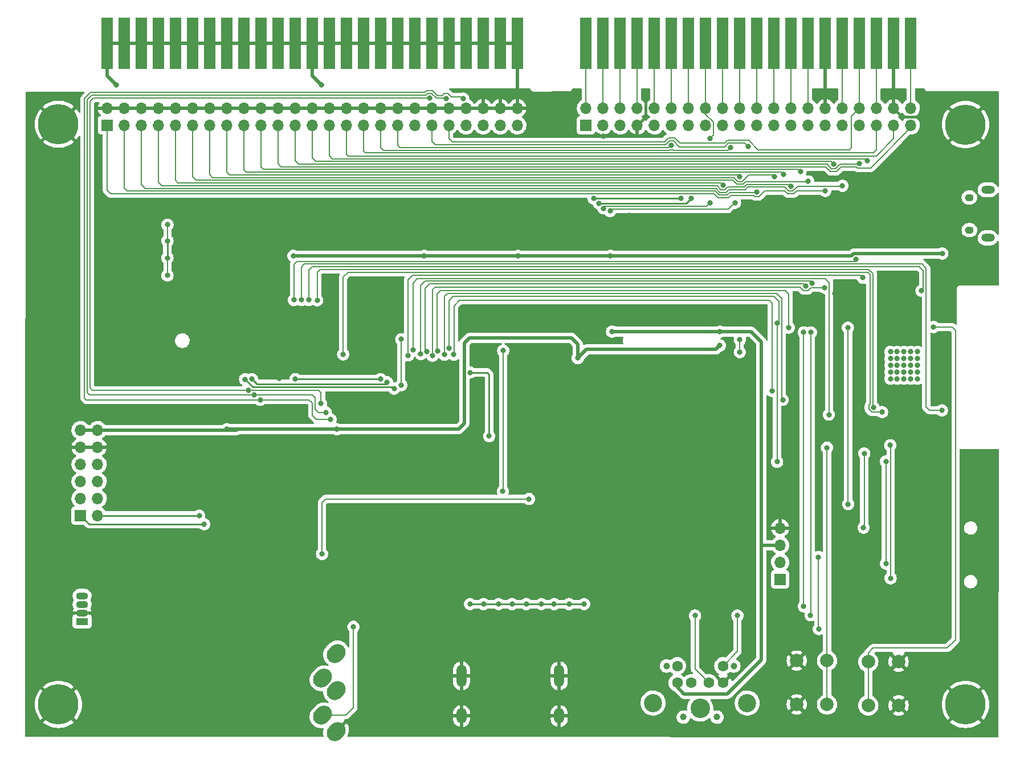
<source format=gbr>
%TF.GenerationSoftware,KiCad,Pcbnew,(6.0.11)*%
%TF.CreationDate,2023-03-16T22:20:47-07:00*%
%TF.ProjectId,TRS-IO++,5452532d-494f-42b2-9b2e-6b696361645f,rev?*%
%TF.SameCoordinates,Original*%
%TF.FileFunction,Copper,L2,Bot*%
%TF.FilePolarity,Positive*%
%FSLAX46Y46*%
G04 Gerber Fmt 4.6, Leading zero omitted, Abs format (unit mm)*
G04 Created by KiCad (PCBNEW (6.0.11)) date 2023-03-16 22:20:47*
%MOMM*%
%LPD*%
G01*
G04 APERTURE LIST*
G04 Aperture macros list*
%AMHorizOval*
0 Thick line with rounded ends*
0 $1 width*
0 $2 $3 position (X,Y) of the first rounded end (center of the circle)*
0 $4 $5 position (X,Y) of the second rounded end (center of the circle)*
0 Add line between two ends*
20,1,$1,$2,$3,$4,$5,0*
0 Add two circle primitives to create the rounded ends*
1,1,$1,$2,$3*
1,1,$1,$4,$5*%
G04 Aperture macros list end*
%TA.AperFunction,ComponentPad*%
%ADD10C,0.800000*%
%TD*%
%TA.AperFunction,ComponentPad*%
%ADD11C,6.000000*%
%TD*%
%TA.AperFunction,ComponentPad*%
%ADD12C,2.000000*%
%TD*%
%TA.AperFunction,ComponentPad*%
%ADD13R,1.700000X1.700000*%
%TD*%
%TA.AperFunction,ComponentPad*%
%ADD14O,1.700000X1.700000*%
%TD*%
%TA.AperFunction,ComponentPad*%
%ADD15HorizOval,2.400000X-0.212132X-0.212132X0.212132X0.212132X0*%
%TD*%
%TA.AperFunction,ComponentPad*%
%ADD16O,1.500000X3.300000*%
%TD*%
%TA.AperFunction,ComponentPad*%
%ADD17O,1.500000X2.300000*%
%TD*%
%TA.AperFunction,ComponentPad*%
%ADD18O,1.300000X1.100000*%
%TD*%
%TA.AperFunction,ComponentPad*%
%ADD19O,2.000000X1.200000*%
%TD*%
%TA.AperFunction,ConnectorPad*%
%ADD20R,1.778000X7.620000*%
%TD*%
%TA.AperFunction,ComponentPad*%
%ADD21R,1.800000X1.070000*%
%TD*%
%TA.AperFunction,ComponentPad*%
%ADD22O,1.800000X1.070000*%
%TD*%
%TA.AperFunction,ComponentPad*%
%ADD23C,1.600000*%
%TD*%
%TA.AperFunction,ComponentPad*%
%ADD24C,1.000000*%
%TD*%
%TA.AperFunction,ComponentPad*%
%ADD25C,2.900000*%
%TD*%
%TA.AperFunction,ComponentPad*%
%ADD26C,2.700000*%
%TD*%
%TA.AperFunction,ViaPad*%
%ADD27C,0.800000*%
%TD*%
%TA.AperFunction,Conductor*%
%ADD28C,0.200000*%
%TD*%
%TA.AperFunction,Conductor*%
%ADD29C,0.500380*%
%TD*%
%TA.AperFunction,Conductor*%
%ADD30C,0.381000*%
%TD*%
%TA.AperFunction,Conductor*%
%ADD31C,0.250000*%
%TD*%
G04 APERTURE END LIST*
D10*
%TO.P,H3,1,1*%
%TO.N,GND*%
X202387690Y-139887010D03*
X203046700Y-141478000D03*
X199205710Y-143068990D03*
D11*
X200796700Y-141478000D03*
D10*
X200796700Y-143728000D03*
X202387690Y-143068990D03*
X200796700Y-139228000D03*
X198546700Y-141478000D03*
X199205710Y-139887010D03*
%TD*%
%TO.P,H2,1,1*%
%TO.N,GND*%
X198546700Y-55321200D03*
X202387690Y-53730210D03*
X200796700Y-57571200D03*
X199205710Y-53730210D03*
X203046700Y-55321200D03*
X199205710Y-56912190D03*
X202387690Y-56912190D03*
D11*
X200796700Y-55321200D03*
D10*
X200796700Y-53071200D03*
%TD*%
D12*
%TO.P,SW2,1,1*%
%TO.N,GND*%
X175737500Y-134976800D03*
X175737500Y-141476800D03*
%TO.P,SW2,2,2*%
%TO.N,ID0*%
X180237500Y-141476800D03*
X180237500Y-134976800D03*
%TD*%
D13*
%TO.P,J2,1,Pin_1*%
%TO.N,SYSRES_N*%
X144413700Y-55422800D03*
D14*
%TO.P,J2,2,Pin_2*%
%TO.N,RAS_N*%
X144413700Y-52882800D03*
%TO.P,J2,3,Pin_3*%
%TO.N,A10*%
X146953700Y-55422800D03*
%TO.P,J2,4,Pin_4*%
%TO.N,CAS_N*%
X146953700Y-52882800D03*
%TO.P,J2,5,Pin_5*%
%TO.N,A13*%
X149493700Y-55422800D03*
%TO.P,J2,6,Pin_6*%
%TO.N,A12*%
X149493700Y-52882800D03*
%TO.P,J2,7,Pin_7*%
%TO.N,GND*%
X152033700Y-55422800D03*
%TO.P,J2,8,Pin_8*%
%TO.N,A15*%
X152033700Y-52882800D03*
%TO.P,J2,9,Pin_9*%
%TO.N,A14*%
X154573700Y-55422800D03*
%TO.P,J2,10,Pin_10*%
%TO.N,A11*%
X154573700Y-52882800D03*
%TO.P,J2,11,Pin_11*%
%TO.N,OUT_N*%
X157113700Y-55422800D03*
%TO.P,J2,12,Pin_12*%
%TO.N,A8*%
X157113700Y-52882800D03*
%TO.P,J2,13,Pin_13*%
%TO.N,INTACK_N*%
X159653700Y-55422800D03*
%TO.P,J2,14,Pin_14*%
%TO.N,WR_N*%
X159653700Y-52882800D03*
%TO.P,J2,15,Pin_15*%
%TO.N,MUX*%
X162193700Y-55422800D03*
%TO.P,J2,16,Pin_16*%
%TO.N,RD_N*%
X162193700Y-52882800D03*
%TO.P,J2,17,Pin_17*%
%TO.N,D4*%
X164733700Y-55422800D03*
%TO.P,J2,18,Pin_18*%
%TO.N,A9*%
X164733700Y-52882800D03*
%TO.P,J2,19,Pin_19*%
%TO.N,D7*%
X167273700Y-55422800D03*
%TO.P,J2,20,Pin_20*%
%TO.N,IN_N*%
X167273700Y-52882800D03*
%TO.P,J2,21,Pin_21*%
%TO.N,D1*%
X169813700Y-55422800D03*
%TO.P,J2,22,Pin_22*%
%TO.N,INT_N*%
X169813700Y-52882800D03*
%TO.P,J2,23,Pin_23*%
%TO.N,D6*%
X172353700Y-55422800D03*
%TO.P,J2,24,Pin_24*%
%TO.N,TEST_N*%
X172353700Y-52882800D03*
%TO.P,J2,25,Pin_25*%
%TO.N,D3*%
X174893700Y-55422800D03*
%TO.P,J2,26,Pin_26*%
%TO.N,A0*%
X174893700Y-52882800D03*
%TO.P,J2,27,Pin_27*%
%TO.N,D5*%
X177433700Y-55422800D03*
%TO.P,J2,28,Pin_28*%
%TO.N,A1*%
X177433700Y-52882800D03*
%TO.P,J2,29,Pin_29*%
%TO.N,D0*%
X179973700Y-55422800D03*
%TO.P,J2,30,Pin_30*%
%TO.N,GND*%
X179973700Y-52882800D03*
%TO.P,J2,31,Pin_31*%
%TO.N,D2*%
X182513700Y-55422800D03*
%TO.P,J2,32,Pin_32*%
%TO.N,A4*%
X182513700Y-52882800D03*
%TO.P,J2,33,Pin_33*%
%TO.N,A3*%
X185053700Y-55422800D03*
%TO.P,J2,34,Pin_34*%
%TO.N,WAIT_N*%
X185053700Y-52882800D03*
%TO.P,J2,35,Pin_35*%
%TO.N,A7*%
X187593700Y-55422800D03*
%TO.P,J2,36,Pin_36*%
%TO.N,A5*%
X187593700Y-52882800D03*
%TO.P,J2,37,Pin_37*%
%TO.N,A6*%
X190133700Y-55422800D03*
%TO.P,J2,38,Pin_38*%
%TO.N,GND*%
X190133700Y-52882800D03*
%TO.P,J2,39,Pin_39*%
%TO.N,A2*%
X192673700Y-55422800D03*
%TO.P,J2,40,Pin_40*%
%TO.N,5V*%
X192673700Y-52882800D03*
%TD*%
D15*
%TO.P,J10,R*%
%TO.N,Net-(C14-Pad1)*%
X105273899Y-137591199D03*
%TO.P,J10,RN*%
%TO.N,N/C*%
X107273899Y-139391199D03*
%TO.P,J10,S*%
%TO.N,GND*%
X107273899Y-145491199D03*
%TO.P,J10,T*%
%TO.N,Net-(C15-Pad1)*%
X105273899Y-143091199D03*
%TO.P,J10,TN*%
%TO.N,N/C*%
X107273899Y-133891199D03*
%TD*%
D16*
%TO.P,J7,SH,SH*%
%TO.N,GND*%
X140431900Y-137233000D03*
D17*
X125931900Y-143193000D03*
X140431900Y-143193000D03*
D16*
X125931900Y-137233000D03*
%TD*%
D13*
%TO.P,J8,1,Pin_1*%
%TO.N,TXD0*%
X173255166Y-122892600D03*
D14*
%TO.P,J8,2,Pin_2*%
%TO.N,RXD0*%
X173255166Y-120352600D03*
%TO.P,J8,3,Pin_3*%
%TO.N,+5V*%
X173255166Y-117812600D03*
%TO.P,J8,4,Pin_4*%
%TO.N,GND*%
X173255166Y-115272600D03*
%TD*%
D12*
%TO.P,SW1,1,1*%
%TO.N,ESP_RESET*%
X186354700Y-135129200D03*
X186354700Y-141629200D03*
%TO.P,SW1,2,2*%
%TO.N,GND*%
X190854700Y-141629200D03*
X190854700Y-135129200D03*
%TD*%
D13*
%TO.P,J5,1,Pin_1*%
%TO.N,PMOD_IO1*%
X69322000Y-113411400D03*
D14*
%TO.P,J5,2,Pin_2*%
%TO.N,PMOD_IO5*%
X71862000Y-113411400D03*
%TO.P,J5,3,Pin_3*%
%TO.N,PMOD_IO2*%
X69322000Y-110871400D03*
%TO.P,J5,4,Pin_4*%
%TO.N,PMOD_IO6*%
X71862000Y-110871400D03*
%TO.P,J5,5,Pin_5*%
%TO.N,PMOD_IO3*%
X69322000Y-108331400D03*
%TO.P,J5,6,Pin_6*%
%TO.N,PMOD_IO7*%
X71862000Y-108331400D03*
%TO.P,J5,7,Pin_7*%
%TO.N,PMOD_IO4*%
X69322000Y-105791400D03*
%TO.P,J5,8,Pin_8*%
%TO.N,PMOD_IO8*%
X71862000Y-105791400D03*
%TO.P,J5,9,Pin_9*%
%TO.N,GND*%
X69322000Y-103251400D03*
%TO.P,J5,10,Pin_10*%
X71862000Y-103251400D03*
%TO.P,J5,11,Pin_11*%
%TO.N,+3V3*%
X69322000Y-100711400D03*
%TO.P,J5,12,Pin_12*%
X71862000Y-100711400D03*
%TD*%
D10*
%TO.P,U1,39*%
%TO.N,N/C*%
X189655900Y-90090800D03*
X192655900Y-90090800D03*
X192655900Y-91090800D03*
X189655900Y-91090800D03*
X193655900Y-93090800D03*
X193655900Y-89090800D03*
X189655900Y-92090800D03*
X190655900Y-91090800D03*
X191655900Y-93090800D03*
X189655900Y-93090800D03*
X189655900Y-89090800D03*
X191655900Y-92090800D03*
X191655900Y-91090800D03*
X193655900Y-91090800D03*
X192655900Y-93090800D03*
X190655900Y-93090800D03*
X190655900Y-89090800D03*
X192655900Y-92090800D03*
X193655900Y-92090800D03*
X192655900Y-89090800D03*
X190655900Y-90090800D03*
X191655900Y-90090800D03*
X193655900Y-90090800D03*
X191655900Y-89090800D03*
X190655900Y-92090800D03*
%TD*%
%TO.P,H1,1,1*%
%TO.N,GND*%
X66024300Y-57520400D03*
X64433310Y-56861390D03*
X68274300Y-55270400D03*
D11*
X66024300Y-55270400D03*
D10*
X64433310Y-53679410D03*
X67615290Y-56861390D03*
X67615290Y-53679410D03*
X66024300Y-53020400D03*
X63774300Y-55270400D03*
%TD*%
D18*
%TO.P,J12,*%
%TO.N,*%
X201374000Y-66155000D03*
D19*
X204124000Y-72155000D03*
X204124000Y-65005000D03*
D18*
X201374000Y-71005000D03*
%TD*%
D20*
%TO.P,J4,2,Pin_2*%
%TO.N,RAS_N*%
X144408700Y-43281600D03*
%TO.P,J4,4,Pin_4*%
%TO.N,CAS_N*%
X146948700Y-43281600D03*
%TO.P,J4,6,Pin_6*%
%TO.N,A12*%
X149488700Y-43281600D03*
%TO.P,J4,8,Pin_8*%
%TO.N,A15*%
X152028700Y-43281600D03*
%TO.P,J4,10,Pin_10*%
%TO.N,A11*%
X154568700Y-43281600D03*
%TO.P,J4,12,Pin_12*%
%TO.N,A8*%
X157108700Y-43281600D03*
%TO.P,J4,14,Pin_14*%
%TO.N,WR_N*%
X159648700Y-43281600D03*
%TO.P,J4,16,Pin_16*%
%TO.N,RD_N*%
X162188700Y-43281600D03*
%TO.P,J4,18,Pin_18*%
%TO.N,A9*%
X164728700Y-43281600D03*
%TO.P,J4,20,Pin_20*%
%TO.N,IN_N*%
X167268700Y-43281600D03*
%TO.P,J4,22,Pin_22*%
%TO.N,INT_N*%
X169808700Y-43281600D03*
%TO.P,J4,24,Pin_24*%
%TO.N,TEST_N*%
X172348700Y-43281600D03*
%TO.P,J4,26,Pin_26*%
%TO.N,A0*%
X174888700Y-43281600D03*
%TO.P,J4,28,Pin_28*%
%TO.N,A1*%
X177428700Y-43281600D03*
%TO.P,J4,30,Pin_30*%
%TO.N,GND*%
X179968700Y-43281600D03*
%TO.P,J4,32,Pin_32*%
%TO.N,A4*%
X182508700Y-43281600D03*
%TO.P,J4,34,Pin_34*%
%TO.N,WAIT_N*%
X185048700Y-43281600D03*
%TO.P,J4,36,Pin_36*%
%TO.N,A5*%
X187588700Y-43281600D03*
%TO.P,J4,38,Pin_38*%
%TO.N,GND*%
X190128700Y-43281600D03*
%TO.P,J4,40,Pin_40*%
%TO.N,5V*%
X192668700Y-43281600D03*
%TD*%
%TO.P,J3,2,Pin_2*%
%TO.N,GND*%
X73263300Y-43281600D03*
%TO.P,J3,4,Pin_4*%
X75803300Y-43281600D03*
%TO.P,J3,6,Pin_6*%
X78343300Y-43281600D03*
%TO.P,J3,8,Pin_8*%
X80883300Y-43281600D03*
%TO.P,J3,10,Pin_10*%
X83423300Y-43281600D03*
%TO.P,J3,12,Pin_12*%
X85963300Y-43281600D03*
%TO.P,J3,14,Pin_14*%
X88503300Y-43281600D03*
%TO.P,J3,16,Pin_16*%
X91043300Y-43281600D03*
%TO.P,J3,18,Pin_18*%
X93583300Y-43281600D03*
%TO.P,J3,20,Pin_20*%
X96123300Y-43281600D03*
%TO.P,J3,22,Pin_22*%
X98663300Y-43281600D03*
%TO.P,J3,24,Pin_24*%
X101203300Y-43281600D03*
%TO.P,J3,26,Pin_26*%
X103743300Y-43281600D03*
%TO.P,J3,28,Pin_28*%
X106283300Y-43281600D03*
%TO.P,J3,30,Pin_30*%
X108823300Y-43281600D03*
%TO.P,J3,32,Pin_32*%
X111363300Y-43281600D03*
%TO.P,J3,34,Pin_34*%
X113903300Y-43281600D03*
%TO.P,J3,36,Pin_36*%
X116443300Y-43281600D03*
%TO.P,J3,38,Pin_38*%
X118983300Y-43281600D03*
%TO.P,J3,40,Pin_40*%
X121523300Y-43281600D03*
%TO.P,J3,42,Pin_42*%
X124063300Y-43281600D03*
%TO.P,J3,44,Pin_44*%
X126603300Y-43281600D03*
%TO.P,J3,46,Pin_46*%
X129143300Y-43281600D03*
%TO.P,J3,48,Pin_48*%
X131683300Y-43281600D03*
%TO.P,J3,50,Pin_50*%
X134223300Y-43281600D03*
%TD*%
D21*
%TO.P,D1,1,RA*%
%TO.N,Net-(D1-Pad1)*%
X69543200Y-129156000D03*
D22*
%TO.P,D1,2,K*%
%TO.N,GND*%
X69543200Y-127886000D03*
%TO.P,D1,3,BA*%
%TO.N,Net-(D1-Pad3)*%
X69543200Y-126616000D03*
%TO.P,D1,4,GA*%
%TO.N,Net-(D1-Pad4)*%
X69543200Y-125346000D03*
%TD*%
D23*
%TO.P,J11,1*%
%TO.N,PS2_DATA*%
X162675900Y-138262800D03*
%TO.P,J11,2*%
%TO.N,unconnected-(J11-Pad2)*%
X160075900Y-138262800D03*
%TO.P,J11,3*%
%TO.N,GND*%
X164775900Y-138262800D03*
%TO.P,J11,4*%
%TO.N,+5V*%
X157975900Y-138262800D03*
%TO.P,J11,5*%
%TO.N,PS2_CLK*%
X164775900Y-135762800D03*
%TO.P,J11,6*%
%TO.N,unconnected-(J11-Pad6)*%
X157975900Y-135762800D03*
D24*
%TO.P,J11,M1*%
%TO.N,N/C*%
X163875900Y-143362800D03*
%TO.P,J11,M2*%
X158875900Y-143362800D03*
%TO.P,J11,M3*%
X166375900Y-135762800D03*
%TO.P,J11,M4*%
X156375900Y-135762800D03*
D25*
%TO.P,J11,S1*%
X161375900Y-142062800D03*
D26*
%TO.P,J11,S2*%
X168375900Y-141262800D03*
%TO.P,J11,S3*%
X154375900Y-141262800D03*
%TD*%
D13*
%TO.P,J1,1,Pin_1*%
%TO.N,D0*%
X73237900Y-55422800D03*
D14*
%TO.P,J1,2,Pin_2*%
%TO.N,GND*%
X73237900Y-52882800D03*
%TO.P,J1,3,Pin_3*%
%TO.N,D1*%
X75777900Y-55422800D03*
%TO.P,J1,4,Pin_4*%
%TO.N,GND*%
X75777900Y-52882800D03*
%TO.P,J1,5,Pin_5*%
%TO.N,D2*%
X78317900Y-55422800D03*
%TO.P,J1,6,Pin_6*%
%TO.N,GND*%
X78317900Y-52882800D03*
%TO.P,J1,7,Pin_7*%
%TO.N,D3*%
X80857900Y-55422800D03*
%TO.P,J1,8,Pin_8*%
%TO.N,GND*%
X80857900Y-52882800D03*
%TO.P,J1,9,Pin_9*%
%TO.N,D4*%
X83397900Y-55422800D03*
%TO.P,J1,10,Pin_10*%
%TO.N,GND*%
X83397900Y-52882800D03*
%TO.P,J1,11,Pin_11*%
%TO.N,D5*%
X85937900Y-55422800D03*
%TO.P,J1,12,Pin_12*%
%TO.N,GND*%
X85937900Y-52882800D03*
%TO.P,J1,13,Pin_13*%
%TO.N,D6*%
X88477900Y-55422800D03*
%TO.P,J1,14,Pin_14*%
%TO.N,GND*%
X88477900Y-52882800D03*
%TO.P,J1,15,Pin_15*%
%TO.N,D7*%
X91017900Y-55422800D03*
%TO.P,J1,16,Pin_16*%
%TO.N,GND*%
X91017900Y-52882800D03*
%TO.P,J1,17,Pin_17*%
%TO.N,A0*%
X93557900Y-55422800D03*
%TO.P,J1,18,Pin_18*%
%TO.N,GND*%
X93557900Y-52882800D03*
%TO.P,J1,19,Pin_19*%
%TO.N,A1*%
X96097900Y-55422800D03*
%TO.P,J1,20,Pin_20*%
%TO.N,GND*%
X96097900Y-52882800D03*
%TO.P,J1,21,Pin_21*%
%TO.N,A2*%
X98637900Y-55422800D03*
%TO.P,J1,22,Pin_22*%
%TO.N,GND*%
X98637900Y-52882800D03*
%TO.P,J1,23,Pin_23*%
%TO.N,A3*%
X101177900Y-55422800D03*
%TO.P,J1,24,Pin_24*%
%TO.N,GND*%
X101177900Y-52882800D03*
%TO.P,J1,25,Pin_25*%
%TO.N,A4*%
X103717900Y-55422800D03*
%TO.P,J1,26,Pin_26*%
%TO.N,GND*%
X103717900Y-52882800D03*
%TO.P,J1,27,Pin_27*%
%TO.N,A5*%
X106257900Y-55422800D03*
%TO.P,J1,28,Pin_28*%
%TO.N,GND*%
X106257900Y-52882800D03*
%TO.P,J1,29,Pin_29*%
%TO.N,A6*%
X108797900Y-55422800D03*
%TO.P,J1,30,Pin_30*%
%TO.N,GND*%
X108797900Y-52882800D03*
%TO.P,J1,31,Pin_31*%
%TO.N,A7*%
X111337900Y-55422800D03*
%TO.P,J1,32,Pin_32*%
%TO.N,GND*%
X111337900Y-52882800D03*
%TO.P,J1,33,Pin_33*%
%TO.N,IN_N*%
X113877900Y-55422800D03*
%TO.P,J1,34,Pin_34*%
%TO.N,GND*%
X113877900Y-52882800D03*
%TO.P,J1,35,Pin_35*%
%TO.N,OUT_N*%
X116417900Y-55422800D03*
%TO.P,J1,36,Pin_36*%
%TO.N,GND*%
X116417900Y-52882800D03*
%TO.P,J1,37,Pin_37*%
%TO.N,RESET_N*%
X118957900Y-55422800D03*
%TO.P,J1,38,Pin_38*%
%TO.N,GND*%
X118957900Y-52882800D03*
%TO.P,J1,39,Pin_39*%
%TO.N,INT_N*%
X121497900Y-55422800D03*
%TO.P,J1,40,Pin_40*%
%TO.N,GND*%
X121497900Y-52882800D03*
%TO.P,J1,41,Pin_41*%
%TO.N,WAIT_N*%
X124037900Y-55422800D03*
%TO.P,J1,42,Pin_42*%
%TO.N,GND*%
X124037900Y-52882800D03*
%TO.P,J1,43,Pin_43*%
%TO.N,EXTIOSEL_N*%
X126577900Y-55422800D03*
%TO.P,J1,44,Pin_44*%
%TO.N,GND*%
X126577900Y-52882800D03*
%TO.P,J1,45,Pin_45*%
%TO.N,unconnected-(J1-Pad45)*%
X129117900Y-55422800D03*
%TO.P,J1,46,Pin_46*%
%TO.N,GND*%
X129117900Y-52882800D03*
%TO.P,J1,47,Pin_47*%
%TO.N,M1_N*%
X131657900Y-55422800D03*
%TO.P,J1,48,Pin_48*%
%TO.N,GND*%
X131657900Y-52882800D03*
%TO.P,J1,49,Pin_49*%
%TO.N,IOREQ_N*%
X134197900Y-55422800D03*
%TO.P,J1,50,Pin_50*%
%TO.N,GND*%
X134197900Y-52882800D03*
%TD*%
D10*
%TO.P,H4,1,1*%
%TO.N,GND*%
X66024300Y-143728000D03*
X68274300Y-141478000D03*
X64433310Y-139887010D03*
X66024300Y-139228000D03*
X64433310Y-143068990D03*
X67615290Y-143068990D03*
D11*
X66024300Y-141478000D03*
D10*
X63774300Y-141478000D03*
X67615290Y-139887010D03*
%TD*%
D27*
%TO.N,CASS_IN*%
X167268700Y-89141300D03*
X135937800Y-110947200D03*
X105191100Y-119126000D03*
X167268700Y-87288310D03*
%TO.N,GND*%
X152028700Y-73202800D03*
X181356400Y-80416400D03*
X107121500Y-81432400D03*
X198459900Y-67259200D03*
X144129300Y-121213200D03*
X109661500Y-89814400D03*
X193329100Y-78079600D03*
X72120300Y-61518800D03*
X98806000Y-93014800D03*
X113725500Y-69697600D03*
X119176800Y-98755200D03*
X134921800Y-138633200D03*
X110947200Y-97891600D03*
X101990700Y-119176800D03*
X129676700Y-134213600D03*
X103682800Y-111302800D03*
X150796800Y-68783200D03*
X89747900Y-85090000D03*
X109712300Y-85090000D03*
X83486800Y-83705700D03*
X138211100Y-73304400D03*
X83486800Y-91325700D03*
X196446210Y-78028800D03*
X153298700Y-50850800D03*
X136422350Y-107340400D03*
X124393500Y-73202800D03*
X203489100Y-125984000D03*
X104835500Y-85090000D03*
X198561500Y-79857600D03*
X101185300Y-103632000D03*
X141259100Y-69748400D03*
X152066800Y-83388200D03*
X203489100Y-110439200D03*
X152066800Y-91325700D03*
X109559900Y-125272800D03*
X178698700Y-62750700D03*
X97113600Y-140782800D03*
X110947200Y-102311200D03*
X110947200Y-106781600D03*
X68208700Y-61468000D03*
X127390700Y-69697600D03*
X63890700Y-70154800D03*
X105076800Y-49415700D03*
X74596800Y-49415700D03*
X146986800Y-57035700D03*
X124799900Y-102057200D03*
X119176800Y-102057200D03*
%TO.N,+5V*%
X148290300Y-86076000D03*
X164322300Y-86106000D03*
%TO.N,+3V3*%
X107391200Y-100584000D03*
X164322300Y-88138000D03*
X143189500Y-90017600D03*
X82229500Y-75133200D03*
X82229500Y-77724000D03*
X82229500Y-72593200D03*
X134299500Y-74828400D03*
X120380300Y-74828400D03*
X82229500Y-70205600D03*
X148066300Y-74828400D03*
X91033600Y-100584000D03*
X197358000Y-74472800D03*
X100936600Y-74828400D03*
%TO.N,PS2_DATA*%
X176768300Y-86195900D03*
X176768300Y-126898400D03*
X160613900Y-128270000D03*
%TO.N,PS2_CLK*%
X177784300Y-128219200D03*
X177835100Y-86195900D03*
X166913100Y-128270000D03*
%TO.N,CS_SD*%
X185658300Y-115214400D03*
X185759900Y-104190800D03*
%TO.N,MOSI*%
X174533100Y-85484700D03*
X122333938Y-88984057D03*
X183372300Y-111709200D03*
X183321500Y-85496400D03*
%TO.N,SCK*%
X124077000Y-88586180D03*
X172805900Y-105410000D03*
X188972000Y-105377300D03*
X172805900Y-84785200D03*
X188972000Y-120548400D03*
%TO.N,+3.3V*%
X144129300Y-126568200D03*
X178952700Y-119583200D03*
X135556800Y-126568200D03*
X129206800Y-126568200D03*
X137779300Y-126568200D03*
X133435900Y-126568200D03*
X179003500Y-130286000D03*
X141906800Y-126568200D03*
X127187500Y-126568200D03*
X139684300Y-126568200D03*
X131429300Y-126568200D03*
%TO.N,CASS_OUT*%
X116976700Y-87223600D03*
X116976700Y-94030800D03*
%TO.N,ESP_RESET*%
X196060600Y-85394800D03*
%TO.N,CS_FPGA*%
X124776500Y-89509600D03*
X172043900Y-94894400D03*
%TO.N,ESP_S0*%
X121599500Y-89662000D03*
X179853722Y-79566178D03*
%TO.N,_A9*%
X127175800Y-92156900D03*
X130032300Y-101600000D03*
%TO.N,ESP_S1*%
X120795720Y-89025506D03*
X177056367Y-79287100D03*
%TO.N,ESP_S2*%
X178038300Y-78880700D03*
X119872300Y-89408000D03*
%TO.N,ESP_S3*%
X180508004Y-98420997D03*
X118692200Y-88818970D03*
%TO.N,REQ*%
X117992700Y-89611200D03*
X185572400Y-78079600D03*
%TO.N,DONE*%
X188405900Y-98039600D03*
X108340700Y-89458800D03*
%TO.N,ABUS_EN*%
X132064300Y-109815690D03*
X132115100Y-88900000D03*
%TO.N,D0*%
X179973700Y-65164700D03*
%TO.N,D1*%
X169813700Y-65317100D03*
%TO.N,D2*%
X182513700Y-64419400D03*
%TO.N,D3*%
X174837900Y-64504300D03*
%TO.N,D4*%
X164779500Y-64300700D03*
%TO.N,D5*%
X177433700Y-63759000D03*
%TO.N,D6*%
X172399500Y-63094300D03*
%TO.N,D7*%
X167273700Y-63094300D03*
%TO.N,A0*%
X173743700Y-62694300D03*
%TO.N,A1*%
X176283700Y-62294300D03*
%TO.N,A3*%
X185053700Y-61094300D03*
%TO.N,A4*%
X181187900Y-61163200D03*
%TO.N,A5*%
X186203700Y-60694300D03*
%TO.N,IN_N*%
X166557500Y-66954400D03*
X165883700Y-58762200D03*
X147989505Y-68162900D03*
%TO.N,OUT_N*%
X157108700Y-58408300D03*
X158563200Y-66313900D03*
X145577100Y-66313900D03*
%TO.N,EXTIOSEL_N*%
X126171500Y-51460400D03*
X106453400Y-99110800D03*
X96012000Y-96215200D03*
%TO.N,WR_N*%
X146330800Y-67038400D03*
X160012700Y-66313900D03*
%TO.N,RD_N*%
X147031219Y-67762900D03*
X162834200Y-66954400D03*
X162834200Y-57353200D03*
%TO.N,INT_N*%
X105054400Y-96774000D03*
X121193100Y-51358800D03*
X94284800Y-94792800D03*
X168487900Y-58572400D03*
%TO.N,WAIT_N*%
X95137200Y-95492800D03*
X123606100Y-51435000D03*
X105753900Y-98094800D03*
%TO.N,MISO*%
X173646082Y-96210942D03*
X189671500Y-122732800D03*
X123377500Y-89509600D03*
X189620700Y-102971600D03*
%TO.N,INT*%
X113885164Y-93147300D03*
X101228700Y-93147300D03*
%TO.N,WAIT*%
X94781399Y-93156801D03*
X114843100Y-93597300D03*
%TO.N,EXTIOSEL*%
X115909900Y-94538800D03*
X93761100Y-93161100D03*
%TO.N,ID0*%
X180222700Y-103327200D03*
%TO.N,Net-(C15-Pad1)*%
X109864700Y-129946400D03*
%TO.N,JTAG_TDO*%
X194261600Y-80010000D03*
X103200776Y-81390724D03*
%TO.N,JTAG_TMS*%
X104479900Y-81432400D03*
X187135900Y-97337200D03*
%TO.N,JTAG_TCK*%
X197295900Y-97785600D03*
X102143100Y-81381600D03*
%TO.N,JTAG_TDI*%
X101025500Y-81381600D03*
X184556400Y-75348100D03*
%TO.N,PMOD_IO1*%
X87674700Y-114706400D03*
%TO.N,PMOD_IO5*%
X86950200Y-113436400D03*
%TD*%
D28*
%TO.N,CASS_IN*%
X105191100Y-111455200D02*
X105699100Y-110947200D01*
X105191100Y-119126000D02*
X105191100Y-111455200D01*
X105699100Y-110947200D02*
X135937800Y-110947200D01*
X167268700Y-87288310D02*
X167268700Y-89141300D01*
D29*
%TO.N,GND*%
X129117900Y-52882800D02*
X131657900Y-52882800D01*
X98663300Y-43281600D02*
X101203300Y-43281600D01*
X106283300Y-43281600D02*
X108823300Y-43281600D01*
X190133700Y-52882800D02*
X190133700Y-43286600D01*
X118983300Y-43281600D02*
X121523300Y-43281600D01*
X93557900Y-52882800D02*
X96097900Y-52882800D01*
X126603300Y-43281600D02*
X129143300Y-43281600D01*
X179968700Y-43281600D02*
X179968700Y-52877800D01*
X80883300Y-43281600D02*
X83423300Y-43281600D01*
X190133700Y-43286600D02*
X190128700Y-43281600D01*
X121523300Y-43281600D02*
X124063300Y-43281600D01*
X116417900Y-52882800D02*
X118957900Y-52882800D01*
X108797900Y-52882800D02*
X111337900Y-52882800D01*
X131657900Y-52882800D02*
X134197900Y-52882800D01*
X103743300Y-43281600D02*
X106283300Y-43281600D01*
X121497900Y-52882800D02*
X124037900Y-52882800D01*
X103717900Y-52882800D02*
X106257900Y-52882800D01*
X80857900Y-52882800D02*
X83397900Y-52882800D01*
D30*
X190133700Y-52882800D02*
X191403700Y-54152800D01*
D29*
X101203300Y-43281600D02*
X103743300Y-43281600D01*
D30*
X191403700Y-54152800D02*
X195259500Y-54152800D01*
D29*
X83397900Y-52882800D02*
X85937900Y-52882800D01*
X116443300Y-43281600D02*
X118983300Y-43281600D01*
X88477900Y-52882800D02*
X91017900Y-52882800D01*
X113877900Y-52882800D02*
X116417900Y-52882800D01*
X74596800Y-49415700D02*
X73263300Y-48082200D01*
X111337900Y-52882800D02*
X113877900Y-52882800D01*
X106257900Y-52882800D02*
X108797900Y-52882800D01*
X124063300Y-43281600D02*
X126603300Y-43281600D01*
X85937900Y-52882800D02*
X88477900Y-52882800D01*
X73263300Y-43281600D02*
X75803300Y-43281600D01*
X98663300Y-43281600D02*
X96123300Y-43281600D01*
X101177900Y-52882800D02*
X103717900Y-52882800D01*
X108823300Y-43281600D02*
X111363300Y-43281600D01*
X96097900Y-52882800D02*
X98637900Y-52882800D01*
X85963300Y-43281600D02*
X88503300Y-43281600D01*
X75803300Y-43281600D02*
X78343300Y-43281600D01*
X78343300Y-43281600D02*
X80883300Y-43281600D01*
X131683300Y-43281600D02*
X134223300Y-43281600D01*
X105076800Y-49415700D02*
X103743300Y-48082200D01*
X111363300Y-43281600D02*
X113903300Y-43281600D01*
X83423300Y-43281600D02*
X85963300Y-43281600D01*
X73237900Y-52882800D02*
X75777900Y-52882800D01*
X179968700Y-52877800D02*
X179973700Y-52882800D01*
D30*
X152033700Y-55422800D02*
X153274200Y-54182300D01*
D29*
X88503300Y-43281600D02*
X91043300Y-43281600D01*
D30*
X153274200Y-54182300D02*
X153274200Y-50875300D01*
D29*
X73263300Y-48082200D02*
X73263300Y-43281600D01*
D30*
X153274200Y-50875300D02*
X153298700Y-50850800D01*
D29*
X134223300Y-43281600D02*
X134223300Y-52857400D01*
X75777900Y-52882800D02*
X78317900Y-52882800D01*
X98637900Y-52882800D02*
X101177900Y-52882800D01*
X78317900Y-52882800D02*
X80857900Y-52882800D01*
X93583300Y-43281600D02*
X96123300Y-43281600D01*
X126577900Y-52882800D02*
X129117900Y-52882800D01*
X124037900Y-52882800D02*
X126577900Y-52882800D01*
X129143300Y-43281600D02*
X131683300Y-43281600D01*
X91043300Y-43281600D02*
X93583300Y-43281600D01*
X91017900Y-52882800D02*
X93557900Y-52882800D01*
X103743300Y-48082200D02*
X103743300Y-43281600D01*
X118957900Y-52882800D02*
X121497900Y-52882800D01*
X113903300Y-43281600D02*
X116443300Y-43281600D01*
%TO.N,+5V*%
X157975900Y-138262800D02*
X157975900Y-138890800D01*
X165401800Y-139903200D02*
X170469100Y-134835900D01*
X170469100Y-117906800D02*
X170469100Y-87630000D01*
X170469100Y-134835900D02*
X170469100Y-117906800D01*
X158988300Y-139903200D02*
X165401800Y-139903200D01*
X148312009Y-86097709D02*
X148290300Y-86076000D01*
X168945100Y-86106000D02*
X164322300Y-86106000D01*
X170469100Y-117906800D02*
X170563300Y-117812600D01*
X170563300Y-117812600D02*
X173255166Y-117812600D01*
X164314009Y-86097709D02*
X148312009Y-86097709D01*
X157975900Y-138890800D02*
X158988300Y-139903200D01*
X170469100Y-87630000D02*
X168945100Y-86106000D01*
X164322300Y-86106000D02*
X164314009Y-86097709D01*
%TO.N,+3V3*%
X108305600Y-100584000D02*
X107391200Y-100584000D01*
X92481000Y-100711400D02*
X73227800Y-100711400D01*
D31*
X82229500Y-72593200D02*
X82229500Y-75133200D01*
D29*
X125476000Y-100584000D02*
X108305600Y-100584000D01*
X73227800Y-100711400D02*
X69322000Y-100711400D01*
X163712209Y-88748091D02*
X144459009Y-88748091D01*
X183873749Y-74828400D02*
X148066300Y-74828400D01*
X126325610Y-87796390D02*
X126325610Y-99734390D01*
X197332890Y-74497910D02*
X197358000Y-74472800D01*
X143189500Y-90017600D02*
X143189500Y-87919100D01*
X142290800Y-87020400D02*
X127101600Y-87020400D01*
X134299500Y-74828400D02*
X120380300Y-74828400D01*
X144459009Y-88748091D02*
X143189500Y-90017600D01*
X143189500Y-87919100D02*
X142290800Y-87020400D01*
X120380300Y-74828400D02*
X100936600Y-74828400D01*
X197011810Y-74497910D02*
X197332890Y-74497910D01*
X92608400Y-100584000D02*
X91033600Y-100584000D01*
X73227800Y-100711400D02*
X71862000Y-100711400D01*
X127101600Y-87020400D02*
X126325610Y-87796390D01*
X92608400Y-100584000D02*
X92481000Y-100711400D01*
X108305600Y-100584000D02*
X92608400Y-100584000D01*
D28*
X82229500Y-70205600D02*
X82229500Y-72593200D01*
X82229500Y-77724000D02*
X82229500Y-75133200D01*
D29*
X148066300Y-74828400D02*
X134299500Y-74828400D01*
X197011810Y-74497910D02*
X184204239Y-74497910D01*
X184204239Y-74497910D02*
X183873749Y-74828400D01*
X164322300Y-88138000D02*
X163712209Y-88748091D01*
X126325610Y-99734390D02*
X125476000Y-100584000D01*
D28*
%TO.N,PS2_DATA*%
X160613900Y-136200800D02*
X162675900Y-138262800D01*
X160613900Y-128270000D02*
X160613900Y-136200800D01*
X176768300Y-86195900D02*
X176768300Y-126898400D01*
%TO.N,PS2_CLK*%
X166913100Y-128270000D02*
X166913100Y-133625600D01*
X166913100Y-133625600D02*
X164775900Y-135762800D01*
X177835100Y-86195900D02*
X177835100Y-128168400D01*
X177835100Y-128168400D02*
X177784300Y-128219200D01*
%TO.N,CS_SD*%
X185759900Y-104190800D02*
X185759900Y-115112800D01*
X185759900Y-115112800D02*
X185658300Y-115214400D01*
%TO.N,MOSI*%
X183372300Y-85547200D02*
X183321500Y-85496400D01*
X122767900Y-79959200D02*
X122259900Y-80467200D01*
X174533100Y-85484700D02*
X174533100Y-80467200D01*
X174533100Y-80467200D02*
X174025100Y-79959200D01*
X122259900Y-80467200D02*
X122259900Y-88910019D01*
X174025100Y-79959200D02*
X122767900Y-79959200D01*
X122259900Y-88910019D02*
X122333938Y-88984057D01*
X183372300Y-111709200D02*
X183372300Y-85547200D01*
%TO.N,SCK*%
X172805900Y-84785200D02*
X172805900Y-105410000D01*
X173059900Y-81635600D02*
X173059900Y-84531200D01*
X124698300Y-80873600D02*
X172297900Y-80873600D01*
X172297900Y-80873600D02*
X173059900Y-81635600D01*
X188972000Y-105377300D02*
X188972000Y-120548400D01*
X173059900Y-84531200D02*
X172805900Y-84785200D01*
X124077000Y-81494900D02*
X124698300Y-80873600D01*
X124077000Y-88586180D02*
X124077000Y-81494900D01*
D31*
%TO.N,+3.3V*%
X127187500Y-126568200D02*
X141906800Y-126568200D01*
D28*
X178952700Y-130235200D02*
X179003500Y-130286000D01*
D31*
X144129300Y-126568200D02*
X141906800Y-126568200D01*
D28*
X178952700Y-119583200D02*
X178952700Y-130235200D01*
%TO.N,CASS_OUT*%
X116976700Y-94030800D02*
X116976700Y-87223600D01*
%TO.N,ESP_RESET*%
X199323500Y-85902800D02*
X198815500Y-85394800D01*
X186354700Y-133822000D02*
X187080700Y-133096000D01*
X186354700Y-135129200D02*
X186354700Y-133822000D01*
X198104300Y-133096000D02*
X199323500Y-131876800D01*
X186354700Y-135129200D02*
X186354700Y-141629200D01*
X187080700Y-133096000D02*
X198104300Y-133096000D01*
X198815500Y-85394800D02*
X196060600Y-85394800D01*
X199323500Y-131876800D02*
X199323500Y-85902800D01*
%TO.N,CS_FPGA*%
X171637500Y-81432400D02*
X172043900Y-81838800D01*
X125612700Y-81432400D02*
X171637500Y-81432400D01*
X124799900Y-89486200D02*
X124799900Y-82245200D01*
X172043900Y-94894400D02*
X172043900Y-81838800D01*
X124799900Y-82245200D02*
X125612700Y-81432400D01*
X124776500Y-89509600D02*
X124799900Y-89486200D01*
%TO.N,ESP_S0*%
X122005900Y-79451200D02*
X121599500Y-79857600D01*
X121599500Y-79857600D02*
X121599500Y-89662000D01*
X177807200Y-79580700D02*
X177400800Y-79987100D01*
X176745400Y-79987100D02*
X176209500Y-79451200D01*
X176209500Y-79451200D02*
X122005900Y-79451200D01*
X179839200Y-79580700D02*
X177807200Y-79580700D01*
X177400800Y-79987100D02*
X176745400Y-79987100D01*
X179853722Y-79566178D02*
X179839200Y-79580700D01*
D31*
%TO.N,_A9*%
X129727500Y-92151200D02*
X127170100Y-92151200D01*
X130032300Y-101600000D02*
X130032300Y-92456000D01*
X130032300Y-92456000D02*
X129727500Y-92151200D01*
X127170100Y-92151200D02*
X127175800Y-92156900D01*
D28*
%TO.N,ESP_S1*%
X176756867Y-78987600D02*
X177056367Y-79287100D01*
X120481900Y-79654400D02*
X121148700Y-78987600D01*
X121148700Y-78987600D02*
X176756867Y-78987600D01*
X120795720Y-89025506D02*
X120481900Y-88711686D01*
X120481900Y-88711686D02*
X120481900Y-79654400D01*
%TO.N,ESP_S2*%
X119872300Y-79248000D02*
X120532700Y-78587600D01*
X177745200Y-78587600D02*
X178038300Y-78880700D01*
X120532700Y-78587600D02*
X177745200Y-78587600D01*
X119872300Y-89408000D02*
X119872300Y-79248000D01*
%TO.N,ESP_S3*%
X118692200Y-78853300D02*
X119364300Y-78181200D01*
X180553722Y-78792625D02*
X180553722Y-98375279D01*
X180553722Y-98375279D02*
X180508004Y-98420997D01*
X118692200Y-88818970D02*
X118692200Y-78853300D01*
X179942297Y-78181200D02*
X180553722Y-78792625D01*
X119364300Y-78181200D02*
X179942297Y-78181200D01*
%TO.N,REQ*%
X185216800Y-77724000D02*
X185572400Y-78079600D01*
X117992700Y-89611200D02*
X117992700Y-78384400D01*
X182622000Y-77724000D02*
X185216800Y-77724000D01*
X117992700Y-78384400D02*
X118653100Y-77724000D01*
X118653100Y-77724000D02*
X182622000Y-77724000D01*
%TO.N,DONE*%
X186629900Y-96853250D02*
X186629900Y-77635686D01*
X186848350Y-98039600D02*
X186435900Y-97627150D01*
X188405900Y-98039600D02*
X186848350Y-98039600D01*
X186435900Y-97047250D02*
X186629900Y-96853250D01*
X108340700Y-77978000D02*
X108340700Y-89458800D01*
X186435900Y-97627150D02*
X186435900Y-97047250D01*
X186629900Y-77635686D02*
X186261014Y-77266800D01*
X186261014Y-77266800D02*
X109051900Y-77266800D01*
X109051900Y-77266800D02*
X108340700Y-77978000D01*
%TO.N,ABUS_EN*%
X132115100Y-88900000D02*
X132115100Y-109764890D01*
X132115100Y-109764890D02*
X132064300Y-109815690D01*
%TO.N,D0*%
X169523750Y-66017100D02*
X169337050Y-65830400D01*
X73237900Y-65074800D02*
X73237900Y-55422800D01*
X175293535Y-65604300D02*
X174382264Y-65604300D01*
X179973700Y-65164700D02*
X179962000Y-65176400D01*
X165566505Y-66200700D02*
X163992493Y-66200700D01*
X163992493Y-66200700D02*
X163406192Y-65614400D01*
X163406192Y-65614400D02*
X73777500Y-65614400D01*
X179962000Y-65176400D02*
X175721436Y-65176400D01*
X170944350Y-65176400D02*
X170103650Y-66017100D01*
X170103650Y-66017100D02*
X169523750Y-66017100D01*
X175721436Y-65176400D02*
X175293535Y-65604300D01*
X73777500Y-65614400D02*
X73237900Y-65074800D01*
X169337050Y-65830400D02*
X165936805Y-65830400D01*
X173954364Y-65176400D02*
X170944350Y-65176400D01*
X174382264Y-65604300D02*
X173954364Y-65176400D01*
X165936805Y-65830400D02*
X165566505Y-66200700D01*
%TO.N,D1*%
X169700400Y-65430400D02*
X165771121Y-65430400D01*
X163571878Y-65214400D02*
X76222300Y-65214400D01*
X165771121Y-65430400D02*
X165400820Y-65800700D01*
X75777900Y-64770000D02*
X75777900Y-55422800D01*
X164158178Y-65800700D02*
X163571878Y-65214400D01*
X76222300Y-65214400D02*
X75777900Y-64770000D01*
X169813700Y-65317100D02*
X169700400Y-65430400D01*
X165400820Y-65800700D02*
X164158178Y-65800700D01*
%TO.N,D2*%
X182513700Y-64419400D02*
X182467900Y-64465200D01*
X163737564Y-64814400D02*
X78921100Y-64814400D01*
X78921100Y-64814400D02*
X78317900Y-64211200D01*
X168060705Y-64994300D02*
X165641536Y-64994300D01*
X175127850Y-65204300D02*
X174547950Y-65204300D01*
X168437406Y-64617600D02*
X168060705Y-64994300D01*
X78317900Y-64211200D02*
X78317900Y-55422800D01*
X165641536Y-64994300D02*
X165235135Y-65400700D01*
X174547950Y-65204300D02*
X173961250Y-64617600D01*
X175866950Y-64465200D02*
X175127850Y-65204300D01*
X165235135Y-65400700D02*
X164323864Y-65400700D01*
X173961250Y-64617600D02*
X168437406Y-64617600D01*
X164323864Y-65400700D02*
X163737564Y-64814400D01*
X182467900Y-64465200D02*
X175866950Y-64465200D01*
%TO.N,D3*%
X165475850Y-64594300D02*
X167895020Y-64594300D01*
X80857900Y-55422800D02*
X80857900Y-63906400D01*
X168278121Y-64211200D02*
X174544800Y-64211200D01*
X163903250Y-64414400D02*
X164489550Y-65000700D01*
X167895020Y-64594300D02*
X168278121Y-64211200D01*
X80857900Y-63906400D02*
X81365900Y-64414400D01*
X165069450Y-65000700D02*
X165475850Y-64594300D01*
X81365900Y-64414400D02*
X163903250Y-64414400D01*
X164489550Y-65000700D02*
X165069450Y-65000700D01*
X174544800Y-64211200D02*
X174837900Y-64504300D01*
%TO.N,D4*%
X83397900Y-55422800D02*
X83397900Y-63601600D01*
X83797500Y-64001200D02*
X164480000Y-64001200D01*
X164480000Y-64001200D02*
X164779500Y-64300700D01*
X83397900Y-63601600D02*
X83797500Y-64001200D01*
%TO.N,D5*%
X166818064Y-64194300D02*
X166224964Y-63601200D01*
X167729335Y-64194300D02*
X166818064Y-64194300D01*
X177387900Y-63804800D02*
X168118836Y-63804800D01*
X177433700Y-63759000D02*
X177387900Y-63804800D01*
X85937900Y-63093600D02*
X85937900Y-55422800D01*
X166224964Y-63601200D02*
X86445500Y-63601200D01*
X86445500Y-63601200D02*
X85937900Y-63093600D01*
X168118836Y-63804800D02*
X167729335Y-64194300D01*
%TO.N,D6*%
X168563150Y-62794800D02*
X172100000Y-62794800D01*
X107423696Y-63195200D02*
X166384650Y-63195200D01*
X172100000Y-62794800D02*
X172399500Y-63094300D01*
X88941100Y-63201200D02*
X107417696Y-63201200D01*
X88477900Y-55422800D02*
X88477900Y-62738000D01*
X167563650Y-63794300D02*
X168563150Y-62794800D01*
X166983750Y-63794300D02*
X167563650Y-63794300D01*
X107417696Y-63201200D02*
X107423696Y-63195200D01*
X166384650Y-63195200D02*
X166983750Y-63794300D01*
X88477900Y-62738000D02*
X88941100Y-63201200D01*
%TO.N,D7*%
X166974200Y-62794800D02*
X107258411Y-62794800D01*
X107252011Y-62801200D02*
X91436700Y-62801200D01*
X91017900Y-62382400D02*
X91017900Y-55422800D01*
X167273700Y-63094300D02*
X166974200Y-62794800D01*
X91436700Y-62801200D02*
X91017900Y-62382400D01*
X107258411Y-62794800D02*
X107252011Y-62801200D01*
%TO.N,A0*%
X173743700Y-62694300D02*
X173444200Y-62394800D01*
X93932300Y-62401200D02*
X93557900Y-62026800D01*
X93557900Y-62026800D02*
X93557900Y-55422800D01*
X174888700Y-43281600D02*
X174888700Y-52877800D01*
X107086326Y-62401200D02*
X93932300Y-62401200D01*
X174888700Y-52877800D02*
X174893700Y-52882800D01*
X107092726Y-62394800D02*
X107086326Y-62401200D01*
X173444200Y-62394800D02*
X107092726Y-62394800D01*
%TO.N,A1*%
X177428700Y-43281600D02*
X177428700Y-52877800D01*
X176283700Y-62294300D02*
X175984200Y-61994800D01*
X175984200Y-61994800D02*
X106927041Y-61994800D01*
X106927041Y-61994800D02*
X106920641Y-62001200D01*
X96097900Y-61620400D02*
X96097900Y-55422800D01*
X177428700Y-52877800D02*
X177433700Y-52882800D01*
X96478700Y-62001200D02*
X96097900Y-61620400D01*
X106920641Y-62001200D02*
X96478700Y-62001200D01*
%TO.N,A2*%
X182292736Y-61614000D02*
X184583450Y-61614000D01*
X184763750Y-61794300D02*
X186678200Y-61794300D01*
X181643536Y-62263200D02*
X182292736Y-61614000D01*
X98637900Y-61112400D02*
X99126700Y-61601200D01*
X180732264Y-62263200D02*
X181643536Y-62263200D01*
X184583450Y-61614000D02*
X184763750Y-61794300D01*
X186678200Y-61794300D02*
X192673700Y-55798800D01*
X180063864Y-61594800D02*
X180732264Y-62263200D01*
X106754956Y-61601200D02*
X106761356Y-61594800D01*
X99126700Y-61601200D02*
X106754956Y-61601200D01*
X106761356Y-61594800D02*
X180063864Y-61594800D01*
X98637900Y-55422800D02*
X98637900Y-61112400D01*
%TO.N,A3*%
X106589271Y-61201200D02*
X101723900Y-61201200D01*
X180254300Y-61194800D02*
X106595671Y-61194800D01*
X180897950Y-61863200D02*
X180375100Y-61340350D01*
X106595671Y-61194800D02*
X106589271Y-61201200D01*
X180375100Y-61340350D02*
X180375100Y-61315600D01*
X182127050Y-61214000D02*
X181477850Y-61863200D01*
X184934000Y-61214000D02*
X182127050Y-61214000D01*
X180375100Y-61315600D02*
X180254300Y-61194800D01*
X101177900Y-60655200D02*
X101177900Y-55422800D01*
X181477850Y-61863200D02*
X180897950Y-61863200D01*
X101723900Y-61201200D02*
X101177900Y-60655200D01*
X185053700Y-61094300D02*
X184934000Y-61214000D01*
%TO.N,A4*%
X104270300Y-60801200D02*
X103717900Y-60248800D01*
X180819500Y-60794800D02*
X106429986Y-60794800D01*
X106429986Y-60794800D02*
X106423586Y-60801200D01*
X103717900Y-60248800D02*
X103717900Y-55422800D01*
X182508700Y-52877800D02*
X182513700Y-52882800D01*
X181187900Y-61163200D02*
X180819500Y-60794800D01*
X182508700Y-43281600D02*
X182508700Y-52877800D01*
X106423586Y-60801200D02*
X104270300Y-60801200D01*
%TO.N,A5*%
X187588700Y-43281600D02*
X187588700Y-52877800D01*
X106257900Y-59944000D02*
X106257900Y-55422800D01*
X187588700Y-52877800D02*
X187593700Y-52882800D01*
X106708700Y-60394800D02*
X106257900Y-59944000D01*
X185904200Y-60394800D02*
X106708700Y-60394800D01*
X186203700Y-60694300D02*
X185904200Y-60394800D01*
%TO.N,A6*%
X187525200Y-59994800D02*
X190133700Y-57386300D01*
X108797900Y-59740800D02*
X109051900Y-59994800D01*
X108797900Y-55422800D02*
X108797900Y-59740800D01*
X109051900Y-59994800D02*
X187525200Y-59994800D01*
X190133700Y-57386300D02*
X190133700Y-55422800D01*
%TO.N,A7*%
X187131500Y-59537600D02*
X187593700Y-59075400D01*
X111337900Y-55422800D02*
X111337900Y-59283600D01*
X187593700Y-59075400D02*
X187593700Y-55422800D01*
X111591900Y-59537600D02*
X187131500Y-59537600D01*
X111337900Y-59283600D02*
X111591900Y-59537600D01*
%TO.N,IN_N*%
X165858300Y-58787600D02*
X165508300Y-59137600D01*
X148289005Y-67863400D02*
X147989505Y-68162900D01*
X113877900Y-58724800D02*
X113877900Y-55422800D01*
X114290700Y-59137600D02*
X113877900Y-58724800D01*
X156789450Y-59137600D02*
X114290700Y-59137600D01*
X165546900Y-67863400D02*
X148289005Y-67863400D01*
X157398650Y-59108300D02*
X156818750Y-59108300D01*
X156818750Y-59108300D02*
X156789450Y-59137600D01*
X167268700Y-52877800D02*
X167273700Y-52882800D01*
X167268700Y-43281600D02*
X167268700Y-52877800D01*
X166557500Y-66954400D02*
X166455900Y-66954400D01*
X165508300Y-59137600D02*
X157427950Y-59137600D01*
X165883700Y-58762200D02*
X165858300Y-58787600D01*
X166455900Y-66954400D02*
X165546900Y-67863400D01*
X157427950Y-59137600D02*
X157398650Y-59108300D01*
%TO.N,OUT_N*%
X116786300Y-58737600D02*
X156623764Y-58737600D01*
X116417900Y-58369200D02*
X116786300Y-58737600D01*
X156623764Y-58737600D02*
X156953064Y-58408300D01*
X116417900Y-55422800D02*
X116417900Y-58369200D01*
D31*
X145577100Y-66313900D02*
X158563200Y-66313900D01*
D28*
X156953064Y-58408300D02*
X157108700Y-58408300D01*
%TO.N,EXTIOSEL_N*%
X123316150Y-50735000D02*
X123896050Y-50735000D01*
X69894227Y-95954627D02*
X69894227Y-51488302D01*
X125917500Y-51206400D02*
X126171500Y-51460400D01*
X123047950Y-51003200D02*
X123316150Y-50735000D01*
X124367450Y-51206400D02*
X125917500Y-51206400D01*
X103276400Y-96215200D02*
X103740000Y-96678800D01*
X69894227Y-51488302D02*
X70823730Y-50558800D01*
X121648736Y-50258800D02*
X122393136Y-51003200D01*
X104343200Y-99110800D02*
X106453400Y-99110800D01*
X123896050Y-50735000D02*
X124367450Y-51206400D01*
X120737465Y-50258800D02*
X121648736Y-50258800D01*
X120437464Y-50558800D02*
X120737465Y-50258800D01*
X103740000Y-96678800D02*
X103740000Y-98507600D01*
X70823730Y-50558800D02*
X120437464Y-50558800D01*
X96012000Y-96215200D02*
X70154800Y-96215200D01*
X70154800Y-96215200D02*
X69894227Y-95954627D01*
X103740000Y-98507600D02*
X104343200Y-99110800D01*
X122393136Y-51003200D02*
X123047950Y-51003200D01*
X96012000Y-96215200D02*
X103276400Y-96215200D01*
%TO.N,RAS_N*%
X144408700Y-52877800D02*
X144413700Y-52882800D01*
X144408700Y-43281600D02*
X144408700Y-52877800D01*
%TO.N,CAS_N*%
X146948700Y-43281600D02*
X146948700Y-52877800D01*
X146948700Y-52877800D02*
X146953700Y-52882800D01*
%TO.N,A12*%
X149488700Y-43281600D02*
X149488700Y-52877800D01*
X149488700Y-52877800D02*
X149493700Y-52882800D01*
%TO.N,A15*%
X152028700Y-43281600D02*
X152028700Y-52877800D01*
X152028700Y-52877800D02*
X152033700Y-52882800D01*
%TO.N,A11*%
X154568700Y-43281600D02*
X154568700Y-52877800D01*
X154568700Y-52877800D02*
X154573700Y-52882800D01*
%TO.N,A8*%
X157108700Y-43281600D02*
X157108700Y-52877800D01*
X157108700Y-52877800D02*
X157113700Y-52882800D01*
%TO.N,WR_N*%
X159648700Y-43281600D02*
X159648700Y-52877800D01*
X159648700Y-52877800D02*
X159653700Y-52882800D01*
D31*
X146330800Y-67038400D02*
X159288200Y-67038400D01*
X159288200Y-67038400D02*
X160012700Y-66313900D01*
D28*
%TO.N,RD_N*%
X163343700Y-54946454D02*
X163343700Y-56843700D01*
X162188700Y-52877800D02*
X162193700Y-52882800D01*
X163343700Y-56843700D02*
X162834200Y-57353200D01*
X162188700Y-43281600D02*
X162188700Y-52877800D01*
X147050300Y-67463400D02*
X147050300Y-67743819D01*
X162193700Y-53796454D02*
X163343700Y-54946454D01*
X162834200Y-66954400D02*
X162325200Y-67463400D01*
X147050300Y-67743819D02*
X147031219Y-67762900D01*
X162193700Y-52882800D02*
X162193700Y-53796454D01*
X162325200Y-67463400D02*
X147050300Y-67463400D01*
%TO.N,A9*%
X164728700Y-52877800D02*
X164733700Y-52882800D01*
X164728700Y-43281600D02*
X164728700Y-52877800D01*
%TO.N,INT_N*%
X157398650Y-57708300D02*
X156818750Y-57708300D01*
X156208650Y-58318400D02*
X122005900Y-58318400D01*
X165032750Y-58623200D02*
X158313550Y-58623200D01*
X94284800Y-94792800D02*
X71069200Y-94792800D01*
X169808700Y-52877800D02*
X169813700Y-52882800D01*
X169808700Y-43281600D02*
X169808700Y-52877800D01*
X104698800Y-94792800D02*
X105054400Y-95148400D01*
X167977700Y-58062200D02*
X165593750Y-58062200D01*
X122005900Y-58318400D02*
X121497900Y-57810400D01*
X156818750Y-57708300D02*
X156208650Y-58318400D01*
X105054400Y-95148400D02*
X105054400Y-96774000D01*
X71256700Y-51358800D02*
X121193100Y-51358800D01*
X168487900Y-58572400D02*
X167977700Y-58062200D01*
X121497900Y-57810400D02*
X121497900Y-55422800D01*
X70697900Y-51917600D02*
X71256700Y-51358800D01*
X70697900Y-94421500D02*
X70697900Y-51917600D01*
X71069200Y-94792800D02*
X70697900Y-94421500D01*
X94284800Y-94792800D02*
X104698800Y-94792800D01*
X165593750Y-58062200D02*
X165032750Y-58623200D01*
X158313550Y-58623200D02*
X157398650Y-57708300D01*
%TO.N,TEST_N*%
X172348700Y-52877800D02*
X172353700Y-52882800D01*
X172348700Y-43281600D02*
X172348700Y-52877800D01*
%TO.N,WAIT_N*%
X120903150Y-50658800D02*
X121483050Y-50658800D01*
X157564336Y-57308300D02*
X158320436Y-58064400D01*
X104140000Y-95910400D02*
X104140000Y-97586800D01*
X123580700Y-51409600D02*
X123606100Y-51435000D01*
X185048700Y-52877800D02*
X185053700Y-52882800D01*
X120603150Y-50958800D02*
X120903150Y-50658800D01*
X95137200Y-95492800D02*
X103722400Y-95492800D01*
X183575500Y-59080400D02*
X183880300Y-58775600D01*
X169985850Y-59080400D02*
X183575500Y-59080400D01*
X158320436Y-58064400D02*
X165025864Y-58064400D01*
X70294227Y-51653988D02*
X70989415Y-50958800D01*
X70600800Y-95492800D02*
X70294227Y-95186227D01*
X124037900Y-55422800D02*
X124037900Y-57353200D01*
X156653065Y-57308300D02*
X157564336Y-57308300D01*
X183880300Y-58775600D02*
X183880300Y-54056200D01*
X104140000Y-97586800D02*
X104648000Y-98094800D01*
X70294227Y-95186227D02*
X70294227Y-51653988D01*
X121483050Y-50658800D02*
X122233850Y-51409600D01*
X168567650Y-57662200D02*
X169985850Y-59080400D01*
X165025864Y-58064400D02*
X165428065Y-57662200D01*
X122233850Y-51409600D02*
X123580700Y-51409600D01*
X165428065Y-57662200D02*
X168567650Y-57662200D01*
X124603100Y-57918400D02*
X156042964Y-57918400D01*
X185048700Y-43281600D02*
X185048700Y-52877800D01*
X124037900Y-57353200D02*
X124603100Y-57918400D01*
X183880300Y-54056200D02*
X185053700Y-52882800D01*
X104648000Y-98094800D02*
X105753900Y-98094800D01*
X156042964Y-57918400D02*
X156653065Y-57308300D01*
X104089200Y-95859600D02*
X104140000Y-95910400D01*
X103722400Y-95492800D02*
X104089200Y-95859600D01*
X70989415Y-50958800D02*
X120603150Y-50958800D01*
X95137200Y-95492800D02*
X70600800Y-95492800D01*
%TO.N,5V*%
X192673700Y-52882800D02*
X192673700Y-43286600D01*
X192673700Y-43286600D02*
X192668700Y-43281600D01*
%TO.N,MISO*%
X189671500Y-103022400D02*
X189620700Y-102971600D01*
X173517100Y-81178400D02*
X173517100Y-96081960D01*
X189671500Y-122732800D02*
X189671500Y-103022400D01*
X123377500Y-80822800D02*
X123783900Y-80416400D01*
X123783900Y-80416400D02*
X172755100Y-80416400D01*
X123377500Y-89509600D02*
X123377500Y-80822800D01*
X172755100Y-80416400D02*
X173517100Y-81178400D01*
X173517100Y-96081960D02*
X173646082Y-96210942D01*
D31*
%TO.N,INT*%
X113885164Y-93147300D02*
X101228700Y-93147300D01*
%TO.N,WAIT*%
X114798900Y-93871800D02*
X95496398Y-93871800D01*
X114843100Y-93827600D02*
X114798900Y-93871800D01*
X95496398Y-93871800D02*
X94781399Y-93156801D01*
X114843100Y-93597300D02*
X114843100Y-93827600D01*
%TO.N,EXTIOSEL*%
X115909900Y-94538800D02*
X115692900Y-94321800D01*
X94921800Y-94321800D02*
X93761100Y-93161100D01*
X115692900Y-94321800D02*
X94921800Y-94321800D01*
D28*
%TO.N,ID0*%
X180237500Y-134976800D02*
X180237500Y-103342000D01*
X180237500Y-134976800D02*
X180237500Y-141476800D01*
X180237500Y-103342000D02*
X180222700Y-103327200D01*
%TO.N,Net-(C15-Pad1)*%
X105273899Y-143091199D02*
X108708701Y-143091199D01*
X109864700Y-141935200D02*
X109864700Y-129946400D01*
X108708701Y-143091199D02*
X109864700Y-141935200D01*
%TO.N,JTAG_TDO*%
X186579586Y-76454000D02*
X193954400Y-76454000D01*
X103260700Y-76911200D02*
X103717900Y-76454000D01*
X103200776Y-81390724D02*
X103260700Y-81330800D01*
X194513200Y-77012800D02*
X194513200Y-79758400D01*
X194513200Y-79758400D02*
X194261600Y-80010000D01*
X193954400Y-76454000D02*
X194513200Y-77012800D01*
X103260700Y-81330800D02*
X103260700Y-76911200D01*
X103717900Y-76454000D02*
X186579586Y-76454000D01*
%TO.N,JTAG_TMS*%
X187135900Y-97337200D02*
X187029900Y-97231200D01*
X186413900Y-76854000D02*
X104892700Y-76854000D01*
X187029900Y-97231200D02*
X187029900Y-77470000D01*
X187029900Y-77470000D02*
X186413900Y-76854000D01*
X104479900Y-77266800D02*
X104479900Y-81432400D01*
X104892700Y-76854000D02*
X104479900Y-77266800D01*
%TO.N,JTAG_TCK*%
X195458300Y-97785600D02*
X194961100Y-97288400D01*
X194961100Y-97288400D02*
X194961100Y-76663600D01*
X102143100Y-76504800D02*
X102143100Y-81381600D01*
X197295900Y-97785600D02*
X195458300Y-97785600D01*
X102600300Y-76047600D02*
X102143100Y-76504800D01*
X194961100Y-76663600D02*
X194345100Y-76047600D01*
X194345100Y-76047600D02*
X102600300Y-76047600D01*
%TO.N,JTAG_TDI*%
X101482700Y-75641200D02*
X101025500Y-76098400D01*
X184263300Y-75641200D02*
X184556400Y-75348100D01*
X181559200Y-75641200D02*
X184263300Y-75641200D01*
X101025500Y-76098400D02*
X101025500Y-81381600D01*
X181559200Y-75641200D02*
X101482700Y-75641200D01*
D31*
%TO.N,PMOD_IO1*%
X87674700Y-114706400D02*
X70617000Y-114706400D01*
X70617000Y-114706400D02*
X69322000Y-113411400D01*
%TO.N,PMOD_IO5*%
X86925200Y-113411400D02*
X71862000Y-113411400D01*
X86950200Y-113436400D02*
X86925200Y-113411400D01*
%TD*%
%TA.AperFunction,Conductor*%
%TO.N,GND*%
G36*
X69863522Y-50441959D02*
G01*
X69910148Y-50495499D01*
X69920427Y-50565747D01*
X69891094Y-50630401D01*
X69884760Y-50637221D01*
X69498000Y-51023981D01*
X69485608Y-51034850D01*
X69460240Y-51054315D01*
X69435753Y-51086227D01*
X69435750Y-51086230D01*
X69362703Y-51181426D01*
X69301389Y-51329451D01*
X69301389Y-51329452D01*
X69285727Y-51448417D01*
X69285727Y-51448422D01*
X69280477Y-51488302D01*
X69281555Y-51496490D01*
X69284649Y-51519992D01*
X69285727Y-51536438D01*
X69285727Y-53426226D01*
X69265725Y-53494347D01*
X69212069Y-53540840D01*
X69141795Y-53550944D01*
X69077215Y-53521450D01*
X69054055Y-53494851D01*
X68868021Y-53208384D01*
X68864154Y-53203062D01*
X68690622Y-52988766D01*
X68678367Y-52980300D01*
X68667276Y-52986634D01*
X66396322Y-55257588D01*
X66388708Y-55271532D01*
X66388839Y-55273365D01*
X66393090Y-55279980D01*
X68666410Y-57553300D01*
X68679486Y-57560440D01*
X68689854Y-57552982D01*
X68864154Y-57337738D01*
X68868021Y-57332416D01*
X69054055Y-57045949D01*
X69107931Y-56999712D01*
X69178252Y-56989943D01*
X69242692Y-57019743D01*
X69280791Y-57079652D01*
X69285727Y-57114574D01*
X69285727Y-95906491D01*
X69284649Y-95922934D01*
X69280477Y-95954627D01*
X69285727Y-95994507D01*
X69285727Y-95994512D01*
X69297240Y-96081960D01*
X69301389Y-96113478D01*
X69362703Y-96261503D01*
X69367730Y-96268054D01*
X69367731Y-96268056D01*
X69435747Y-96356696D01*
X69435753Y-96356702D01*
X69460240Y-96388614D01*
X69466795Y-96393644D01*
X69485606Y-96408079D01*
X69497997Y-96418946D01*
X69690485Y-96611434D01*
X69701352Y-96623825D01*
X69720813Y-96649187D01*
X69727363Y-96654213D01*
X69752721Y-96673671D01*
X69752737Y-96673685D01*
X69802105Y-96711566D01*
X69847924Y-96746724D01*
X69995949Y-96808038D01*
X70004136Y-96809116D01*
X70004137Y-96809116D01*
X70015342Y-96810591D01*
X70046538Y-96814698D01*
X70114915Y-96823700D01*
X70114918Y-96823700D01*
X70114926Y-96823701D01*
X70146611Y-96827872D01*
X70154800Y-96828950D01*
X70186493Y-96824778D01*
X70202936Y-96823700D01*
X95281290Y-96823700D01*
X95349411Y-96843702D01*
X95374926Y-96865389D01*
X95394124Y-96886710D01*
X95400747Y-96894066D01*
X95406086Y-96897945D01*
X95544046Y-96998179D01*
X95555248Y-97006318D01*
X95561276Y-97009002D01*
X95561278Y-97009003D01*
X95723230Y-97081108D01*
X95729712Y-97083994D01*
X95818427Y-97102851D01*
X95910056Y-97122328D01*
X95910061Y-97122328D01*
X95916513Y-97123700D01*
X96107487Y-97123700D01*
X96113939Y-97122328D01*
X96113944Y-97122328D01*
X96205573Y-97102851D01*
X96294288Y-97083994D01*
X96300770Y-97081108D01*
X96462722Y-97009003D01*
X96462724Y-97009002D01*
X96468752Y-97006318D01*
X96479955Y-96998179D01*
X96617914Y-96897945D01*
X96623253Y-96894066D01*
X96629877Y-96886710D01*
X96649074Y-96865389D01*
X96709520Y-96828150D01*
X96742710Y-96823700D01*
X102972161Y-96823700D01*
X103040282Y-96843702D01*
X103061256Y-96860605D01*
X103094595Y-96893944D01*
X103128621Y-96956256D01*
X103131500Y-96983039D01*
X103131500Y-98459464D01*
X103130422Y-98475907D01*
X103126250Y-98507600D01*
X103131500Y-98547480D01*
X103131500Y-98547485D01*
X103139852Y-98610925D01*
X103147162Y-98666451D01*
X103208476Y-98814476D01*
X103213503Y-98821027D01*
X103213504Y-98821029D01*
X103281520Y-98909669D01*
X103281526Y-98909675D01*
X103306013Y-98941587D01*
X103312568Y-98946617D01*
X103331379Y-98961052D01*
X103343770Y-98971919D01*
X103878885Y-99507034D01*
X103889752Y-99519425D01*
X103909213Y-99544787D01*
X103941125Y-99569274D01*
X103941129Y-99569278D01*
X103980319Y-99599350D01*
X104022184Y-99656685D01*
X104026406Y-99727556D01*
X103991642Y-99789459D01*
X103928929Y-99822740D01*
X103903613Y-99825310D01*
X92675484Y-99825310D01*
X92656534Y-99823877D01*
X92642292Y-99821710D01*
X92642288Y-99821710D01*
X92635058Y-99820610D01*
X92627766Y-99821203D01*
X92627763Y-99821203D01*
X92582374Y-99824895D01*
X92572160Y-99825310D01*
X91575925Y-99825310D01*
X91507804Y-99805308D01*
X91501864Y-99801246D01*
X91495694Y-99796763D01*
X91495693Y-99796762D01*
X91490352Y-99792882D01*
X91484324Y-99790198D01*
X91484322Y-99790197D01*
X91321919Y-99717891D01*
X91321918Y-99717891D01*
X91315888Y-99715206D01*
X91206878Y-99692035D01*
X91135544Y-99676872D01*
X91135539Y-99676872D01*
X91129087Y-99675500D01*
X90938113Y-99675500D01*
X90931661Y-99676872D01*
X90931656Y-99676872D01*
X90860322Y-99692035D01*
X90751312Y-99715206D01*
X90745282Y-99717891D01*
X90745281Y-99717891D01*
X90582878Y-99790197D01*
X90582876Y-99790198D01*
X90576848Y-99792882D01*
X90571507Y-99796762D01*
X90571506Y-99796763D01*
X90487483Y-99857810D01*
X90422347Y-99905134D01*
X90417933Y-99910037D01*
X90417930Y-99910039D01*
X90417044Y-99911023D01*
X90416389Y-99911426D01*
X90413020Y-99914460D01*
X90412465Y-99913844D01*
X90356596Y-99948261D01*
X90323410Y-99952710D01*
X73057816Y-99952710D01*
X72989695Y-99932708D01*
X72952024Y-99895150D01*
X72944822Y-99884017D01*
X72944820Y-99884014D01*
X72942014Y-99879677D01*
X72791670Y-99714451D01*
X72787619Y-99711252D01*
X72787615Y-99711248D01*
X72620414Y-99579200D01*
X72620410Y-99579198D01*
X72616359Y-99575998D01*
X72604179Y-99569274D01*
X72535874Y-99531568D01*
X72420789Y-99468038D01*
X72415920Y-99466314D01*
X72415916Y-99466312D01*
X72215087Y-99395195D01*
X72215083Y-99395194D01*
X72210212Y-99393469D01*
X72205119Y-99392562D01*
X72205116Y-99392561D01*
X71995373Y-99355200D01*
X71995367Y-99355199D01*
X71990284Y-99354294D01*
X71916452Y-99353392D01*
X71772081Y-99351628D01*
X71772079Y-99351628D01*
X71766911Y-99351565D01*
X71546091Y-99385355D01*
X71333756Y-99454757D01*
X71303443Y-99470537D01*
X71222113Y-99512875D01*
X71135607Y-99557907D01*
X71131474Y-99561010D01*
X71131471Y-99561012D01*
X70977160Y-99676872D01*
X70956965Y-99692035D01*
X70931894Y-99718270D01*
X70856885Y-99796763D01*
X70802629Y-99853538D01*
X70799715Y-99857810D01*
X70772493Y-99897715D01*
X70717581Y-99942717D01*
X70668405Y-99952710D01*
X70517816Y-99952710D01*
X70449695Y-99932708D01*
X70412024Y-99895150D01*
X70404822Y-99884017D01*
X70404820Y-99884014D01*
X70402014Y-99879677D01*
X70251670Y-99714451D01*
X70247619Y-99711252D01*
X70247615Y-99711248D01*
X70080414Y-99579200D01*
X70080410Y-99579198D01*
X70076359Y-99575998D01*
X70064179Y-99569274D01*
X69995874Y-99531568D01*
X69880789Y-99468038D01*
X69875920Y-99466314D01*
X69875916Y-99466312D01*
X69675087Y-99395195D01*
X69675083Y-99395194D01*
X69670212Y-99393469D01*
X69665119Y-99392562D01*
X69665116Y-99392561D01*
X69455373Y-99355200D01*
X69455367Y-99355199D01*
X69450284Y-99354294D01*
X69376452Y-99353392D01*
X69232081Y-99351628D01*
X69232079Y-99351628D01*
X69226911Y-99351565D01*
X69006091Y-99385355D01*
X68793756Y-99454757D01*
X68763443Y-99470537D01*
X68682113Y-99512875D01*
X68595607Y-99557907D01*
X68591474Y-99561010D01*
X68591471Y-99561012D01*
X68437160Y-99676872D01*
X68416965Y-99692035D01*
X68398605Y-99711248D01*
X68292356Y-99822431D01*
X68262629Y-99853538D01*
X68136743Y-100038080D01*
X68122108Y-100069609D01*
X68053586Y-100217228D01*
X68042688Y-100240705D01*
X67982989Y-100455970D01*
X67959251Y-100678095D01*
X67972110Y-100901115D01*
X67973247Y-100906161D01*
X67973248Y-100906167D01*
X67986642Y-100965597D01*
X68021222Y-101119039D01*
X68105266Y-101326016D01*
X68115484Y-101342690D01*
X68205812Y-101490092D01*
X68221987Y-101516488D01*
X68368250Y-101685338D01*
X68540126Y-101828032D01*
X68613955Y-101871174D01*
X68662679Y-101922812D01*
X68675750Y-101992595D01*
X68649019Y-102058367D01*
X68608562Y-102091727D01*
X68600457Y-102095946D01*
X68591738Y-102101436D01*
X68421433Y-102229305D01*
X68413726Y-102236148D01*
X68266590Y-102390117D01*
X68260104Y-102398127D01*
X68140098Y-102574049D01*
X68135000Y-102583023D01*
X68045338Y-102776183D01*
X68041775Y-102785870D01*
X67986389Y-102985583D01*
X67987912Y-102994007D01*
X68000292Y-102997400D01*
X73180344Y-102997400D01*
X73193875Y-102993427D01*
X73195180Y-102984347D01*
X73153214Y-102817275D01*
X73149894Y-102807524D01*
X73064972Y-102612214D01*
X73060105Y-102603139D01*
X72944426Y-102424326D01*
X72938136Y-102416157D01*
X72794806Y-102258640D01*
X72787273Y-102251615D01*
X72620139Y-102119622D01*
X72611556Y-102113920D01*
X72574602Y-102093520D01*
X72524631Y-102043087D01*
X72509859Y-101973645D01*
X72534975Y-101907239D01*
X72562327Y-101880632D01*
X72585797Y-101863891D01*
X72741860Y-101752573D01*
X72900096Y-101594889D01*
X72903110Y-101590695D01*
X72903119Y-101590684D01*
X72952068Y-101522564D01*
X73008062Y-101478916D01*
X73054390Y-101470090D01*
X90819438Y-101470090D01*
X90845635Y-101472843D01*
X90931656Y-101491128D01*
X90931661Y-101491128D01*
X90938113Y-101492500D01*
X91129087Y-101492500D01*
X91135539Y-101491128D01*
X91135544Y-101491128D01*
X91221565Y-101472843D01*
X91247762Y-101470090D01*
X92413916Y-101470090D01*
X92432866Y-101471523D01*
X92447108Y-101473690D01*
X92447112Y-101473690D01*
X92454342Y-101474790D01*
X92461634Y-101474197D01*
X92461637Y-101474197D01*
X92507022Y-101470505D01*
X92517237Y-101470090D01*
X92525302Y-101470090D01*
X92547016Y-101467558D01*
X92553531Y-101466799D01*
X92557907Y-101466366D01*
X92572812Y-101465154D01*
X92630674Y-101460447D01*
X92637636Y-101458192D01*
X92643577Y-101457005D01*
X92649456Y-101455616D01*
X92656725Y-101454768D01*
X92663599Y-101452273D01*
X92663611Y-101452270D01*
X92725390Y-101429844D01*
X92729489Y-101428436D01*
X92798978Y-101405925D01*
X92805240Y-101402125D01*
X92810747Y-101399604D01*
X92816146Y-101396900D01*
X92823023Y-101394404D01*
X92870437Y-101363318D01*
X92939522Y-101342690D01*
X106848875Y-101342690D01*
X106916996Y-101362692D01*
X106922936Y-101366754D01*
X106934448Y-101375118D01*
X106940476Y-101377802D01*
X106940478Y-101377803D01*
X107057365Y-101429844D01*
X107108912Y-101452794D01*
X107197025Y-101471523D01*
X107289256Y-101491128D01*
X107289261Y-101491128D01*
X107295713Y-101492500D01*
X107486687Y-101492500D01*
X107493139Y-101491128D01*
X107493144Y-101491128D01*
X107585375Y-101471523D01*
X107673488Y-101452794D01*
X107725035Y-101429844D01*
X107841922Y-101377803D01*
X107841924Y-101377802D01*
X107847952Y-101375118D01*
X107859464Y-101366754D01*
X107926332Y-101342896D01*
X107933525Y-101342690D01*
X125408916Y-101342690D01*
X125427866Y-101344123D01*
X125442108Y-101346290D01*
X125442112Y-101346290D01*
X125449342Y-101347390D01*
X125456634Y-101346797D01*
X125456637Y-101346797D01*
X125502022Y-101343105D01*
X125512237Y-101342690D01*
X125520302Y-101342690D01*
X125542016Y-101340158D01*
X125548531Y-101339399D01*
X125552907Y-101338966D01*
X125567812Y-101337754D01*
X125625674Y-101333047D01*
X125632636Y-101330792D01*
X125638577Y-101329605D01*
X125644456Y-101328216D01*
X125651725Y-101327368D01*
X125658599Y-101324873D01*
X125658611Y-101324870D01*
X125720390Y-101302444D01*
X125724489Y-101301036D01*
X125793978Y-101278525D01*
X125800240Y-101274725D01*
X125805747Y-101272204D01*
X125811146Y-101269500D01*
X125818023Y-101267004D01*
X125879122Y-101226945D01*
X125882770Y-101224644D01*
X125945225Y-101186746D01*
X125953602Y-101179348D01*
X125953626Y-101179375D01*
X125956617Y-101176723D01*
X125959857Y-101174014D01*
X125965975Y-101170003D01*
X125971003Y-101164695D01*
X125971007Y-101164692D01*
X126019258Y-101113756D01*
X126021636Y-101111314D01*
X126814647Y-100318303D01*
X126829059Y-100305917D01*
X126840657Y-100297381D01*
X126840659Y-100297380D01*
X126846558Y-100293038D01*
X126851297Y-100287460D01*
X126851300Y-100287457D01*
X126880781Y-100252755D01*
X126887711Y-100245239D01*
X126893411Y-100239539D01*
X126895682Y-100236669D01*
X126895687Y-100236663D01*
X126911064Y-100217228D01*
X126913852Y-100213828D01*
X126956361Y-100163792D01*
X126956362Y-100163790D01*
X126961102Y-100158211D01*
X126964430Y-100151693D01*
X126967802Y-100146637D01*
X126970968Y-100141510D01*
X126975507Y-100135774D01*
X127006431Y-100069608D01*
X127008363Y-100065656D01*
X127038227Y-100007172D01*
X127041558Y-100000649D01*
X127043299Y-99993534D01*
X127045408Y-99987862D01*
X127047314Y-99982132D01*
X127050414Y-99975500D01*
X127065285Y-99904005D01*
X127066255Y-99899721D01*
X127082274Y-99834257D01*
X127082275Y-99834254D01*
X127083608Y-99828804D01*
X127083985Y-99822740D01*
X127084300Y-99817649D01*
X127084335Y-99817651D01*
X127084575Y-99813669D01*
X127084951Y-99809455D01*
X127086441Y-99802292D01*
X127084346Y-99724862D01*
X127084300Y-99721454D01*
X127084300Y-93191400D01*
X127104302Y-93123279D01*
X127157958Y-93076786D01*
X127210300Y-93065400D01*
X127271287Y-93065400D01*
X127277739Y-93064028D01*
X127277744Y-93064028D01*
X127364687Y-93045547D01*
X127458088Y-93025694D01*
X127464119Y-93023009D01*
X127626522Y-92950703D01*
X127626524Y-92950702D01*
X127632552Y-92948018D01*
X127787053Y-92835766D01*
X127795495Y-92826391D01*
X127855940Y-92789150D01*
X127889131Y-92784700D01*
X129272800Y-92784700D01*
X129340921Y-92804702D01*
X129387414Y-92858358D01*
X129398800Y-92910700D01*
X129398800Y-100897476D01*
X129378798Y-100965597D01*
X129366442Y-100981779D01*
X129293260Y-101063056D01*
X129197773Y-101228444D01*
X129138758Y-101410072D01*
X129138068Y-101416633D01*
X129138068Y-101416635D01*
X129128036Y-101512089D01*
X129118796Y-101600000D01*
X129138758Y-101789928D01*
X129197773Y-101971556D01*
X129201076Y-101977278D01*
X129201077Y-101977279D01*
X129209920Y-101992595D01*
X129293260Y-102136944D01*
X129297678Y-102141851D01*
X129297679Y-102141852D01*
X129396510Y-102251615D01*
X129421047Y-102278866D01*
X129575548Y-102391118D01*
X129581576Y-102393802D01*
X129581578Y-102393803D01*
X129743981Y-102466109D01*
X129750012Y-102468794D01*
X129840011Y-102487924D01*
X129930356Y-102507128D01*
X129930361Y-102507128D01*
X129936813Y-102508500D01*
X130127787Y-102508500D01*
X130134239Y-102507128D01*
X130134244Y-102507128D01*
X130224589Y-102487924D01*
X130314588Y-102468794D01*
X130320619Y-102466109D01*
X130483022Y-102393803D01*
X130483024Y-102393802D01*
X130489052Y-102391118D01*
X130643553Y-102278866D01*
X130668090Y-102251615D01*
X130766921Y-102141852D01*
X130766922Y-102141851D01*
X130771340Y-102136944D01*
X130854680Y-101992595D01*
X130863523Y-101977279D01*
X130863524Y-101977278D01*
X130866827Y-101971556D01*
X130925842Y-101789928D01*
X130945804Y-101600000D01*
X130936564Y-101512089D01*
X130926532Y-101416635D01*
X130926532Y-101416633D01*
X130925842Y-101410072D01*
X130866827Y-101228444D01*
X130771340Y-101063056D01*
X130698163Y-100981785D01*
X130667447Y-100917779D01*
X130665800Y-100897476D01*
X130665800Y-92534767D01*
X130666327Y-92523584D01*
X130668002Y-92516091D01*
X130666681Y-92474052D01*
X130665862Y-92448014D01*
X130665800Y-92444055D01*
X130665800Y-92416144D01*
X130665295Y-92412144D01*
X130664362Y-92400301D01*
X130663222Y-92364029D01*
X130662973Y-92356110D01*
X130657322Y-92336658D01*
X130653314Y-92317306D01*
X130651767Y-92305063D01*
X130650774Y-92297203D01*
X130644435Y-92281191D01*
X130634500Y-92256097D01*
X130630655Y-92244870D01*
X130628891Y-92238800D01*
X130618318Y-92202407D01*
X130614284Y-92195585D01*
X130614281Y-92195579D01*
X130608006Y-92184968D01*
X130599310Y-92167218D01*
X130594772Y-92155756D01*
X130594769Y-92155751D01*
X130591852Y-92148383D01*
X130565873Y-92112625D01*
X130559357Y-92102707D01*
X130540875Y-92071457D01*
X130536842Y-92064637D01*
X130522518Y-92050313D01*
X130509676Y-92035278D01*
X130497772Y-92018893D01*
X130463706Y-91990711D01*
X130454927Y-91982722D01*
X130231152Y-91758947D01*
X130223612Y-91750661D01*
X130219500Y-91744182D01*
X130169848Y-91697556D01*
X130167007Y-91694802D01*
X130147270Y-91675065D01*
X130144073Y-91672585D01*
X130135051Y-91664880D01*
X130108600Y-91640041D01*
X130102821Y-91634614D01*
X130095875Y-91630795D01*
X130095872Y-91630793D01*
X130085066Y-91624852D01*
X130068547Y-91614001D01*
X130068083Y-91613641D01*
X130052541Y-91601586D01*
X130045272Y-91598441D01*
X130045268Y-91598438D01*
X130011963Y-91584026D01*
X130001313Y-91578809D01*
X129962560Y-91557505D01*
X129942937Y-91552467D01*
X129924234Y-91546063D01*
X129912920Y-91541167D01*
X129912919Y-91541167D01*
X129905645Y-91538019D01*
X129897822Y-91536780D01*
X129897812Y-91536777D01*
X129861976Y-91531101D01*
X129850356Y-91528695D01*
X129815211Y-91519672D01*
X129815210Y-91519672D01*
X129807530Y-91517700D01*
X129787276Y-91517700D01*
X129767565Y-91516149D01*
X129755386Y-91514220D01*
X129747557Y-91512980D01*
X129739665Y-91513726D01*
X129703539Y-91517141D01*
X129691681Y-91517700D01*
X127878442Y-91517700D01*
X127810321Y-91497698D01*
X127794132Y-91485337D01*
X127791472Y-91482942D01*
X127787053Y-91478034D01*
X127773352Y-91468079D01*
X127637894Y-91369663D01*
X127637893Y-91369662D01*
X127632552Y-91365782D01*
X127626524Y-91363098D01*
X127626522Y-91363097D01*
X127464119Y-91290791D01*
X127464118Y-91290791D01*
X127458088Y-91288106D01*
X127364687Y-91268253D01*
X127277744Y-91249772D01*
X127277739Y-91249772D01*
X127271287Y-91248400D01*
X127210300Y-91248400D01*
X127142179Y-91228398D01*
X127095686Y-91174742D01*
X127084300Y-91122400D01*
X127084300Y-88162841D01*
X127104302Y-88094720D01*
X127121204Y-88073746D01*
X127378954Y-87815995D01*
X127441267Y-87781970D01*
X127468050Y-87779090D01*
X131820113Y-87779090D01*
X131888234Y-87799092D01*
X131934727Y-87852748D01*
X131944831Y-87923022D01*
X131915337Y-87987602D01*
X131855611Y-88025986D01*
X131846309Y-88028337D01*
X131839270Y-88029833D01*
X131839267Y-88029834D01*
X131832812Y-88031206D01*
X131826782Y-88033891D01*
X131826781Y-88033891D01*
X131664378Y-88106197D01*
X131664376Y-88106198D01*
X131658348Y-88108882D01*
X131653007Y-88112762D01*
X131653006Y-88112763D01*
X131623637Y-88134101D01*
X131503847Y-88221134D01*
X131499426Y-88226044D01*
X131499425Y-88226045D01*
X131397879Y-88338824D01*
X131376060Y-88363056D01*
X131319839Y-88460434D01*
X131302768Y-88490002D01*
X131280573Y-88528444D01*
X131221558Y-88710072D01*
X131220868Y-88716633D01*
X131220868Y-88716635D01*
X131206466Y-88853665D01*
X131201596Y-88900000D01*
X131202286Y-88906565D01*
X131206336Y-88945094D01*
X131221558Y-89089928D01*
X131280573Y-89271556D01*
X131376060Y-89436944D01*
X131380478Y-89441851D01*
X131380479Y-89441852D01*
X131474236Y-89545980D01*
X131504954Y-89609987D01*
X131506600Y-89630290D01*
X131506600Y-109033715D01*
X131486598Y-109101836D01*
X131462368Y-109127487D01*
X131463299Y-109128521D01*
X131458387Y-109132944D01*
X131453047Y-109136824D01*
X131325260Y-109278746D01*
X131229773Y-109444134D01*
X131170758Y-109625762D01*
X131150796Y-109815690D01*
X131170758Y-110005618D01*
X131174717Y-110017803D01*
X131225392Y-110173764D01*
X131227420Y-110244731D01*
X131190757Y-110305529D01*
X131127045Y-110336855D01*
X131105559Y-110338700D01*
X105747236Y-110338700D01*
X105730790Y-110337622D01*
X105707288Y-110334528D01*
X105699100Y-110333450D01*
X105690912Y-110334528D01*
X105659229Y-110338699D01*
X105659220Y-110338700D01*
X105659215Y-110338700D01*
X105540250Y-110354362D01*
X105392225Y-110415676D01*
X105392223Y-110415677D01*
X105392224Y-110415677D01*
X105297028Y-110488723D01*
X105297025Y-110488726D01*
X105265113Y-110513213D01*
X105260083Y-110519768D01*
X105245648Y-110538579D01*
X105234781Y-110550970D01*
X104794866Y-110990885D01*
X104782475Y-111001752D01*
X104757113Y-111021213D01*
X104732626Y-111053125D01*
X104732623Y-111053128D01*
X104659576Y-111148324D01*
X104598262Y-111296349D01*
X104598262Y-111296350D01*
X104596514Y-111309626D01*
X104591998Y-111343929D01*
X104582600Y-111415315D01*
X104582600Y-111415320D01*
X104577350Y-111455200D01*
X104578428Y-111463388D01*
X104581522Y-111486890D01*
X104582600Y-111503336D01*
X104582600Y-118395710D01*
X104562598Y-118463831D01*
X104550236Y-118480020D01*
X104456479Y-118584148D01*
X104452060Y-118589056D01*
X104448759Y-118594774D01*
X104366949Y-118736473D01*
X104356573Y-118754444D01*
X104297558Y-118936072D01*
X104296868Y-118942633D01*
X104296868Y-118942635D01*
X104286431Y-119041938D01*
X104277596Y-119126000D01*
X104297558Y-119315928D01*
X104356573Y-119497556D01*
X104452060Y-119662944D01*
X104456478Y-119667851D01*
X104456479Y-119667852D01*
X104575425Y-119799955D01*
X104579847Y-119804866D01*
X104598076Y-119818110D01*
X104722561Y-119908554D01*
X104734348Y-119917118D01*
X104740376Y-119919802D01*
X104740378Y-119919803D01*
X104902781Y-119992109D01*
X104908812Y-119994794D01*
X105002212Y-120014647D01*
X105089156Y-120033128D01*
X105089161Y-120033128D01*
X105095613Y-120034500D01*
X105286587Y-120034500D01*
X105293039Y-120033128D01*
X105293044Y-120033128D01*
X105379988Y-120014647D01*
X105473388Y-119994794D01*
X105479419Y-119992109D01*
X105641822Y-119919803D01*
X105641824Y-119919802D01*
X105647852Y-119917118D01*
X105659640Y-119908554D01*
X105784124Y-119818110D01*
X105802353Y-119804866D01*
X105806775Y-119799955D01*
X105925721Y-119667852D01*
X105925722Y-119667851D01*
X105930140Y-119662944D01*
X106025627Y-119497556D01*
X106084642Y-119315928D01*
X106104604Y-119126000D01*
X106095769Y-119041938D01*
X106085332Y-118942635D01*
X106085332Y-118942633D01*
X106084642Y-118936072D01*
X106025627Y-118754444D01*
X106015252Y-118736473D01*
X105933441Y-118594774D01*
X105930140Y-118589056D01*
X105925721Y-118584148D01*
X105831964Y-118480020D01*
X105801246Y-118416013D01*
X105799600Y-118395710D01*
X105799600Y-111759439D01*
X105819602Y-111691318D01*
X105836505Y-111670344D01*
X105914244Y-111592605D01*
X105976556Y-111558579D01*
X106003339Y-111555700D01*
X135207090Y-111555700D01*
X135275211Y-111575702D01*
X135300726Y-111597389D01*
X135326547Y-111626066D01*
X135348129Y-111641746D01*
X135450007Y-111715765D01*
X135481048Y-111738318D01*
X135487076Y-111741002D01*
X135487078Y-111741003D01*
X135649481Y-111813309D01*
X135655512Y-111815994D01*
X135748913Y-111835847D01*
X135835856Y-111854328D01*
X135835861Y-111854328D01*
X135842313Y-111855700D01*
X136033287Y-111855700D01*
X136039739Y-111854328D01*
X136039744Y-111854328D01*
X136126687Y-111835847D01*
X136220088Y-111815994D01*
X136226119Y-111813309D01*
X136388522Y-111741003D01*
X136388524Y-111741002D01*
X136394552Y-111738318D01*
X136425594Y-111715765D01*
X136488110Y-111670344D01*
X136549053Y-111626066D01*
X136574874Y-111597389D01*
X136672421Y-111489052D01*
X136672422Y-111489051D01*
X136676840Y-111484144D01*
X136772327Y-111318756D01*
X136831342Y-111137128D01*
X136840172Y-111053121D01*
X136850614Y-110953765D01*
X136851304Y-110947200D01*
X136831342Y-110757272D01*
X136772327Y-110575644D01*
X136758082Y-110550970D01*
X136689453Y-110432102D01*
X136676840Y-110410256D01*
X136582544Y-110305529D01*
X136553475Y-110273245D01*
X136553474Y-110273244D01*
X136549053Y-110268334D01*
X136449957Y-110196336D01*
X136399894Y-110159963D01*
X136399893Y-110159962D01*
X136394552Y-110156082D01*
X136388524Y-110153398D01*
X136388522Y-110153397D01*
X136226119Y-110081091D01*
X136226118Y-110081091D01*
X136220088Y-110078406D01*
X136126688Y-110058553D01*
X136039744Y-110040072D01*
X136039739Y-110040072D01*
X136033287Y-110038700D01*
X135842313Y-110038700D01*
X135835861Y-110040072D01*
X135835856Y-110040072D01*
X135748912Y-110058553D01*
X135655512Y-110078406D01*
X135649482Y-110081091D01*
X135649481Y-110081091D01*
X135487078Y-110153397D01*
X135487076Y-110153398D01*
X135481048Y-110156082D01*
X135475707Y-110159962D01*
X135475706Y-110159963D01*
X135423243Y-110198080D01*
X135326547Y-110268334D01*
X135322134Y-110273236D01*
X135322132Y-110273237D01*
X135300726Y-110297011D01*
X135240280Y-110334250D01*
X135207090Y-110338700D01*
X133023041Y-110338700D01*
X132954920Y-110318698D01*
X132908427Y-110265042D01*
X132898323Y-110194768D01*
X132903208Y-110173764D01*
X132953883Y-110017803D01*
X132957842Y-110005618D01*
X132977804Y-109815690D01*
X132957842Y-109625762D01*
X132898827Y-109444134D01*
X132803340Y-109278746D01*
X132755964Y-109226129D01*
X132725247Y-109162122D01*
X132723600Y-109141819D01*
X132723600Y-89630290D01*
X132743602Y-89562169D01*
X132755964Y-89545980D01*
X132849721Y-89441852D01*
X132849722Y-89441851D01*
X132854140Y-89436944D01*
X132949627Y-89271556D01*
X133008642Y-89089928D01*
X133023865Y-88945094D01*
X133027914Y-88906565D01*
X133028604Y-88900000D01*
X133023734Y-88853665D01*
X133009332Y-88716635D01*
X133009332Y-88716633D01*
X133008642Y-88710072D01*
X132949627Y-88528444D01*
X132927433Y-88490002D01*
X132910361Y-88460434D01*
X132854140Y-88363056D01*
X132832322Y-88338824D01*
X132730775Y-88226045D01*
X132730774Y-88226044D01*
X132726353Y-88221134D01*
X132606563Y-88134101D01*
X132577194Y-88112763D01*
X132577193Y-88112762D01*
X132571852Y-88108882D01*
X132565824Y-88106198D01*
X132565822Y-88106197D01*
X132403419Y-88033891D01*
X132403418Y-88033891D01*
X132397388Y-88031206D01*
X132390933Y-88029834D01*
X132390930Y-88029833D01*
X132383891Y-88028337D01*
X132321417Y-87994609D01*
X132287096Y-87932460D01*
X132291823Y-87861621D01*
X132334098Y-87804583D01*
X132400499Y-87779455D01*
X132410087Y-87779090D01*
X141924349Y-87779090D01*
X141992470Y-87799092D01*
X142013444Y-87815994D01*
X142393905Y-88196454D01*
X142427930Y-88258767D01*
X142430810Y-88285550D01*
X142430810Y-89480930D01*
X142413929Y-89543929D01*
X142393758Y-89578866D01*
X142364069Y-89630290D01*
X142354973Y-89646044D01*
X142295958Y-89827672D01*
X142295268Y-89834233D01*
X142295268Y-89834235D01*
X142282307Y-89957551D01*
X142275996Y-90017600D01*
X142276686Y-90024165D01*
X142294363Y-90192349D01*
X142295958Y-90207528D01*
X142354973Y-90389156D01*
X142450460Y-90554544D01*
X142454878Y-90559451D01*
X142454879Y-90559452D01*
X142539830Y-90653800D01*
X142578247Y-90696466D01*
X142732748Y-90808718D01*
X142738776Y-90811402D01*
X142738778Y-90811403D01*
X142901181Y-90883709D01*
X142907212Y-90886394D01*
X143000613Y-90906247D01*
X143087556Y-90924728D01*
X143087561Y-90924728D01*
X143094013Y-90926100D01*
X143284987Y-90926100D01*
X143291439Y-90924728D01*
X143291444Y-90924728D01*
X143378387Y-90906247D01*
X143471788Y-90886394D01*
X143477819Y-90883709D01*
X143640222Y-90811403D01*
X143640224Y-90811402D01*
X143646252Y-90808718D01*
X143800753Y-90696466D01*
X143839170Y-90653800D01*
X143924121Y-90559452D01*
X143924122Y-90559451D01*
X143928540Y-90554544D01*
X144024027Y-90389156D01*
X144078758Y-90220714D01*
X144109494Y-90170556D01*
X144736363Y-89543686D01*
X144798676Y-89509661D01*
X144825459Y-89506781D01*
X163645125Y-89506781D01*
X163664075Y-89508214D01*
X163678317Y-89510381D01*
X163678321Y-89510381D01*
X163685551Y-89511481D01*
X163692843Y-89510888D01*
X163692846Y-89510888D01*
X163738231Y-89507196D01*
X163748446Y-89506781D01*
X163756511Y-89506781D01*
X163778225Y-89504249D01*
X163784740Y-89503490D01*
X163789116Y-89503057D01*
X163804021Y-89501845D01*
X163861883Y-89497138D01*
X163868845Y-89494883D01*
X163874786Y-89493696D01*
X163880665Y-89492307D01*
X163887934Y-89491459D01*
X163894808Y-89488964D01*
X163894820Y-89488961D01*
X163956599Y-89466535D01*
X163960698Y-89465127D01*
X164030187Y-89442616D01*
X164036449Y-89438816D01*
X164041956Y-89436295D01*
X164047355Y-89433591D01*
X164054232Y-89431095D01*
X164115331Y-89391036D01*
X164118979Y-89388735D01*
X164181434Y-89350837D01*
X164189811Y-89343439D01*
X164189835Y-89343466D01*
X164192826Y-89340814D01*
X164196066Y-89338105D01*
X164202184Y-89334094D01*
X164207212Y-89328786D01*
X164207216Y-89328783D01*
X164255467Y-89277847D01*
X164257845Y-89275405D01*
X164478974Y-89054276D01*
X164541872Y-89020125D01*
X164598130Y-89008167D01*
X164598132Y-89008166D01*
X164604588Y-89006794D01*
X164714328Y-88957935D01*
X164773022Y-88931803D01*
X164773024Y-88931802D01*
X164779052Y-88929118D01*
X164789048Y-88921856D01*
X164834457Y-88888864D01*
X164933553Y-88816866D01*
X164966807Y-88779934D01*
X165056921Y-88679852D01*
X165056922Y-88679851D01*
X165061340Y-88674944D01*
X165156827Y-88509556D01*
X165215842Y-88327928D01*
X165225782Y-88233359D01*
X165235114Y-88144565D01*
X165235804Y-88138000D01*
X165227552Y-88059484D01*
X165216532Y-87954635D01*
X165216532Y-87954633D01*
X165215842Y-87948072D01*
X165156827Y-87766444D01*
X165151109Y-87756539D01*
X165064641Y-87606774D01*
X165061340Y-87601056D01*
X164983119Y-87514182D01*
X164937975Y-87464045D01*
X164937974Y-87464044D01*
X164933553Y-87459134D01*
X164810501Y-87369731D01*
X164784394Y-87350763D01*
X164784393Y-87350762D01*
X164779052Y-87346882D01*
X164773024Y-87344198D01*
X164773022Y-87344197D01*
X164610619Y-87271891D01*
X164610618Y-87271891D01*
X164604588Y-87269206D01*
X164491870Y-87245247D01*
X164429397Y-87211518D01*
X164395075Y-87149369D01*
X164399803Y-87078530D01*
X164442079Y-87021492D01*
X164491870Y-86998753D01*
X164604588Y-86974794D01*
X164626420Y-86965074D01*
X164773022Y-86899803D01*
X164773024Y-86899802D01*
X164779052Y-86897118D01*
X164790564Y-86888754D01*
X164857432Y-86864896D01*
X164864625Y-86864690D01*
X166277665Y-86864690D01*
X166345786Y-86884692D01*
X166392279Y-86938348D01*
X166402383Y-87008622D01*
X166397498Y-87029626D01*
X166394051Y-87040235D01*
X166375158Y-87098382D01*
X166374468Y-87104943D01*
X166374468Y-87104945D01*
X166369483Y-87152374D01*
X166355196Y-87288310D01*
X166355886Y-87294875D01*
X166371735Y-87445666D01*
X166375158Y-87478238D01*
X166434173Y-87659866D01*
X166437476Y-87665588D01*
X166437477Y-87665589D01*
X166449461Y-87686346D01*
X166529660Y-87825254D01*
X166534078Y-87830161D01*
X166534079Y-87830162D01*
X166627836Y-87934290D01*
X166658554Y-87998297D01*
X166660200Y-88018600D01*
X166660200Y-88411010D01*
X166640198Y-88479131D01*
X166627836Y-88495320D01*
X166575130Y-88553856D01*
X166529660Y-88604356D01*
X166526359Y-88610074D01*
X166446258Y-88748813D01*
X166434173Y-88769744D01*
X166375158Y-88951372D01*
X166374468Y-88957933D01*
X166374468Y-88957935D01*
X166359814Y-89097365D01*
X166355196Y-89141300D01*
X166355886Y-89147865D01*
X166369161Y-89274165D01*
X166375158Y-89331228D01*
X166434173Y-89512856D01*
X166529660Y-89678244D01*
X166534078Y-89683151D01*
X166534079Y-89683152D01*
X166640305Y-89801128D01*
X166657447Y-89820166D01*
X166811948Y-89932418D01*
X166817976Y-89935102D01*
X166817978Y-89935103D01*
X166980233Y-90007343D01*
X166986412Y-90010094D01*
X167079813Y-90029947D01*
X167166756Y-90048428D01*
X167166761Y-90048428D01*
X167173213Y-90049800D01*
X167364187Y-90049800D01*
X167370639Y-90048428D01*
X167370644Y-90048428D01*
X167457587Y-90029947D01*
X167550988Y-90010094D01*
X167557167Y-90007343D01*
X167719422Y-89935103D01*
X167719424Y-89935102D01*
X167725452Y-89932418D01*
X167879953Y-89820166D01*
X167897095Y-89801128D01*
X168003321Y-89683152D01*
X168003322Y-89683151D01*
X168007740Y-89678244D01*
X168103227Y-89512856D01*
X168162242Y-89331228D01*
X168168240Y-89274165D01*
X168181514Y-89147865D01*
X168182204Y-89141300D01*
X168177586Y-89097365D01*
X168162932Y-88957935D01*
X168162932Y-88957933D01*
X168162242Y-88951372D01*
X168103227Y-88769744D01*
X168091143Y-88748813D01*
X168011041Y-88610074D01*
X168007740Y-88604356D01*
X167962270Y-88553856D01*
X167909564Y-88495320D01*
X167878846Y-88431313D01*
X167877200Y-88411010D01*
X167877200Y-88018600D01*
X167897202Y-87950479D01*
X167909564Y-87934290D01*
X168003321Y-87830162D01*
X168003322Y-87830161D01*
X168007740Y-87825254D01*
X168087939Y-87686346D01*
X168099923Y-87665589D01*
X168099924Y-87665588D01*
X168103227Y-87659866D01*
X168162242Y-87478238D01*
X168165666Y-87445666D01*
X168181514Y-87294875D01*
X168182204Y-87288310D01*
X168167917Y-87152374D01*
X168162932Y-87104945D01*
X168162932Y-87104943D01*
X168162242Y-87098382D01*
X168143349Y-87040235D01*
X168139902Y-87029626D01*
X168137875Y-86958658D01*
X168174537Y-86897860D01*
X168238249Y-86866535D01*
X168259735Y-86864690D01*
X168578650Y-86864690D01*
X168646771Y-86884692D01*
X168667745Y-86901595D01*
X169673505Y-87907355D01*
X169707531Y-87969667D01*
X169710410Y-87996450D01*
X169710410Y-117818831D01*
X169709911Y-117830031D01*
X169709759Y-117831735D01*
X169708269Y-117838898D01*
X169708467Y-117846212D01*
X169710364Y-117916328D01*
X169710410Y-117919736D01*
X169710410Y-134469450D01*
X169690408Y-134537571D01*
X169673505Y-134558545D01*
X166250380Y-137981670D01*
X166188068Y-138015696D01*
X166117253Y-138010631D01*
X166060417Y-137968084D01*
X166039578Y-137925186D01*
X166011136Y-137819039D01*
X166007390Y-137808747D01*
X165915314Y-137611289D01*
X165909831Y-137601794D01*
X165873391Y-137549752D01*
X165862912Y-137541376D01*
X165849466Y-137548444D01*
X164864995Y-138532915D01*
X164802683Y-138566941D01*
X164731868Y-138561876D01*
X164686805Y-138532915D01*
X163875864Y-137721974D01*
X163850764Y-137686129D01*
X163815749Y-137611038D01*
X163815746Y-137611033D01*
X163813423Y-137606051D01*
X163725900Y-137481056D01*
X163685257Y-137423011D01*
X163685255Y-137423008D01*
X163682098Y-137418500D01*
X163520200Y-137256602D01*
X163515692Y-137253445D01*
X163515689Y-137253443D01*
X163404786Y-137175788D01*
X163332649Y-137125277D01*
X163327667Y-137122954D01*
X163327662Y-137122951D01*
X163130125Y-137030839D01*
X163130124Y-137030839D01*
X163125143Y-137028516D01*
X163119835Y-137027094D01*
X163119833Y-137027093D01*
X162909302Y-136970681D01*
X162909300Y-136970681D01*
X162903987Y-136969257D01*
X162675900Y-136949302D01*
X162447813Y-136969257D01*
X162442500Y-136970681D01*
X162442498Y-136970681D01*
X162356474Y-136993731D01*
X162285497Y-136992041D01*
X162234768Y-136961119D01*
X161259305Y-135985656D01*
X161225279Y-135923344D01*
X161222400Y-135896561D01*
X161222400Y-135762800D01*
X163462402Y-135762800D01*
X163482357Y-135990887D01*
X163483781Y-135996200D01*
X163483781Y-135996202D01*
X163538651Y-136200976D01*
X163541616Y-136212043D01*
X163543939Y-136217024D01*
X163543939Y-136217025D01*
X163636051Y-136414562D01*
X163636054Y-136414567D01*
X163638377Y-136419549D01*
X163683219Y-136483590D01*
X163763289Y-136597941D01*
X163769702Y-136607100D01*
X163931600Y-136768998D01*
X163936108Y-136772155D01*
X163936111Y-136772157D01*
X163954843Y-136785273D01*
X164119151Y-136900323D01*
X164124135Y-136902647D01*
X164126428Y-136903971D01*
X164175421Y-136955353D01*
X164188857Y-137025067D01*
X164162471Y-137090978D01*
X164126428Y-137122209D01*
X164114898Y-137128866D01*
X164062852Y-137165309D01*
X164054476Y-137175788D01*
X164061544Y-137189234D01*
X164763088Y-137890778D01*
X164777032Y-137898392D01*
X164778865Y-137898261D01*
X164785480Y-137894010D01*
X165490977Y-137188513D01*
X165497407Y-137176738D01*
X165488111Y-137164723D01*
X165436902Y-137128866D01*
X165425372Y-137122209D01*
X165376379Y-137070827D01*
X165362942Y-137001113D01*
X165389329Y-136935202D01*
X165425372Y-136903971D01*
X165427665Y-136902647D01*
X165432649Y-136900323D01*
X165596957Y-136785273D01*
X165615689Y-136772157D01*
X165615692Y-136772155D01*
X165620200Y-136768998D01*
X165728058Y-136661140D01*
X165790370Y-136627114D01*
X165861185Y-136632179D01*
X165878624Y-136640247D01*
X165970194Y-136691424D01*
X166158292Y-136752540D01*
X166354677Y-136775958D01*
X166360812Y-136775486D01*
X166360814Y-136775486D01*
X166545730Y-136761257D01*
X166545734Y-136761256D01*
X166551872Y-136760784D01*
X166742363Y-136707598D01*
X166747867Y-136704818D01*
X166747869Y-136704817D01*
X166913395Y-136621204D01*
X166913397Y-136621203D01*
X166918896Y-136618425D01*
X167074747Y-136496661D01*
X167168389Y-136388176D01*
X167199949Y-136351613D01*
X167199950Y-136351611D01*
X167203978Y-136346945D01*
X167301669Y-136174979D01*
X167364097Y-135987313D01*
X167388885Y-135791095D01*
X167389280Y-135762800D01*
X167369980Y-135565967D01*
X167362199Y-135540193D01*
X167346062Y-135486747D01*
X167312816Y-135376631D01*
X167219966Y-135202004D01*
X167143852Y-135108679D01*
X167098860Y-135053513D01*
X167098857Y-135053510D01*
X167094965Y-135048738D01*
X167084282Y-135039900D01*
X166947325Y-134926599D01*
X166947321Y-134926597D01*
X166942575Y-134922670D01*
X166937150Y-134919737D01*
X166937146Y-134919734D01*
X166788815Y-134839530D01*
X166738406Y-134789535D01*
X166723029Y-134720224D01*
X166747566Y-134653602D01*
X166759649Y-134639600D01*
X167309334Y-134089915D01*
X167321725Y-134079048D01*
X167340537Y-134064613D01*
X167347087Y-134059587D01*
X167371574Y-134027675D01*
X167371580Y-134027669D01*
X167439596Y-133939029D01*
X167439597Y-133939027D01*
X167444624Y-133932476D01*
X167468820Y-133874061D01*
X167490384Y-133822001D01*
X167490384Y-133822000D01*
X167497568Y-133804656D01*
X167505938Y-133784450D01*
X167507826Y-133770114D01*
X167521600Y-133665485D01*
X167521600Y-133665478D01*
X167525772Y-133633788D01*
X167526850Y-133625600D01*
X167522678Y-133593907D01*
X167521600Y-133577464D01*
X167521600Y-129000290D01*
X167541602Y-128932169D01*
X167553964Y-128915980D01*
X167647721Y-128811852D01*
X167647722Y-128811851D01*
X167652140Y-128806944D01*
X167747627Y-128641556D01*
X167806642Y-128459928D01*
X167811322Y-128415406D01*
X167825914Y-128276565D01*
X167826604Y-128270000D01*
X167813358Y-128143973D01*
X167807332Y-128086635D01*
X167807332Y-128086633D01*
X167806642Y-128080072D01*
X167747627Y-127898444D01*
X167737301Y-127880558D01*
X167672642Y-127768566D01*
X167652140Y-127733056D01*
X167570872Y-127642798D01*
X167528775Y-127596045D01*
X167528774Y-127596044D01*
X167524353Y-127591134D01*
X167397974Y-127499314D01*
X167375194Y-127482763D01*
X167375193Y-127482762D01*
X167369852Y-127478882D01*
X167363824Y-127476198D01*
X167363822Y-127476197D01*
X167201419Y-127403891D01*
X167201418Y-127403891D01*
X167195388Y-127401206D01*
X167101987Y-127381353D01*
X167015044Y-127362872D01*
X167015039Y-127362872D01*
X167008587Y-127361500D01*
X166817613Y-127361500D01*
X166811161Y-127362872D01*
X166811156Y-127362872D01*
X166724213Y-127381353D01*
X166630812Y-127401206D01*
X166624782Y-127403891D01*
X166624781Y-127403891D01*
X166462378Y-127476197D01*
X166462376Y-127476198D01*
X166456348Y-127478882D01*
X166451007Y-127482762D01*
X166451006Y-127482763D01*
X166428226Y-127499314D01*
X166301847Y-127591134D01*
X166297426Y-127596044D01*
X166297425Y-127596045D01*
X166255329Y-127642798D01*
X166174060Y-127733056D01*
X166153558Y-127768566D01*
X166088900Y-127880558D01*
X166078573Y-127898444D01*
X166019558Y-128080072D01*
X166018868Y-128086633D01*
X166018868Y-128086635D01*
X166012842Y-128143973D01*
X165999596Y-128270000D01*
X166000286Y-128276565D01*
X166014879Y-128415406D01*
X166019558Y-128459928D01*
X166078573Y-128641556D01*
X166174060Y-128806944D01*
X166178478Y-128811851D01*
X166178479Y-128811852D01*
X166272236Y-128915980D01*
X166302954Y-128979987D01*
X166304600Y-129000290D01*
X166304600Y-133321361D01*
X166284598Y-133389482D01*
X166267695Y-133410456D01*
X165217032Y-134461119D01*
X165154720Y-134495145D01*
X165095326Y-134493731D01*
X165009302Y-134470681D01*
X165009300Y-134470681D01*
X165003987Y-134469257D01*
X164775900Y-134449302D01*
X164547813Y-134469257D01*
X164542500Y-134470681D01*
X164542498Y-134470681D01*
X164331967Y-134527093D01*
X164331965Y-134527094D01*
X164326657Y-134528516D01*
X164321676Y-134530839D01*
X164321675Y-134530839D01*
X164124138Y-134622951D01*
X164124133Y-134622954D01*
X164119151Y-134625277D01*
X164027517Y-134689440D01*
X163936111Y-134753443D01*
X163936108Y-134753445D01*
X163931600Y-134756602D01*
X163769702Y-134918500D01*
X163766545Y-134923008D01*
X163766543Y-134923011D01*
X163757611Y-134935767D01*
X163638377Y-135106051D01*
X163636054Y-135111033D01*
X163636051Y-135111038D01*
X163561947Y-135269957D01*
X163541616Y-135313557D01*
X163540194Y-135318865D01*
X163540193Y-135318867D01*
X163483882Y-135529021D01*
X163482357Y-135534713D01*
X163462402Y-135762800D01*
X161222400Y-135762800D01*
X161222400Y-129000290D01*
X161242402Y-128932169D01*
X161254764Y-128915980D01*
X161348521Y-128811852D01*
X161348522Y-128811851D01*
X161352940Y-128806944D01*
X161448427Y-128641556D01*
X161507442Y-128459928D01*
X161512122Y-128415406D01*
X161526714Y-128276565D01*
X161527404Y-128270000D01*
X161514158Y-128143973D01*
X161508132Y-128086635D01*
X161508132Y-128086633D01*
X161507442Y-128080072D01*
X161448427Y-127898444D01*
X161438101Y-127880558D01*
X161373442Y-127768566D01*
X161352940Y-127733056D01*
X161271672Y-127642798D01*
X161229575Y-127596045D01*
X161229574Y-127596044D01*
X161225153Y-127591134D01*
X161098774Y-127499314D01*
X161075994Y-127482763D01*
X161075993Y-127482762D01*
X161070652Y-127478882D01*
X161064624Y-127476198D01*
X161064622Y-127476197D01*
X160902219Y-127403891D01*
X160902218Y-127403891D01*
X160896188Y-127401206D01*
X160802787Y-127381353D01*
X160715844Y-127362872D01*
X160715839Y-127362872D01*
X160709387Y-127361500D01*
X160518413Y-127361500D01*
X160511961Y-127362872D01*
X160511956Y-127362872D01*
X160425013Y-127381353D01*
X160331612Y-127401206D01*
X160325582Y-127403891D01*
X160325581Y-127403891D01*
X160163178Y-127476197D01*
X160163176Y-127476198D01*
X160157148Y-127478882D01*
X160151807Y-127482762D01*
X160151806Y-127482763D01*
X160129026Y-127499314D01*
X160002647Y-127591134D01*
X159998226Y-127596044D01*
X159998225Y-127596045D01*
X159956129Y-127642798D01*
X159874860Y-127733056D01*
X159854358Y-127768566D01*
X159789700Y-127880558D01*
X159779373Y-127898444D01*
X159720358Y-128080072D01*
X159719668Y-128086633D01*
X159719668Y-128086635D01*
X159713642Y-128143973D01*
X159700396Y-128270000D01*
X159701086Y-128276565D01*
X159715679Y-128415406D01*
X159720358Y-128459928D01*
X159779373Y-128641556D01*
X159874860Y-128806944D01*
X159879278Y-128811851D01*
X159879279Y-128811852D01*
X159973036Y-128915980D01*
X160003754Y-128979987D01*
X160005400Y-129000290D01*
X160005400Y-136152664D01*
X160004322Y-136169107D01*
X160000150Y-136200800D01*
X160005400Y-136240680D01*
X160005400Y-136240685D01*
X160010422Y-136278825D01*
X160012462Y-136294321D01*
X160012462Y-136294324D01*
X160018684Y-136341584D01*
X160021062Y-136359651D01*
X160082376Y-136507676D01*
X160087403Y-136514227D01*
X160087404Y-136514229D01*
X160155420Y-136602869D01*
X160155426Y-136602875D01*
X160179913Y-136634787D01*
X160186468Y-136639817D01*
X160205279Y-136654252D01*
X160217670Y-136665119D01*
X160297904Y-136745353D01*
X160331930Y-136807665D01*
X160326865Y-136878480D01*
X160284318Y-136935316D01*
X160217798Y-136960127D01*
X160197828Y-136959969D01*
X160081376Y-136949781D01*
X160081375Y-136949781D01*
X160075900Y-136949302D01*
X159847813Y-136969257D01*
X159842500Y-136970681D01*
X159842498Y-136970681D01*
X159631967Y-137027093D01*
X159631965Y-137027094D01*
X159626657Y-137028516D01*
X159621676Y-137030839D01*
X159621675Y-137030839D01*
X159424138Y-137122951D01*
X159424133Y-137122954D01*
X159419151Y-137125277D01*
X159347014Y-137175788D01*
X159236111Y-137253443D01*
X159236108Y-137253445D01*
X159231600Y-137256602D01*
X159114995Y-137373207D01*
X159052683Y-137407233D01*
X158981868Y-137402168D01*
X158936805Y-137373207D01*
X158820200Y-137256602D01*
X158815692Y-137253445D01*
X158815689Y-137253443D01*
X158704786Y-137175788D01*
X158632649Y-137125277D01*
X158627667Y-137122954D01*
X158625873Y-137121918D01*
X158576881Y-137070534D01*
X158563446Y-137000821D01*
X158589834Y-136934910D01*
X158625873Y-136903682D01*
X158627667Y-136902646D01*
X158632649Y-136900323D01*
X158796957Y-136785273D01*
X158815689Y-136772157D01*
X158815692Y-136772155D01*
X158820200Y-136768998D01*
X158982098Y-136607100D01*
X158988512Y-136597941D01*
X159068581Y-136483590D01*
X159113423Y-136419549D01*
X159115746Y-136414567D01*
X159115749Y-136414562D01*
X159207861Y-136217025D01*
X159207861Y-136217024D01*
X159210184Y-136212043D01*
X159213150Y-136200976D01*
X159268019Y-135996202D01*
X159268019Y-135996200D01*
X159269443Y-135990887D01*
X159289398Y-135762800D01*
X159269443Y-135534713D01*
X159267918Y-135529021D01*
X159211607Y-135318867D01*
X159211606Y-135318865D01*
X159210184Y-135313557D01*
X159189853Y-135269957D01*
X159115749Y-135111038D01*
X159115746Y-135111033D01*
X159113423Y-135106051D01*
X158994189Y-134935767D01*
X158985257Y-134923011D01*
X158985255Y-134923008D01*
X158982098Y-134918500D01*
X158820200Y-134756602D01*
X158815692Y-134753445D01*
X158815689Y-134753443D01*
X158724283Y-134689440D01*
X158632649Y-134625277D01*
X158627667Y-134622954D01*
X158627662Y-134622951D01*
X158430125Y-134530839D01*
X158430124Y-134530839D01*
X158425143Y-134528516D01*
X158419835Y-134527094D01*
X158419833Y-134527093D01*
X158209302Y-134470681D01*
X158209300Y-134470681D01*
X158203987Y-134469257D01*
X157975900Y-134449302D01*
X157747813Y-134469257D01*
X157742500Y-134470681D01*
X157742498Y-134470681D01*
X157531967Y-134527093D01*
X157531965Y-134527094D01*
X157526657Y-134528516D01*
X157521676Y-134530839D01*
X157521675Y-134530839D01*
X157324138Y-134622951D01*
X157324133Y-134622954D01*
X157319151Y-134625277D01*
X157227517Y-134689440D01*
X157136111Y-134753443D01*
X157136108Y-134753445D01*
X157131600Y-134756602D01*
X157023886Y-134864316D01*
X156961574Y-134898342D01*
X156890759Y-134893277D01*
X156874862Y-134886057D01*
X156793594Y-134842116D01*
X156768601Y-134828602D01*
X156579668Y-134770118D01*
X156573543Y-134769474D01*
X156573542Y-134769474D01*
X156389104Y-134750089D01*
X156389102Y-134750089D01*
X156382975Y-134749445D01*
X156304333Y-134756602D01*
X156192151Y-134766811D01*
X156192148Y-134766812D01*
X156186012Y-134767370D01*
X156180106Y-134769108D01*
X156180102Y-134769109D01*
X156074976Y-134800049D01*
X155996281Y-134823210D01*
X155990823Y-134826063D01*
X155990819Y-134826065D01*
X155963361Y-134840420D01*
X155821010Y-134914840D01*
X155666875Y-135038768D01*
X155539746Y-135190274D01*
X155536779Y-135195672D01*
X155536775Y-135195677D01*
X155469123Y-135318738D01*
X155444467Y-135363587D01*
X155442606Y-135369454D01*
X155442605Y-135369456D01*
X155391988Y-135529021D01*
X155384665Y-135552106D01*
X155362619Y-135748651D01*
X155363135Y-135754795D01*
X155375524Y-135902332D01*
X155379168Y-135945734D01*
X155401806Y-136024681D01*
X155424524Y-136103908D01*
X155433683Y-136135850D01*
X155436502Y-136141335D01*
X155515127Y-136294321D01*
X155524087Y-136311756D01*
X155646935Y-136466753D01*
X155651628Y-136470747D01*
X155651629Y-136470748D01*
X155763473Y-136565934D01*
X155797550Y-136594936D01*
X155970194Y-136691424D01*
X156158292Y-136752540D01*
X156354677Y-136775958D01*
X156360812Y-136775486D01*
X156360814Y-136775486D01*
X156545730Y-136761257D01*
X156545734Y-136761256D01*
X156551872Y-136760784D01*
X156742363Y-136707598D01*
X156816304Y-136670248D01*
X156878765Y-136638697D01*
X156948587Y-136625837D01*
X157014278Y-136652767D01*
X157024670Y-136662068D01*
X157131600Y-136768998D01*
X157136108Y-136772155D01*
X157136111Y-136772157D01*
X157154843Y-136785273D01*
X157319151Y-136900323D01*
X157324133Y-136902646D01*
X157325927Y-136903682D01*
X157374919Y-136955066D01*
X157388354Y-137024779D01*
X157361966Y-137090690D01*
X157325927Y-137121918D01*
X157324133Y-137122954D01*
X157319151Y-137125277D01*
X157247014Y-137175788D01*
X157136111Y-137253443D01*
X157136108Y-137253445D01*
X157131600Y-137256602D01*
X156969702Y-137418500D01*
X156966545Y-137423008D01*
X156966543Y-137423011D01*
X156925900Y-137481056D01*
X156838377Y-137606051D01*
X156836054Y-137611033D01*
X156836051Y-137611038D01*
X156743939Y-137808575D01*
X156741616Y-137813557D01*
X156740194Y-137818865D01*
X156740193Y-137818867D01*
X156686810Y-138018093D01*
X156682357Y-138034713D01*
X156662402Y-138262800D01*
X156682357Y-138490887D01*
X156683781Y-138496200D01*
X156683781Y-138496202D01*
X156701379Y-138561876D01*
X156741616Y-138712043D01*
X156743939Y-138717024D01*
X156743939Y-138717025D01*
X156836051Y-138914562D01*
X156836054Y-138914567D01*
X156838377Y-138919549D01*
X156969702Y-139107100D01*
X157131600Y-139268998D01*
X157136108Y-139272155D01*
X157136111Y-139272157D01*
X157214289Y-139326898D01*
X157319151Y-139400323D01*
X157324133Y-139402646D01*
X157324138Y-139402649D01*
X157473878Y-139472473D01*
X157509723Y-139497573D01*
X158404387Y-140392237D01*
X158416772Y-140406647D01*
X158429652Y-140424148D01*
X158435229Y-140428886D01*
X158469941Y-140458376D01*
X158477457Y-140465306D01*
X158483152Y-140471001D01*
X158486013Y-140473264D01*
X158486018Y-140473269D01*
X158505423Y-140488621D01*
X158508825Y-140491410D01*
X158564479Y-140538692D01*
X158570995Y-140542019D01*
X158576045Y-140545387D01*
X158581180Y-140548558D01*
X158586916Y-140553097D01*
X158593542Y-140556194D01*
X158593544Y-140556195D01*
X158653081Y-140584020D01*
X158657033Y-140585953D01*
X158722041Y-140619148D01*
X158729156Y-140620889D01*
X158734828Y-140622998D01*
X158740558Y-140624904D01*
X158747190Y-140628004D01*
X158818680Y-140642874D01*
X158822969Y-140643845D01*
X158888433Y-140659864D01*
X158888436Y-140659865D01*
X158893886Y-140661198D01*
X158899486Y-140661545D01*
X158899490Y-140661546D01*
X158905041Y-140661890D01*
X158905039Y-140661925D01*
X158909021Y-140662165D01*
X158913235Y-140662541D01*
X158920398Y-140664031D01*
X158997828Y-140661936D01*
X159001236Y-140661890D01*
X159726489Y-140661890D01*
X159794610Y-140681892D01*
X159841103Y-140735548D01*
X159851207Y-140805822D01*
X159825439Y-140865895D01*
X159785735Y-140916260D01*
X159761473Y-140947037D01*
X159751925Y-140959148D01*
X159749693Y-140962990D01*
X159749690Y-140962995D01*
X159614858Y-141195124D01*
X159614855Y-141195130D01*
X159612620Y-141198978D01*
X159610946Y-141203111D01*
X159510171Y-141451912D01*
X159510168Y-141451920D01*
X159508498Y-141456044D01*
X159479051Y-141574589D01*
X159443367Y-141718246D01*
X159441635Y-141725217D01*
X159429751Y-141841208D01*
X159416391Y-141971605D01*
X159413366Y-142001125D01*
X159413541Y-142005577D01*
X159422383Y-142230608D01*
X159424255Y-142278264D01*
X159425055Y-142282642D01*
X159425343Y-142284221D01*
X159425287Y-142284749D01*
X159425544Y-142287074D01*
X159425036Y-142287130D01*
X159417902Y-142354827D01*
X159373471Y-142410201D01*
X159306155Y-142432764D01*
X159264133Y-142427219D01*
X159249580Y-142422714D01*
X159079668Y-142370118D01*
X159073543Y-142369474D01*
X159073542Y-142369474D01*
X158889104Y-142350089D01*
X158889102Y-142350089D01*
X158882975Y-142349445D01*
X158823837Y-142354827D01*
X158692151Y-142366811D01*
X158692148Y-142366812D01*
X158686012Y-142367370D01*
X158680106Y-142369108D01*
X158680102Y-142369109D01*
X158613714Y-142388648D01*
X158496281Y-142423210D01*
X158490823Y-142426063D01*
X158490819Y-142426065D01*
X158453082Y-142445794D01*
X158321010Y-142514840D01*
X158166875Y-142638768D01*
X158039746Y-142790274D01*
X158036779Y-142795672D01*
X158036775Y-142795677D01*
X157991079Y-142878799D01*
X157944467Y-142963587D01*
X157942606Y-142969454D01*
X157942605Y-142969456D01*
X157895521Y-143117883D01*
X157884665Y-143152106D01*
X157862619Y-143348651D01*
X157863135Y-143354795D01*
X157877865Y-143530214D01*
X157879168Y-143545734D01*
X157892152Y-143591014D01*
X157928023Y-143716110D01*
X157933683Y-143735850D01*
X157950785Y-143769126D01*
X158014704Y-143893498D01*
X158024087Y-143911756D01*
X158146935Y-144066753D01*
X158151628Y-144070747D01*
X158151629Y-144070748D01*
X158269643Y-144171185D01*
X158297550Y-144194936D01*
X158470194Y-144291424D01*
X158658292Y-144352540D01*
X158854677Y-144375958D01*
X158860812Y-144375486D01*
X158860814Y-144375486D01*
X159045730Y-144361257D01*
X159045734Y-144361256D01*
X159051872Y-144360784D01*
X159242363Y-144307598D01*
X159247867Y-144304818D01*
X159247869Y-144304817D01*
X159413395Y-144221204D01*
X159413397Y-144221203D01*
X159418896Y-144218425D01*
X159574747Y-144096661D01*
X159703978Y-143946945D01*
X159801669Y-143774979D01*
X159863200Y-143590010D01*
X159863201Y-143590008D01*
X159864097Y-143587313D01*
X159864609Y-143587483D01*
X159897236Y-143529017D01*
X159959859Y-143495567D01*
X160030625Y-143501284D01*
X160065058Y-143521216D01*
X160246875Y-143669239D01*
X160250693Y-143671538D01*
X160250695Y-143671539D01*
X160411057Y-143768085D01*
X160484488Y-143812294D01*
X160488583Y-143814028D01*
X160488585Y-143814029D01*
X160735786Y-143918705D01*
X160735793Y-143918707D01*
X160739887Y-143920441D01*
X160819628Y-143941584D01*
X161003679Y-143990385D01*
X161003684Y-143990386D01*
X161007976Y-143991524D01*
X161012385Y-143992046D01*
X161012391Y-143992047D01*
X161182246Y-144012150D01*
X161283406Y-144024123D01*
X161560682Y-144017589D01*
X161646918Y-144003235D01*
X161829881Y-143972782D01*
X161829885Y-143972781D01*
X161834271Y-143972051D01*
X161838512Y-143970710D01*
X161838515Y-143970709D01*
X162094468Y-143889762D01*
X162094470Y-143889761D01*
X162098714Y-143888419D01*
X162102725Y-143886493D01*
X162102730Y-143886491D01*
X162344716Y-143770291D01*
X162344717Y-143770290D01*
X162348735Y-143768361D01*
X162521729Y-143652770D01*
X162575637Y-143616750D01*
X162575641Y-143616747D01*
X162579345Y-143614272D01*
X162683771Y-143520740D01*
X162747859Y-143490191D01*
X162818289Y-143499139D01*
X162872701Y-143544745D01*
X162888955Y-143579866D01*
X162923317Y-143699699D01*
X162933683Y-143735850D01*
X162950785Y-143769126D01*
X163014704Y-143893498D01*
X163024087Y-143911756D01*
X163146935Y-144066753D01*
X163151628Y-144070747D01*
X163151629Y-144070748D01*
X163269643Y-144171185D01*
X163297550Y-144194936D01*
X163470194Y-144291424D01*
X163658292Y-144352540D01*
X163854677Y-144375958D01*
X163860812Y-144375486D01*
X163860814Y-144375486D01*
X164045730Y-144361257D01*
X164045734Y-144361256D01*
X164051872Y-144360784D01*
X164242363Y-144307598D01*
X164247867Y-144304818D01*
X164247869Y-144304817D01*
X164413395Y-144221204D01*
X164413397Y-144221203D01*
X164418896Y-144218425D01*
X164527997Y-144133186D01*
X198506660Y-144133186D01*
X198514118Y-144143554D01*
X198729362Y-144317854D01*
X198734684Y-144321721D01*
X199037523Y-144518387D01*
X199043232Y-144521683D01*
X199364975Y-144685620D01*
X199370986Y-144688296D01*
X199708095Y-144817700D01*
X199714372Y-144819740D01*
X200063163Y-144913198D01*
X200069601Y-144914567D01*
X200426260Y-144971055D01*
X200432804Y-144971743D01*
X200793399Y-144990641D01*
X200800001Y-144990641D01*
X201160596Y-144971743D01*
X201167140Y-144971055D01*
X201523799Y-144914567D01*
X201530237Y-144913198D01*
X201879028Y-144819740D01*
X201885305Y-144817700D01*
X202222414Y-144688296D01*
X202228425Y-144685620D01*
X202550168Y-144521683D01*
X202555877Y-144518387D01*
X202858716Y-144321721D01*
X202864038Y-144317854D01*
X203078334Y-144144322D01*
X203086800Y-144132067D01*
X203080466Y-144120976D01*
X200809512Y-141850022D01*
X200795568Y-141842408D01*
X200793735Y-141842539D01*
X200787120Y-141846790D01*
X198513800Y-144120110D01*
X198506660Y-144133186D01*
X164527997Y-144133186D01*
X164574747Y-144096661D01*
X164703978Y-143946945D01*
X164801669Y-143774979D01*
X164864097Y-143587313D01*
X164888885Y-143391095D01*
X164889280Y-143362800D01*
X164869980Y-143165967D01*
X164862586Y-143141475D01*
X164819839Y-142999892D01*
X164812816Y-142976631D01*
X164719966Y-142802004D01*
X164638712Y-142702377D01*
X164598860Y-142653513D01*
X164598857Y-142653510D01*
X164594965Y-142648738D01*
X164588393Y-142643301D01*
X164447325Y-142526599D01*
X164447321Y-142526597D01*
X164442575Y-142522670D01*
X164268601Y-142428602D01*
X164079668Y-142370118D01*
X164073543Y-142369474D01*
X164073542Y-142369474D01*
X163889104Y-142350089D01*
X163889102Y-142350089D01*
X163882975Y-142349445D01*
X163823837Y-142354827D01*
X163692151Y-142366811D01*
X163692148Y-142366812D01*
X163686012Y-142367370D01*
X163680106Y-142369108D01*
X163680102Y-142369109D01*
X163540482Y-142410201D01*
X163496281Y-142423210D01*
X163492722Y-142425070D01*
X163422804Y-142431968D01*
X163359598Y-142399633D01*
X163323907Y-142338260D01*
X163321383Y-142291400D01*
X163335528Y-142186089D01*
X163336299Y-142161571D01*
X163339302Y-142066022D01*
X163339302Y-142066017D01*
X163339403Y-142062800D01*
X163319814Y-141786140D01*
X163308265Y-141732493D01*
X163262376Y-141519347D01*
X163262375Y-141519345D01*
X163261440Y-141515000D01*
X163165443Y-141254790D01*
X163138187Y-141204274D01*
X166513572Y-141204274D01*
X166523905Y-141467262D01*
X166539576Y-141553070D01*
X166567963Y-141708499D01*
X166571190Y-141726171D01*
X166654484Y-141975834D01*
X166656477Y-141979822D01*
X166769042Y-142205099D01*
X166772125Y-142211270D01*
X166774654Y-142214929D01*
X166917405Y-142421473D01*
X166921765Y-142427782D01*
X167100420Y-142621049D01*
X167304523Y-142787215D01*
X167308331Y-142789508D01*
X167308333Y-142789509D01*
X167526188Y-142920668D01*
X167526192Y-142920670D01*
X167530004Y-142922965D01*
X167643895Y-142971192D01*
X167768259Y-143023854D01*
X167768264Y-143023856D01*
X167772362Y-143025591D01*
X167776660Y-143026730D01*
X167776664Y-143026732D01*
X167899562Y-143059317D01*
X168026762Y-143093044D01*
X168288129Y-143123979D01*
X168551247Y-143117778D01*
X168555645Y-143117046D01*
X168806476Y-143075296D01*
X168806480Y-143075295D01*
X168810866Y-143074565D01*
X168815107Y-143073224D01*
X168815110Y-143073223D01*
X169057561Y-142996546D01*
X169057563Y-142996545D01*
X169061807Y-142995203D01*
X169065818Y-142993277D01*
X169065823Y-142993275D01*
X169295043Y-142883205D01*
X169295044Y-142883204D01*
X169299062Y-142881275D01*
X169435255Y-142790274D01*
X169514189Y-142737532D01*
X169514193Y-142737529D01*
X169517897Y-142735054D01*
X169521214Y-142732083D01*
X169521218Y-142732080D01*
X169546461Y-142709470D01*
X174869660Y-142709470D01*
X174875387Y-142717120D01*
X175046542Y-142822005D01*
X175055337Y-142826487D01*
X175265488Y-142913534D01*
X175274873Y-142916583D01*
X175496054Y-142969685D01*
X175505801Y-142971228D01*
X175732570Y-142989075D01*
X175742430Y-142989075D01*
X175969199Y-142971228D01*
X175978946Y-142969685D01*
X176200127Y-142916583D01*
X176209512Y-142913534D01*
X176419663Y-142826487D01*
X176428458Y-142822005D01*
X176595945Y-142719368D01*
X176605407Y-142708910D01*
X176601624Y-142700134D01*
X175750312Y-141848822D01*
X175736368Y-141841208D01*
X175734535Y-141841339D01*
X175727920Y-141845590D01*
X174876420Y-142697090D01*
X174869660Y-142709470D01*
X169546461Y-142709470D01*
X169710629Y-142562429D01*
X169710630Y-142562428D01*
X169713947Y-142559457D01*
X169883298Y-142357989D01*
X169889741Y-142347659D01*
X169977283Y-142207290D01*
X170022574Y-142134669D01*
X170039319Y-142096794D01*
X170127195Y-141898019D01*
X170128993Y-141893952D01*
X170200434Y-141640643D01*
X170217310Y-141515000D01*
X170221779Y-141481730D01*
X174225225Y-141481730D01*
X174243072Y-141708499D01*
X174244615Y-141718246D01*
X174297717Y-141939427D01*
X174300766Y-141948812D01*
X174387813Y-142158963D01*
X174392295Y-142167758D01*
X174494932Y-142335245D01*
X174505390Y-142344707D01*
X174514166Y-142340924D01*
X175365478Y-141489612D01*
X175371856Y-141477932D01*
X176101908Y-141477932D01*
X176102039Y-141479765D01*
X176106290Y-141486380D01*
X176957790Y-142337880D01*
X176970170Y-142344640D01*
X176977820Y-142338913D01*
X177082705Y-142167758D01*
X177087187Y-142158963D01*
X177174234Y-141948812D01*
X177177283Y-141939427D01*
X177230385Y-141718246D01*
X177231928Y-141708499D01*
X177249775Y-141481730D01*
X177249775Y-141471870D01*
X177231928Y-141245101D01*
X177230385Y-141235354D01*
X177177283Y-141014173D01*
X177174234Y-141004788D01*
X177087187Y-140794637D01*
X177082705Y-140785842D01*
X176980068Y-140618355D01*
X176969610Y-140608893D01*
X176960834Y-140612676D01*
X176109522Y-141463988D01*
X176101908Y-141477932D01*
X175371856Y-141477932D01*
X175373092Y-141475668D01*
X175372961Y-141473835D01*
X175368710Y-141467220D01*
X174517210Y-140615720D01*
X174504830Y-140608960D01*
X174497180Y-140614687D01*
X174392295Y-140785842D01*
X174387813Y-140794637D01*
X174300766Y-141004788D01*
X174297717Y-141014173D01*
X174244615Y-141235354D01*
X174243072Y-141245101D01*
X174225225Y-141471870D01*
X174225225Y-141481730D01*
X170221779Y-141481730D01*
X170235043Y-141382976D01*
X170235044Y-141382968D01*
X170235470Y-141379794D01*
X170235571Y-141376583D01*
X170239046Y-141266022D01*
X170239046Y-141266017D01*
X170239147Y-141262800D01*
X170238303Y-141250872D01*
X170220874Y-141004715D01*
X170220559Y-141000266D01*
X170211707Y-140959148D01*
X170166101Y-140747323D01*
X170165164Y-140742971D01*
X170162602Y-140736025D01*
X170075610Y-140500224D01*
X170074069Y-140496047D01*
X169989120Y-140338609D01*
X169951204Y-140268338D01*
X169949091Y-140264422D01*
X169934517Y-140244690D01*
X174869593Y-140244690D01*
X174873376Y-140253466D01*
X175724688Y-141104778D01*
X175738632Y-141112392D01*
X175740465Y-141112261D01*
X175747080Y-141108010D01*
X176598580Y-140256510D01*
X176605340Y-140244130D01*
X176599613Y-140236480D01*
X176428458Y-140131595D01*
X176419663Y-140127113D01*
X176209512Y-140040066D01*
X176200127Y-140037017D01*
X175978946Y-139983915D01*
X175969199Y-139982372D01*
X175742430Y-139964525D01*
X175732570Y-139964525D01*
X175505801Y-139982372D01*
X175496054Y-139983915D01*
X175274873Y-140037017D01*
X175265488Y-140040066D01*
X175055337Y-140127113D01*
X175046542Y-140131595D01*
X174879055Y-140234232D01*
X174869593Y-140244690D01*
X169934517Y-140244690D01*
X169792724Y-140052718D01*
X169786382Y-140046275D01*
X169686478Y-139944790D01*
X169608087Y-139865158D01*
X169604547Y-139862457D01*
X169604541Y-139862451D01*
X169402406Y-139708186D01*
X169402402Y-139708183D01*
X169398865Y-139705484D01*
X169169232Y-139576884D01*
X168923770Y-139481922D01*
X168919445Y-139480919D01*
X168919440Y-139480918D01*
X168778694Y-139448295D01*
X168667376Y-139422493D01*
X168405167Y-139399783D01*
X168400732Y-139400027D01*
X168400728Y-139400027D01*
X168146816Y-139414000D01*
X168146809Y-139414001D01*
X168142373Y-139414245D01*
X168014269Y-139439727D01*
X167888611Y-139464721D01*
X167888606Y-139464722D01*
X167884239Y-139465591D01*
X167880036Y-139467067D01*
X167640123Y-139551318D01*
X167640120Y-139551319D01*
X167635915Y-139552796D01*
X167631962Y-139554849D01*
X167631956Y-139554852D01*
X167500515Y-139623131D01*
X167402356Y-139674121D01*
X167398741Y-139676704D01*
X167398735Y-139676708D01*
X167339802Y-139718823D01*
X167188222Y-139827144D01*
X167184995Y-139830222D01*
X167184993Y-139830224D01*
X167023883Y-139983915D01*
X166997785Y-140008811D01*
X166834845Y-140215500D01*
X166806429Y-140264422D01*
X166704887Y-140439238D01*
X166704884Y-140439244D01*
X166702653Y-140443085D01*
X166700983Y-140447208D01*
X166612570Y-140665490D01*
X166603847Y-140687025D01*
X166602776Y-140691338D01*
X166602774Y-140691343D01*
X166560197Y-140862749D01*
X166540398Y-140942454D01*
X166513572Y-141204274D01*
X163138187Y-141204274D01*
X163137559Y-141203111D01*
X163035853Y-141014618D01*
X163033740Y-141010702D01*
X162924460Y-140862749D01*
X162900077Y-140796071D01*
X162915614Y-140726795D01*
X162966137Y-140676917D01*
X163025811Y-140661890D01*
X165334716Y-140661890D01*
X165353666Y-140663323D01*
X165367908Y-140665490D01*
X165367912Y-140665490D01*
X165375142Y-140666590D01*
X165382434Y-140665997D01*
X165382437Y-140665997D01*
X165427822Y-140662305D01*
X165438037Y-140661890D01*
X165446102Y-140661890D01*
X165467816Y-140659358D01*
X165474331Y-140658599D01*
X165478707Y-140658166D01*
X165493612Y-140656954D01*
X165551474Y-140652247D01*
X165558436Y-140649992D01*
X165564377Y-140648805D01*
X165570256Y-140647416D01*
X165577525Y-140646568D01*
X165584399Y-140644073D01*
X165584411Y-140644070D01*
X165646190Y-140621644D01*
X165650289Y-140620236D01*
X165719778Y-140597725D01*
X165726040Y-140593925D01*
X165731547Y-140591404D01*
X165736946Y-140588700D01*
X165743823Y-140586204D01*
X165804922Y-140546145D01*
X165808570Y-140543844D01*
X165871025Y-140505946D01*
X165879402Y-140498548D01*
X165879426Y-140498575D01*
X165882417Y-140495923D01*
X165885657Y-140493214D01*
X165891775Y-140489203D01*
X165896803Y-140483895D01*
X165896807Y-140483892D01*
X165945058Y-140432956D01*
X165947436Y-140430514D01*
X170168480Y-136209470D01*
X174869660Y-136209470D01*
X174875387Y-136217120D01*
X175046542Y-136322005D01*
X175055337Y-136326487D01*
X175265488Y-136413534D01*
X175274873Y-136416583D01*
X175496054Y-136469685D01*
X175505801Y-136471228D01*
X175732570Y-136489075D01*
X175742430Y-136489075D01*
X175969199Y-136471228D01*
X175978946Y-136469685D01*
X176200127Y-136416583D01*
X176209512Y-136413534D01*
X176419663Y-136326487D01*
X176428458Y-136322005D01*
X176595945Y-136219368D01*
X176605407Y-136208910D01*
X176601624Y-136200134D01*
X175750312Y-135348822D01*
X175736368Y-135341208D01*
X175734535Y-135341339D01*
X175727920Y-135345590D01*
X174876420Y-136197090D01*
X174869660Y-136209470D01*
X170168480Y-136209470D01*
X170958137Y-135419813D01*
X170972549Y-135407427D01*
X170984147Y-135398891D01*
X170984149Y-135398890D01*
X170990048Y-135394548D01*
X170994787Y-135388970D01*
X170994790Y-135388967D01*
X171024271Y-135354265D01*
X171031201Y-135346749D01*
X171036901Y-135341049D01*
X171039172Y-135338179D01*
X171039177Y-135338173D01*
X171054554Y-135318738D01*
X171057342Y-135315338D01*
X171099851Y-135265302D01*
X171099852Y-135265300D01*
X171104592Y-135259721D01*
X171107921Y-135253201D01*
X171111281Y-135248163D01*
X171114452Y-135243028D01*
X171118997Y-135237284D01*
X171149910Y-135171140D01*
X171151843Y-135167186D01*
X171181719Y-135108679D01*
X171181720Y-135108677D01*
X171185048Y-135102159D01*
X171186787Y-135095053D01*
X171188886Y-135089410D01*
X171190807Y-135083636D01*
X171193903Y-135077010D01*
X171198791Y-135053513D01*
X171208770Y-135005535D01*
X171209741Y-135001247D01*
X171214517Y-134981730D01*
X174225225Y-134981730D01*
X174243072Y-135208499D01*
X174244615Y-135218246D01*
X174297717Y-135439427D01*
X174300766Y-135448812D01*
X174387813Y-135658963D01*
X174392295Y-135667758D01*
X174494932Y-135835245D01*
X174505390Y-135844707D01*
X174514166Y-135840924D01*
X175365478Y-134989612D01*
X175371856Y-134977932D01*
X176101908Y-134977932D01*
X176102039Y-134979765D01*
X176106290Y-134986380D01*
X176957790Y-135837880D01*
X176970170Y-135844640D01*
X176977820Y-135838913D01*
X177082705Y-135667758D01*
X177087187Y-135658963D01*
X177174234Y-135448812D01*
X177177283Y-135439427D01*
X177230385Y-135218246D01*
X177231928Y-135208499D01*
X177249775Y-134981730D01*
X177249775Y-134971870D01*
X177231928Y-134745101D01*
X177230385Y-134735354D01*
X177177283Y-134514173D01*
X177174234Y-134504788D01*
X177087187Y-134294637D01*
X177082705Y-134285842D01*
X176980068Y-134118355D01*
X176969610Y-134108893D01*
X176960834Y-134112676D01*
X176109522Y-134963988D01*
X176101908Y-134977932D01*
X175371856Y-134977932D01*
X175373092Y-134975668D01*
X175372961Y-134973835D01*
X175368710Y-134967220D01*
X174517210Y-134115720D01*
X174504830Y-134108960D01*
X174497180Y-134114687D01*
X174392295Y-134285842D01*
X174387813Y-134294637D01*
X174300766Y-134504788D01*
X174297717Y-134514173D01*
X174244615Y-134735354D01*
X174243072Y-134745101D01*
X174225225Y-134971870D01*
X174225225Y-134981730D01*
X171214517Y-134981730D01*
X171225764Y-134935767D01*
X171225765Y-134935763D01*
X171227098Y-134930314D01*
X171227790Y-134919159D01*
X171227825Y-134919161D01*
X171228065Y-134915179D01*
X171228441Y-134910965D01*
X171229931Y-134903802D01*
X171227836Y-134826389D01*
X171227790Y-134822980D01*
X171227790Y-133744690D01*
X174869593Y-133744690D01*
X174873376Y-133753466D01*
X175724688Y-134604778D01*
X175738632Y-134612392D01*
X175740465Y-134612261D01*
X175747080Y-134608010D01*
X176598580Y-133756510D01*
X176605340Y-133744130D01*
X176599613Y-133736480D01*
X176428458Y-133631595D01*
X176419663Y-133627113D01*
X176209512Y-133540066D01*
X176200127Y-133537017D01*
X175978946Y-133483915D01*
X175969199Y-133482372D01*
X175742430Y-133464525D01*
X175732570Y-133464525D01*
X175505801Y-133482372D01*
X175496054Y-133483915D01*
X175274873Y-133537017D01*
X175265488Y-133540066D01*
X175055337Y-133627113D01*
X175046542Y-133631595D01*
X174879055Y-133734232D01*
X174869593Y-133744690D01*
X171227790Y-133744690D01*
X171227790Y-126898400D01*
X175854796Y-126898400D01*
X175855486Y-126904965D01*
X175867203Y-127016442D01*
X175874758Y-127088328D01*
X175933773Y-127269956D01*
X176029260Y-127435344D01*
X176033678Y-127440251D01*
X176033679Y-127440252D01*
X176077895Y-127489359D01*
X176157047Y-127577266D01*
X176311548Y-127689518D01*
X176317576Y-127692202D01*
X176317578Y-127692203D01*
X176409336Y-127733056D01*
X176486012Y-127767194D01*
X176579412Y-127787047D01*
X176666356Y-127805528D01*
X176666361Y-127805528D01*
X176672813Y-127806900D01*
X176789587Y-127806900D01*
X176857708Y-127826902D01*
X176904201Y-127880558D01*
X176914305Y-127950832D01*
X176909420Y-127971836D01*
X176890758Y-128029272D01*
X176890068Y-128035833D01*
X176890068Y-128035835D01*
X176881009Y-128122029D01*
X176870796Y-128219200D01*
X176871486Y-128225765D01*
X176886689Y-128370409D01*
X176890758Y-128409128D01*
X176949773Y-128590756D01*
X177045260Y-128756144D01*
X177049678Y-128761051D01*
X177049679Y-128761052D01*
X177168625Y-128893155D01*
X177173047Y-128898066D01*
X177219986Y-128932169D01*
X177313746Y-129000290D01*
X177327548Y-129010318D01*
X177333576Y-129013002D01*
X177333578Y-129013003D01*
X177495979Y-129085308D01*
X177502012Y-129087994D01*
X177595412Y-129107847D01*
X177682356Y-129126328D01*
X177682361Y-129126328D01*
X177688813Y-129127700D01*
X177879787Y-129127700D01*
X177886239Y-129126328D01*
X177886244Y-129126328D01*
X177973188Y-129107847D01*
X178066588Y-129087994D01*
X178072615Y-129085311D01*
X178072623Y-129085308D01*
X178166952Y-129043310D01*
X178237319Y-129033876D01*
X178301616Y-129063983D01*
X178339429Y-129124072D01*
X178344200Y-129158417D01*
X178344200Y-129612129D01*
X178324198Y-129680250D01*
X178311836Y-129696440D01*
X178276471Y-129735717D01*
X178264460Y-129749056D01*
X178168973Y-129914444D01*
X178109958Y-130096072D01*
X178089996Y-130286000D01*
X178109958Y-130475928D01*
X178168973Y-130657556D01*
X178264460Y-130822944D01*
X178392247Y-130964866D01*
X178546748Y-131077118D01*
X178552776Y-131079802D01*
X178552778Y-131079803D01*
X178715181Y-131152109D01*
X178721212Y-131154794D01*
X178814612Y-131174647D01*
X178901556Y-131193128D01*
X178901561Y-131193128D01*
X178908013Y-131194500D01*
X179098987Y-131194500D01*
X179105439Y-131193128D01*
X179105444Y-131193128D01*
X179192388Y-131174647D01*
X179285788Y-131154794D01*
X179451751Y-131080903D01*
X179522118Y-131071469D01*
X179586415Y-131101576D01*
X179624229Y-131161665D01*
X179629000Y-131196010D01*
X179629000Y-133511869D01*
X179608998Y-133579990D01*
X179558418Y-133622257D01*
X179559520Y-133624419D01*
X179555111Y-133626665D01*
X179550537Y-133628560D01*
X179546317Y-133631146D01*
X179352298Y-133750041D01*
X179352292Y-133750045D01*
X179348084Y-133752624D01*
X179167531Y-133906831D01*
X179013324Y-134087384D01*
X179010745Y-134091592D01*
X179010741Y-134091598D01*
X178891846Y-134285617D01*
X178889260Y-134289837D01*
X178887367Y-134294407D01*
X178887365Y-134294411D01*
X178804805Y-134493731D01*
X178798395Y-134509206D01*
X178783135Y-134572768D01*
X178753280Y-134697125D01*
X178742965Y-134740089D01*
X178724335Y-134976800D01*
X178742965Y-135213511D01*
X178744119Y-135218318D01*
X178744120Y-135218324D01*
X178775450Y-135348822D01*
X178798395Y-135444394D01*
X178800288Y-135448965D01*
X178800289Y-135448967D01*
X178887272Y-135658963D01*
X178889260Y-135663763D01*
X178891846Y-135667983D01*
X179010741Y-135862002D01*
X179010745Y-135862008D01*
X179013324Y-135866216D01*
X179167531Y-136046769D01*
X179171287Y-136049977D01*
X179178773Y-136056371D01*
X179348084Y-136200976D01*
X179352292Y-136203555D01*
X179352298Y-136203559D01*
X179545584Y-136322005D01*
X179550537Y-136325040D01*
X179555111Y-136326935D01*
X179559520Y-136329181D01*
X179558496Y-136331190D01*
X179606492Y-136369860D01*
X179629000Y-136441731D01*
X179629000Y-140011869D01*
X179608998Y-140079990D01*
X179558418Y-140122257D01*
X179559520Y-140124419D01*
X179555111Y-140126665D01*
X179550537Y-140128560D01*
X179546317Y-140131146D01*
X179352298Y-140250041D01*
X179352292Y-140250045D01*
X179348084Y-140252624D01*
X179167531Y-140406831D01*
X179013324Y-140587384D01*
X179010745Y-140591592D01*
X179010741Y-140591598D01*
X178891846Y-140785617D01*
X178889260Y-140789837D01*
X178887367Y-140794407D01*
X178887365Y-140794411D01*
X178802098Y-141000266D01*
X178798395Y-141009206D01*
X178797240Y-141014018D01*
X178745887Y-141227919D01*
X178742965Y-141240089D01*
X178724335Y-141476800D01*
X178742965Y-141713511D01*
X178744119Y-141718318D01*
X178744120Y-141718324D01*
X178775450Y-141848822D01*
X178798395Y-141944394D01*
X178800288Y-141948965D01*
X178800289Y-141948967D01*
X178887272Y-142158963D01*
X178889260Y-142163763D01*
X178891846Y-142167983D01*
X179010741Y-142362002D01*
X179010745Y-142362008D01*
X179013324Y-142366216D01*
X179167531Y-142546769D01*
X179171287Y-142549977D01*
X179185866Y-142562429D01*
X179348084Y-142700976D01*
X179352292Y-142703555D01*
X179352298Y-142703559D01*
X179492556Y-142789509D01*
X179550537Y-142825040D01*
X179555107Y-142826933D01*
X179555111Y-142826935D01*
X179765333Y-142914011D01*
X179769906Y-142915905D01*
X179841674Y-142933135D01*
X179995976Y-142970180D01*
X179995982Y-142970181D01*
X180000789Y-142971335D01*
X180237500Y-142989965D01*
X180474211Y-142971335D01*
X180479018Y-142970181D01*
X180479024Y-142970180D01*
X180633326Y-142933135D01*
X180705094Y-142915905D01*
X180709667Y-142914011D01*
X180919889Y-142826935D01*
X180919893Y-142826933D01*
X180924463Y-142825040D01*
X180982444Y-142789509D01*
X181122702Y-142703559D01*
X181122708Y-142703555D01*
X181126916Y-142700976D01*
X181289134Y-142562429D01*
X181303713Y-142549977D01*
X181307469Y-142546769D01*
X181461676Y-142366216D01*
X181464255Y-142362008D01*
X181464259Y-142362002D01*
X181583154Y-142167983D01*
X181585740Y-142163763D01*
X181587729Y-142158963D01*
X181674711Y-141948967D01*
X181674712Y-141948965D01*
X181676605Y-141944394D01*
X181699550Y-141848822D01*
X181730880Y-141718324D01*
X181730881Y-141718318D01*
X181732035Y-141713511D01*
X181750665Y-141476800D01*
X181732035Y-141240089D01*
X181729114Y-141227919D01*
X181677760Y-141014018D01*
X181676605Y-141009206D01*
X181672902Y-141000266D01*
X181587635Y-140794411D01*
X181587633Y-140794407D01*
X181585740Y-140789837D01*
X181583154Y-140785617D01*
X181464259Y-140591598D01*
X181464255Y-140591592D01*
X181461676Y-140587384D01*
X181307469Y-140406831D01*
X181126916Y-140252624D01*
X181122708Y-140250045D01*
X181122702Y-140250041D01*
X180928683Y-140131146D01*
X180924463Y-140128560D01*
X180919889Y-140126665D01*
X180915480Y-140124419D01*
X180916504Y-140122410D01*
X180868508Y-140083740D01*
X180846000Y-140011869D01*
X180846000Y-136441731D01*
X180866002Y-136373610D01*
X180916582Y-136331343D01*
X180915480Y-136329181D01*
X180919889Y-136326935D01*
X180924463Y-136325040D01*
X180929416Y-136322005D01*
X181122702Y-136203559D01*
X181122708Y-136203555D01*
X181126916Y-136200976D01*
X181296227Y-136056371D01*
X181303713Y-136049977D01*
X181307469Y-136046769D01*
X181461676Y-135866216D01*
X181464255Y-135862008D01*
X181464259Y-135862002D01*
X181583154Y-135667983D01*
X181585740Y-135663763D01*
X181587729Y-135658963D01*
X181674711Y-135448967D01*
X181674712Y-135448965D01*
X181676605Y-135444394D01*
X181699550Y-135348822D01*
X181730880Y-135218324D01*
X181730881Y-135218318D01*
X181732035Y-135213511D01*
X181750665Y-134976800D01*
X181732035Y-134740089D01*
X181721721Y-134697125D01*
X181691865Y-134572768D01*
X181676605Y-134509206D01*
X181670195Y-134493731D01*
X181587635Y-134294411D01*
X181587633Y-134294407D01*
X181585740Y-134289837D01*
X181583154Y-134285617D01*
X181464259Y-134091598D01*
X181464255Y-134091592D01*
X181461676Y-134087384D01*
X181307469Y-133906831D01*
X181126916Y-133752624D01*
X181122708Y-133750045D01*
X181122702Y-133750041D01*
X180928683Y-133631146D01*
X180924463Y-133628560D01*
X180919889Y-133626665D01*
X180915480Y-133624419D01*
X180916504Y-133622410D01*
X180868508Y-133583740D01*
X180846000Y-133511869D01*
X180846000Y-120548400D01*
X188058496Y-120548400D01*
X188059186Y-120554965D01*
X188067655Y-120635539D01*
X188078458Y-120738328D01*
X188137473Y-120919956D01*
X188232960Y-121085344D01*
X188360747Y-121227266D01*
X188372891Y-121236089D01*
X188497383Y-121326538D01*
X188515248Y-121339518D01*
X188521276Y-121342202D01*
X188521278Y-121342203D01*
X188637107Y-121393773D01*
X188689712Y-121417194D01*
X188783112Y-121437047D01*
X188870056Y-121455528D01*
X188870061Y-121455528D01*
X188876513Y-121456900D01*
X188937000Y-121456900D01*
X189005121Y-121476902D01*
X189051614Y-121530558D01*
X189063000Y-121582900D01*
X189063000Y-122002510D01*
X189042998Y-122070631D01*
X189030636Y-122086820D01*
X188932460Y-122195856D01*
X188836973Y-122361244D01*
X188777958Y-122542872D01*
X188757996Y-122732800D01*
X188777958Y-122922728D01*
X188836973Y-123104356D01*
X188932460Y-123269744D01*
X189060247Y-123411666D01*
X189214748Y-123523918D01*
X189220776Y-123526602D01*
X189220778Y-123526603D01*
X189383181Y-123598909D01*
X189389212Y-123601594D01*
X189482612Y-123621447D01*
X189569556Y-123639928D01*
X189569561Y-123639928D01*
X189576013Y-123641300D01*
X189766987Y-123641300D01*
X189773439Y-123639928D01*
X189773444Y-123639928D01*
X189860388Y-123621447D01*
X189953788Y-123601594D01*
X189959819Y-123598909D01*
X190122222Y-123526603D01*
X190122224Y-123526602D01*
X190128252Y-123523918D01*
X190282753Y-123411666D01*
X190410540Y-123269744D01*
X190506027Y-123104356D01*
X190565042Y-122922728D01*
X190585004Y-122732800D01*
X190565042Y-122542872D01*
X190506027Y-122361244D01*
X190410540Y-122195856D01*
X190312364Y-122086820D01*
X190281646Y-122022813D01*
X190280000Y-122002510D01*
X190280000Y-103645471D01*
X190300002Y-103577350D01*
X190312364Y-103561160D01*
X190355321Y-103513452D01*
X190355322Y-103513451D01*
X190359740Y-103508544D01*
X190455227Y-103343156D01*
X190514242Y-103161528D01*
X190516792Y-103137272D01*
X190533514Y-102978165D01*
X190534204Y-102971600D01*
X190514242Y-102781672D01*
X190455227Y-102600044D01*
X190359740Y-102434656D01*
X190343084Y-102416157D01*
X190236375Y-102297645D01*
X190236374Y-102297644D01*
X190231953Y-102292734D01*
X190077452Y-102180482D01*
X190071424Y-102177798D01*
X190071422Y-102177797D01*
X189909019Y-102105491D01*
X189909018Y-102105491D01*
X189902988Y-102102806D01*
X189809588Y-102082953D01*
X189722644Y-102064472D01*
X189722639Y-102064472D01*
X189716187Y-102063100D01*
X189525213Y-102063100D01*
X189518761Y-102064472D01*
X189518756Y-102064472D01*
X189431812Y-102082953D01*
X189338412Y-102102806D01*
X189332382Y-102105491D01*
X189332381Y-102105491D01*
X189169978Y-102177797D01*
X189169976Y-102177798D01*
X189163948Y-102180482D01*
X189009447Y-102292734D01*
X189005026Y-102297644D01*
X189005025Y-102297645D01*
X188898317Y-102416157D01*
X188881660Y-102434656D01*
X188786173Y-102600044D01*
X188727158Y-102781672D01*
X188707196Y-102971600D01*
X188707886Y-102978165D01*
X188724609Y-103137272D01*
X188727158Y-103161528D01*
X188786173Y-103343156D01*
X188881660Y-103508544D01*
X189009447Y-103650466D01*
X189014787Y-103654346D01*
X189019699Y-103658769D01*
X189018005Y-103660650D01*
X189054408Y-103707844D01*
X189063000Y-103753575D01*
X189063000Y-104342800D01*
X189042998Y-104410921D01*
X188989342Y-104457414D01*
X188937000Y-104468800D01*
X188876513Y-104468800D01*
X188870061Y-104470172D01*
X188870056Y-104470172D01*
X188783112Y-104488653D01*
X188689712Y-104508506D01*
X188683682Y-104511191D01*
X188683681Y-104511191D01*
X188521278Y-104583497D01*
X188521276Y-104583498D01*
X188515248Y-104586182D01*
X188360747Y-104698434D01*
X188356326Y-104703344D01*
X188356325Y-104703345D01*
X188333105Y-104729134D01*
X188232960Y-104840356D01*
X188137473Y-105005744D01*
X188078458Y-105187372D01*
X188077768Y-105193933D01*
X188077768Y-105193935D01*
X188064938Y-105316010D01*
X188058496Y-105377300D01*
X188059186Y-105383865D01*
X188075713Y-105541107D01*
X188078458Y-105567228D01*
X188137473Y-105748856D01*
X188140776Y-105754578D01*
X188140777Y-105754579D01*
X188160099Y-105788046D01*
X188232960Y-105914244D01*
X188237378Y-105919151D01*
X188237379Y-105919152D01*
X188331136Y-106023280D01*
X188361854Y-106087287D01*
X188363500Y-106107590D01*
X188363500Y-119818110D01*
X188343498Y-119886231D01*
X188331136Y-119902420D01*
X188246727Y-119996166D01*
X188232960Y-120011456D01*
X188137473Y-120176844D01*
X188078458Y-120358472D01*
X188077768Y-120365033D01*
X188077768Y-120365035D01*
X188059679Y-120537147D01*
X188058496Y-120548400D01*
X180846000Y-120548400D01*
X180846000Y-115214400D01*
X184744796Y-115214400D01*
X184745486Y-115220965D01*
X184763163Y-115389149D01*
X184764758Y-115404328D01*
X184823773Y-115585956D01*
X184919260Y-115751344D01*
X185047047Y-115893266D01*
X185124909Y-115949836D01*
X185165464Y-115979301D01*
X185201548Y-116005518D01*
X185207576Y-116008202D01*
X185207578Y-116008203D01*
X185360341Y-116076217D01*
X185376012Y-116083194D01*
X185452387Y-116099428D01*
X185556356Y-116121528D01*
X185556361Y-116121528D01*
X185562813Y-116122900D01*
X185753787Y-116122900D01*
X185760239Y-116121528D01*
X185760244Y-116121528D01*
X185864213Y-116099428D01*
X185940588Y-116083194D01*
X185956259Y-116076217D01*
X186109022Y-116008203D01*
X186109024Y-116008202D01*
X186115052Y-116005518D01*
X186151137Y-115979301D01*
X186191691Y-115949836D01*
X186269553Y-115893266D01*
X186397340Y-115751344D01*
X186492827Y-115585956D01*
X186551842Y-115404328D01*
X186553438Y-115389149D01*
X186571114Y-115220965D01*
X186571804Y-115214400D01*
X186566233Y-115161399D01*
X186552532Y-115031035D01*
X186552532Y-115031033D01*
X186551842Y-115024472D01*
X186492827Y-114842844D01*
X186397340Y-114677456D01*
X186392920Y-114672548D01*
X186392463Y-114671918D01*
X186368400Y-114597858D01*
X186368400Y-104921090D01*
X186388402Y-104852969D01*
X186400764Y-104836780D01*
X186494521Y-104732652D01*
X186494522Y-104732651D01*
X186498940Y-104727744D01*
X186594427Y-104562356D01*
X186653442Y-104380728D01*
X186657429Y-104342800D01*
X186672714Y-104197365D01*
X186673404Y-104190800D01*
X186659667Y-104060099D01*
X186654132Y-104007435D01*
X186654132Y-104007433D01*
X186653442Y-104000872D01*
X186594427Y-103819244D01*
X186498940Y-103653856D01*
X186479057Y-103631773D01*
X186375575Y-103516845D01*
X186375574Y-103516844D01*
X186371153Y-103511934D01*
X186216652Y-103399682D01*
X186210624Y-103396998D01*
X186210622Y-103396997D01*
X186048219Y-103324691D01*
X186048218Y-103324691D01*
X186042188Y-103322006D01*
X185948788Y-103302153D01*
X185861844Y-103283672D01*
X185861839Y-103283672D01*
X185855387Y-103282300D01*
X185664413Y-103282300D01*
X185657961Y-103283672D01*
X185657956Y-103283672D01*
X185571012Y-103302153D01*
X185477612Y-103322006D01*
X185471582Y-103324691D01*
X185471581Y-103324691D01*
X185309178Y-103396997D01*
X185309176Y-103396998D01*
X185303148Y-103399682D01*
X185148647Y-103511934D01*
X185144226Y-103516844D01*
X185144225Y-103516845D01*
X185040744Y-103631773D01*
X185020860Y-103653856D01*
X184925373Y-103819244D01*
X184866358Y-104000872D01*
X184865668Y-104007433D01*
X184865668Y-104007435D01*
X184860133Y-104060099D01*
X184846396Y-104190800D01*
X184847086Y-104197365D01*
X184862372Y-104342800D01*
X184866358Y-104380728D01*
X184925373Y-104562356D01*
X185020860Y-104727744D01*
X185025278Y-104732651D01*
X185025279Y-104732652D01*
X185119036Y-104836780D01*
X185149754Y-104900787D01*
X185151400Y-104921090D01*
X185151400Y-114395517D01*
X185131398Y-114463638D01*
X185099461Y-114497453D01*
X185073284Y-114516472D01*
X185047047Y-114535534D01*
X185042626Y-114540444D01*
X185042625Y-114540445D01*
X184958916Y-114633414D01*
X184919260Y-114677456D01*
X184823773Y-114842844D01*
X184764758Y-115024472D01*
X184764068Y-115031033D01*
X184764068Y-115031035D01*
X184750367Y-115161399D01*
X184744796Y-115214400D01*
X180846000Y-115214400D01*
X180846000Y-104041053D01*
X180866002Y-103972932D01*
X180878364Y-103956742D01*
X180885711Y-103948583D01*
X180961740Y-103864144D01*
X181057227Y-103698756D01*
X181116242Y-103517128D01*
X181117746Y-103502823D01*
X181135514Y-103333765D01*
X181136204Y-103327200D01*
X181119451Y-103167806D01*
X181116932Y-103143835D01*
X181116932Y-103143833D01*
X181116242Y-103137272D01*
X181057227Y-102955644D01*
X181040851Y-102927279D01*
X181019872Y-102890943D01*
X180961740Y-102790256D01*
X180833953Y-102648334D01*
X180722863Y-102567622D01*
X180684794Y-102539963D01*
X180684793Y-102539962D01*
X180679452Y-102536082D01*
X180673424Y-102533398D01*
X180673422Y-102533397D01*
X180511019Y-102461091D01*
X180511018Y-102461091D01*
X180504988Y-102458406D01*
X180393254Y-102434656D01*
X180324644Y-102420072D01*
X180324639Y-102420072D01*
X180318187Y-102418700D01*
X180127213Y-102418700D01*
X180120761Y-102420072D01*
X180120756Y-102420072D01*
X180052146Y-102434656D01*
X179940412Y-102458406D01*
X179934382Y-102461091D01*
X179934381Y-102461091D01*
X179771978Y-102533397D01*
X179771976Y-102533398D01*
X179765948Y-102536082D01*
X179760607Y-102539962D01*
X179760606Y-102539963D01*
X179722537Y-102567622D01*
X179611447Y-102648334D01*
X179483660Y-102790256D01*
X179425528Y-102890943D01*
X179404550Y-102927279D01*
X179388173Y-102955644D01*
X179329158Y-103137272D01*
X179328468Y-103143833D01*
X179328468Y-103143835D01*
X179325949Y-103167806D01*
X179309196Y-103327200D01*
X179309886Y-103333765D01*
X179327655Y-103502823D01*
X179329158Y-103517128D01*
X179388173Y-103698756D01*
X179483660Y-103864144D01*
X179488078Y-103869051D01*
X179488079Y-103869052D01*
X179596636Y-103989617D01*
X179627354Y-104053624D01*
X179629000Y-104073927D01*
X179629000Y-118704304D01*
X179608998Y-118772425D01*
X179555342Y-118818918D01*
X179485068Y-118829022D01*
X179428940Y-118806240D01*
X179414799Y-118795966D01*
X179414793Y-118795963D01*
X179409452Y-118792082D01*
X179403424Y-118789398D01*
X179403422Y-118789397D01*
X179241019Y-118717091D01*
X179241018Y-118717091D01*
X179234988Y-118714406D01*
X179129069Y-118691892D01*
X179054644Y-118676072D01*
X179054639Y-118676072D01*
X179048187Y-118674700D01*
X178857213Y-118674700D01*
X178850761Y-118676072D01*
X178850756Y-118676072D01*
X178776331Y-118691892D01*
X178670412Y-118714406D01*
X178620848Y-118736473D01*
X178550482Y-118745907D01*
X178486185Y-118715801D01*
X178448372Y-118655712D01*
X178443600Y-118621366D01*
X178443600Y-86926190D01*
X178463602Y-86858069D01*
X178475964Y-86841880D01*
X178569721Y-86737752D01*
X178569722Y-86737751D01*
X178574140Y-86732844D01*
X178669627Y-86567456D01*
X178728642Y-86385828D01*
X178730579Y-86367405D01*
X178747914Y-86202465D01*
X178748604Y-86195900D01*
X178730805Y-86026552D01*
X178729332Y-86012535D01*
X178729332Y-86012533D01*
X178728642Y-86005972D01*
X178669627Y-85824344D01*
X178574140Y-85658956D01*
X178536330Y-85616963D01*
X178450775Y-85521945D01*
X178450774Y-85521944D01*
X178446353Y-85517034D01*
X178291852Y-85404782D01*
X178285824Y-85402098D01*
X178285822Y-85402097D01*
X178123419Y-85329791D01*
X178123418Y-85329791D01*
X178117388Y-85327106D01*
X177996146Y-85301335D01*
X177937044Y-85288772D01*
X177937039Y-85288772D01*
X177930587Y-85287400D01*
X177739613Y-85287400D01*
X177733161Y-85288772D01*
X177733156Y-85288772D01*
X177674054Y-85301335D01*
X177552812Y-85327106D01*
X177546782Y-85329791D01*
X177546781Y-85329791D01*
X177384378Y-85402097D01*
X177384376Y-85402098D01*
X177378348Y-85404782D01*
X177373007Y-85408663D01*
X177367289Y-85411964D01*
X177366196Y-85410072D01*
X177308907Y-85430520D01*
X177239754Y-85414447D01*
X177233940Y-85410711D01*
X177230396Y-85408664D01*
X177225052Y-85404782D01*
X177219024Y-85402098D01*
X177219022Y-85402097D01*
X177056619Y-85329791D01*
X177056618Y-85329791D01*
X177050588Y-85327106D01*
X176929346Y-85301335D01*
X176870244Y-85288772D01*
X176870239Y-85288772D01*
X176863787Y-85287400D01*
X176672813Y-85287400D01*
X176666361Y-85288772D01*
X176666356Y-85288772D01*
X176607254Y-85301335D01*
X176486012Y-85327106D01*
X176479982Y-85329791D01*
X176479981Y-85329791D01*
X176317578Y-85402097D01*
X176317576Y-85402098D01*
X176311548Y-85404782D01*
X176157047Y-85517034D01*
X176152626Y-85521944D01*
X176152625Y-85521945D01*
X176067071Y-85616963D01*
X176029260Y-85658956D01*
X175933773Y-85824344D01*
X175874758Y-86005972D01*
X175874068Y-86012533D01*
X175874068Y-86012535D01*
X175872595Y-86026552D01*
X175854796Y-86195900D01*
X175855486Y-86202465D01*
X175872822Y-86367405D01*
X175874758Y-86385828D01*
X175933773Y-86567456D01*
X176029260Y-86732844D01*
X176033678Y-86737751D01*
X176033679Y-86737752D01*
X176127436Y-86841880D01*
X176158154Y-86905887D01*
X176159800Y-86926190D01*
X176159800Y-126168110D01*
X176139798Y-126236231D01*
X176127436Y-126252420D01*
X176029260Y-126361456D01*
X175933773Y-126526844D01*
X175874758Y-126708472D01*
X175874068Y-126715033D01*
X175874068Y-126715035D01*
X175862961Y-126820715D01*
X175854796Y-126898400D01*
X171227790Y-126898400D01*
X171227790Y-118697290D01*
X171247792Y-118629169D01*
X171301448Y-118582676D01*
X171353790Y-118571290D01*
X172057797Y-118571290D01*
X172125918Y-118591292D01*
X172154532Y-118618226D01*
X172155153Y-118617688D01*
X172301416Y-118786538D01*
X172473292Y-118929232D01*
X172496229Y-118942635D01*
X172546611Y-118972076D01*
X172595335Y-119023714D01*
X172608406Y-119093497D01*
X172581675Y-119159269D01*
X172541221Y-119192627D01*
X172528773Y-119199107D01*
X172524640Y-119202210D01*
X172524637Y-119202212D01*
X172364820Y-119322206D01*
X172350131Y-119333235D01*
X172195795Y-119494738D01*
X172069909Y-119679280D01*
X172054169Y-119713190D01*
X171982525Y-119867534D01*
X171975854Y-119881905D01*
X171916155Y-120097170D01*
X171892417Y-120319295D01*
X171892714Y-120324448D01*
X171892714Y-120324451D01*
X171898177Y-120419190D01*
X171905276Y-120542315D01*
X171906413Y-120547361D01*
X171906414Y-120547367D01*
X171926285Y-120635539D01*
X171954388Y-120760239D01*
X172038432Y-120967216D01*
X172155153Y-121157688D01*
X172301416Y-121326538D01*
X172305396Y-121329842D01*
X172310147Y-121333787D01*
X172349782Y-121392690D01*
X172351279Y-121463671D01*
X172314163Y-121524193D01*
X172273890Y-121548712D01*
X172158461Y-121591985D01*
X172041905Y-121679339D01*
X171954551Y-121795895D01*
X171903421Y-121932284D01*
X171896666Y-121994466D01*
X171896666Y-123790734D01*
X171903421Y-123852916D01*
X171954551Y-123989305D01*
X172041905Y-124105861D01*
X172158461Y-124193215D01*
X172294850Y-124244345D01*
X172357032Y-124251100D01*
X174153300Y-124251100D01*
X174215482Y-124244345D01*
X174351871Y-124193215D01*
X174468427Y-124105861D01*
X174555781Y-123989305D01*
X174606911Y-123852916D01*
X174613666Y-123790734D01*
X174613666Y-121994466D01*
X174606911Y-121932284D01*
X174555781Y-121795895D01*
X174468427Y-121679339D01*
X174351871Y-121591985D01*
X174327637Y-121582900D01*
X174233369Y-121547560D01*
X174176605Y-121504918D01*
X174151905Y-121438356D01*
X174167113Y-121369008D01*
X174188659Y-121340327D01*
X174189471Y-121339518D01*
X174293262Y-121236089D01*
X174352760Y-121153289D01*
X174420601Y-121058877D01*
X174423619Y-121054677D01*
X174487374Y-120925679D01*
X174520302Y-120859053D01*
X174520303Y-120859051D01*
X174522596Y-120854411D01*
X174587536Y-120640669D01*
X174616695Y-120419190D01*
X174618322Y-120352600D01*
X174600018Y-120129961D01*
X174545597Y-119913302D01*
X174456520Y-119708440D01*
X174335180Y-119520877D01*
X174184836Y-119355651D01*
X174180785Y-119352452D01*
X174180781Y-119352448D01*
X174013580Y-119220400D01*
X174013576Y-119220398D01*
X174009525Y-119217198D01*
X173968219Y-119194396D01*
X173918250Y-119143964D01*
X173903478Y-119074521D01*
X173928594Y-119008116D01*
X173955946Y-118981509D01*
X174019646Y-118936072D01*
X174135026Y-118853773D01*
X174182726Y-118806240D01*
X174274881Y-118714406D01*
X174293262Y-118696089D01*
X174308632Y-118674700D01*
X174420601Y-118518877D01*
X174423619Y-118514677D01*
X174440748Y-118480020D01*
X174520302Y-118319053D01*
X174520303Y-118319051D01*
X174522596Y-118314411D01*
X174587536Y-118100669D01*
X174616695Y-117879190D01*
X174617501Y-117846212D01*
X174618240Y-117815965D01*
X174618240Y-117815961D01*
X174618322Y-117812600D01*
X174600018Y-117589961D01*
X174545597Y-117373302D01*
X174456520Y-117168440D01*
X174382427Y-117053910D01*
X174337988Y-116985217D01*
X174337986Y-116985214D01*
X174335180Y-116980877D01*
X174184836Y-116815651D01*
X174180785Y-116812452D01*
X174180781Y-116812448D01*
X174013580Y-116680400D01*
X174013576Y-116680398D01*
X174009525Y-116677198D01*
X173967735Y-116654129D01*
X173917764Y-116603697D01*
X173902992Y-116534254D01*
X173928108Y-116467848D01*
X173955460Y-116441241D01*
X174130494Y-116316392D01*
X174138366Y-116309739D01*
X174289218Y-116159412D01*
X174295896Y-116151565D01*
X174420169Y-115978620D01*
X174425479Y-115969783D01*
X174519836Y-115778867D01*
X174523635Y-115769272D01*
X174585543Y-115565510D01*
X174587721Y-115555437D01*
X174589152Y-115544562D01*
X174586941Y-115530378D01*
X174573783Y-115526600D01*
X171938391Y-115526600D01*
X171924860Y-115530573D01*
X171923423Y-115540566D01*
X171953731Y-115675046D01*
X171956811Y-115684875D01*
X172036936Y-115882203D01*
X172041579Y-115891394D01*
X172152860Y-116072988D01*
X172158943Y-116081299D01*
X172298379Y-116242267D01*
X172305746Y-116249483D01*
X172469600Y-116385516D01*
X172478047Y-116391431D01*
X172547135Y-116431803D01*
X172595859Y-116483442D01*
X172608930Y-116553225D01*
X172582199Y-116618996D01*
X172541750Y-116652352D01*
X172528773Y-116659107D01*
X172524640Y-116662210D01*
X172524637Y-116662212D01*
X172500413Y-116680400D01*
X172350131Y-116793235D01*
X172195795Y-116954738D01*
X172192881Y-116959010D01*
X172165659Y-116998915D01*
X172110747Y-117043917D01*
X172061571Y-117053910D01*
X171353790Y-117053910D01*
X171285669Y-117033908D01*
X171239176Y-116980252D01*
X171227790Y-116927910D01*
X171227790Y-115006783D01*
X171919555Y-115006783D01*
X171921078Y-115015207D01*
X171933458Y-115018600D01*
X172983051Y-115018600D01*
X172998290Y-115014125D01*
X172999495Y-115012735D01*
X173001166Y-115005052D01*
X173001166Y-115000485D01*
X173509166Y-115000485D01*
X173513641Y-115015724D01*
X173515031Y-115016929D01*
X173522714Y-115018600D01*
X174573510Y-115018600D01*
X174587041Y-115014627D01*
X174588346Y-115005547D01*
X174546380Y-114838475D01*
X174543060Y-114828724D01*
X174458138Y-114633414D01*
X174453271Y-114624339D01*
X174337592Y-114445526D01*
X174331302Y-114437357D01*
X174187972Y-114279840D01*
X174180439Y-114272815D01*
X174013305Y-114140822D01*
X174004718Y-114135117D01*
X173818283Y-114032199D01*
X173808871Y-114027969D01*
X173608125Y-113956880D01*
X173598154Y-113954246D01*
X173527003Y-113941572D01*
X173513706Y-113943032D01*
X173509166Y-113957589D01*
X173509166Y-115000485D01*
X173001166Y-115000485D01*
X173001166Y-113955702D01*
X172997248Y-113942358D01*
X172982972Y-113940371D01*
X172944490Y-113946260D01*
X172934454Y-113948651D01*
X172732034Y-114014812D01*
X172722525Y-114018809D01*
X172533629Y-114117142D01*
X172524904Y-114122636D01*
X172354599Y-114250505D01*
X172346892Y-114257348D01*
X172199756Y-114411317D01*
X172193270Y-114419327D01*
X172073264Y-114595249D01*
X172068166Y-114604223D01*
X171978504Y-114797383D01*
X171974941Y-114807070D01*
X171919555Y-115006783D01*
X171227790Y-115006783D01*
X171227790Y-95670884D01*
X171247792Y-95602763D01*
X171301448Y-95556270D01*
X171371722Y-95546166D01*
X171431874Y-95574330D01*
X171432647Y-95573266D01*
X171587148Y-95685518D01*
X171593176Y-95688202D01*
X171593178Y-95688203D01*
X171755581Y-95760509D01*
X171761612Y-95763194D01*
X171855013Y-95783047D01*
X171941956Y-95801528D01*
X171941961Y-95801528D01*
X171948413Y-95802900D01*
X172071400Y-95802900D01*
X172139521Y-95822902D01*
X172186014Y-95876558D01*
X172197400Y-95928900D01*
X172197400Y-104679710D01*
X172177398Y-104747831D01*
X172165036Y-104764020D01*
X172084946Y-104852969D01*
X172066860Y-104873056D01*
X172039128Y-104921090D01*
X171993557Y-105000021D01*
X171971373Y-105038444D01*
X171912358Y-105220072D01*
X171892396Y-105410000D01*
X171912358Y-105599928D01*
X171971373Y-105781556D01*
X172066860Y-105946944D01*
X172071278Y-105951851D01*
X172071279Y-105951852D01*
X172181567Y-106074339D01*
X172194647Y-106088866D01*
X172349148Y-106201118D01*
X172355176Y-106203802D01*
X172355178Y-106203803D01*
X172517581Y-106276109D01*
X172523612Y-106278794D01*
X172613277Y-106297853D01*
X172703956Y-106317128D01*
X172703961Y-106317128D01*
X172710413Y-106318500D01*
X172901387Y-106318500D01*
X172907839Y-106317128D01*
X172907844Y-106317128D01*
X172998523Y-106297853D01*
X173088188Y-106278794D01*
X173094219Y-106276109D01*
X173256622Y-106203803D01*
X173256624Y-106203802D01*
X173262652Y-106201118D01*
X173417153Y-106088866D01*
X173430233Y-106074339D01*
X173540521Y-105951852D01*
X173540522Y-105951851D01*
X173544940Y-105946944D01*
X173640427Y-105781556D01*
X173699442Y-105599928D01*
X173719404Y-105410000D01*
X173699442Y-105220072D01*
X173640427Y-105038444D01*
X173618244Y-105000021D01*
X173572672Y-104921090D01*
X173544940Y-104873056D01*
X173526854Y-104852969D01*
X173446764Y-104764020D01*
X173416046Y-104700013D01*
X173414400Y-104679710D01*
X173414400Y-97244371D01*
X173434402Y-97176250D01*
X173488058Y-97129757D01*
X173550595Y-97119546D01*
X173550595Y-97119442D01*
X173741569Y-97119442D01*
X173748021Y-97118070D01*
X173748026Y-97118070D01*
X173834969Y-97099589D01*
X173928370Y-97079736D01*
X173934401Y-97077051D01*
X174096804Y-97004745D01*
X174096806Y-97004744D01*
X174102834Y-97002060D01*
X174257335Y-96889808D01*
X174279322Y-96865389D01*
X174380703Y-96752794D01*
X174380704Y-96752793D01*
X174385122Y-96747886D01*
X174457920Y-96621797D01*
X174477305Y-96588221D01*
X174477306Y-96588220D01*
X174480609Y-96582498D01*
X174539624Y-96400870D01*
X174540384Y-96393644D01*
X174558896Y-96217507D01*
X174559586Y-96210942D01*
X174546030Y-96081960D01*
X174540314Y-96027577D01*
X174540314Y-96027575D01*
X174539624Y-96021014D01*
X174480609Y-95839386D01*
X174385122Y-95673998D01*
X174257335Y-95532076D01*
X174177539Y-95474101D01*
X174134185Y-95417879D01*
X174125600Y-95372165D01*
X174125600Y-86482477D01*
X174145602Y-86414356D01*
X174199258Y-86367863D01*
X174269532Y-86357759D01*
X174277797Y-86359230D01*
X174431156Y-86391828D01*
X174431161Y-86391828D01*
X174437613Y-86393200D01*
X174628587Y-86393200D01*
X174635039Y-86391828D01*
X174635044Y-86391828D01*
X174735367Y-86370503D01*
X174815388Y-86353494D01*
X174825325Y-86349070D01*
X174983822Y-86278503D01*
X174983824Y-86278502D01*
X174989852Y-86275818D01*
X174996817Y-86270758D01*
X175108885Y-86189335D01*
X175144353Y-86163566D01*
X175266754Y-86027626D01*
X175267721Y-86026552D01*
X175267722Y-86026551D01*
X175272140Y-86021644D01*
X175367627Y-85856256D01*
X175426642Y-85674628D01*
X175435437Y-85590953D01*
X175445914Y-85491265D01*
X175446604Y-85484700D01*
X175437006Y-85393383D01*
X175427332Y-85301335D01*
X175427332Y-85301333D01*
X175426642Y-85294772D01*
X175367627Y-85113144D01*
X175272140Y-84947756D01*
X175267721Y-84942848D01*
X175173964Y-84838720D01*
X175143246Y-84774713D01*
X175141600Y-84754410D01*
X175141600Y-80515336D01*
X175142678Y-80498890D01*
X175145772Y-80475388D01*
X175146850Y-80467200D01*
X175141600Y-80427322D01*
X175141600Y-80427315D01*
X175125938Y-80308350D01*
X175095107Y-80233917D01*
X175087518Y-80163329D01*
X175119297Y-80099842D01*
X175180355Y-80063614D01*
X175211516Y-80059700D01*
X175905261Y-80059700D01*
X175973382Y-80079702D01*
X175994356Y-80096605D01*
X176281085Y-80383334D01*
X176291952Y-80395725D01*
X176311413Y-80421087D01*
X176317963Y-80426113D01*
X176343325Y-80445574D01*
X176343328Y-80445577D01*
X176407320Y-80494680D01*
X176438524Y-80518624D01*
X176586549Y-80579938D01*
X176594736Y-80581016D01*
X176594737Y-80581016D01*
X176605942Y-80582491D01*
X176637138Y-80586598D01*
X176705515Y-80595600D01*
X176705518Y-80595600D01*
X176705526Y-80595601D01*
X176737211Y-80599772D01*
X176745400Y-80600850D01*
X176777093Y-80596678D01*
X176793536Y-80595600D01*
X177352664Y-80595600D01*
X177369107Y-80596678D01*
X177400800Y-80600850D01*
X177408989Y-80599772D01*
X177440674Y-80595601D01*
X177440684Y-80595600D01*
X177440685Y-80595600D01*
X177440701Y-80595598D01*
X177540257Y-80582491D01*
X177551464Y-80581016D01*
X177551466Y-80581015D01*
X177559651Y-80579938D01*
X177707676Y-80518624D01*
X177738881Y-80494680D01*
X177802872Y-80445577D01*
X177802875Y-80445574D01*
X177826661Y-80427322D01*
X177834787Y-80421087D01*
X177839817Y-80414532D01*
X177854252Y-80395721D01*
X177865119Y-80383330D01*
X178022344Y-80226105D01*
X178084656Y-80192079D01*
X178111439Y-80189200D01*
X179136089Y-80189200D01*
X179204210Y-80209202D01*
X179229724Y-80230890D01*
X179242469Y-80245044D01*
X179396970Y-80357296D01*
X179402998Y-80359980D01*
X179403000Y-80359981D01*
X179565403Y-80432287D01*
X179571434Y-80434972D01*
X179664834Y-80454825D01*
X179751778Y-80473306D01*
X179751783Y-80473306D01*
X179758235Y-80474678D01*
X179819222Y-80474678D01*
X179887343Y-80494680D01*
X179933836Y-80548336D01*
X179945222Y-80600678D01*
X179945222Y-97643318D01*
X179925220Y-97711439D01*
X179903533Y-97736954D01*
X179902097Y-97738247D01*
X179896751Y-97742131D01*
X179892329Y-97747042D01*
X179892328Y-97747043D01*
X179851700Y-97792165D01*
X179768964Y-97884053D01*
X179673477Y-98049441D01*
X179614462Y-98231069D01*
X179613772Y-98237630D01*
X179613772Y-98237632D01*
X179604332Y-98327452D01*
X179594500Y-98420997D01*
X179595190Y-98427562D01*
X179600272Y-98475910D01*
X179614462Y-98610925D01*
X179673477Y-98792553D01*
X179768964Y-98957941D01*
X179896751Y-99099863D01*
X180051252Y-99212115D01*
X180057280Y-99214799D01*
X180057282Y-99214800D01*
X180219685Y-99287106D01*
X180225716Y-99289791D01*
X180306706Y-99307006D01*
X180406060Y-99328125D01*
X180406065Y-99328125D01*
X180412517Y-99329497D01*
X180603491Y-99329497D01*
X180609943Y-99328125D01*
X180609948Y-99328125D01*
X180709302Y-99307006D01*
X180790292Y-99289791D01*
X180796323Y-99287106D01*
X180958726Y-99214800D01*
X180958728Y-99214799D01*
X180964756Y-99212115D01*
X181119257Y-99099863D01*
X181247044Y-98957941D01*
X181342531Y-98792553D01*
X181401546Y-98610925D01*
X181415737Y-98475910D01*
X181420818Y-98427562D01*
X181421508Y-98420997D01*
X181411676Y-98327452D01*
X181402236Y-98237632D01*
X181402236Y-98237630D01*
X181401546Y-98231069D01*
X181342531Y-98049441D01*
X181247044Y-97884053D01*
X181194586Y-97825792D01*
X181163869Y-97761785D01*
X181162222Y-97741482D01*
X181162222Y-85496400D01*
X182407996Y-85496400D01*
X182408686Y-85502965D01*
X182426039Y-85668065D01*
X182427958Y-85686328D01*
X182486973Y-85867956D01*
X182582460Y-86033344D01*
X182586878Y-86038251D01*
X182586879Y-86038252D01*
X182622259Y-86077545D01*
X182710247Y-86175266D01*
X182715587Y-86179146D01*
X182720499Y-86183569D01*
X182718805Y-86185450D01*
X182755208Y-86232644D01*
X182763800Y-86278375D01*
X182763800Y-110978910D01*
X182743798Y-111047031D01*
X182731436Y-111063220D01*
X182647938Y-111155954D01*
X182633260Y-111172256D01*
X182629959Y-111177974D01*
X182556755Y-111304767D01*
X182537773Y-111337644D01*
X182478758Y-111519272D01*
X182478068Y-111525833D01*
X182478068Y-111525835D01*
X182462880Y-111670344D01*
X182458796Y-111709200D01*
X182459486Y-111715765D01*
X182474194Y-111855700D01*
X182478758Y-111899128D01*
X182537773Y-112080756D01*
X182541076Y-112086478D01*
X182541077Y-112086479D01*
X182553290Y-112107633D01*
X182633260Y-112246144D01*
X182637678Y-112251051D01*
X182637679Y-112251052D01*
X182702554Y-112323103D01*
X182761047Y-112388066D01*
X182915548Y-112500318D01*
X182921576Y-112503002D01*
X182921578Y-112503003D01*
X183083981Y-112575309D01*
X183090012Y-112577994D01*
X183183412Y-112597847D01*
X183270356Y-112616328D01*
X183270361Y-112616328D01*
X183276813Y-112617700D01*
X183467787Y-112617700D01*
X183474239Y-112616328D01*
X183474244Y-112616328D01*
X183561188Y-112597847D01*
X183654588Y-112577994D01*
X183660619Y-112575309D01*
X183823022Y-112503003D01*
X183823024Y-112503002D01*
X183829052Y-112500318D01*
X183983553Y-112388066D01*
X184042046Y-112323103D01*
X184106921Y-112251052D01*
X184106922Y-112251051D01*
X184111340Y-112246144D01*
X184191310Y-112107633D01*
X184203523Y-112086479D01*
X184203524Y-112086478D01*
X184206827Y-112080756D01*
X184265842Y-111899128D01*
X184270407Y-111855700D01*
X184285114Y-111715765D01*
X184285804Y-111709200D01*
X184281720Y-111670344D01*
X184266532Y-111525835D01*
X184266532Y-111525833D01*
X184265842Y-111519272D01*
X184206827Y-111337644D01*
X184187846Y-111304767D01*
X184114641Y-111177974D01*
X184111340Y-111172256D01*
X184096662Y-111155954D01*
X184013164Y-111063220D01*
X183982446Y-110999213D01*
X183980800Y-110978910D01*
X183980800Y-86170271D01*
X184000802Y-86102150D01*
X184013164Y-86085960D01*
X184028649Y-86068763D01*
X184060540Y-86033344D01*
X184156027Y-85867956D01*
X184215042Y-85686328D01*
X184216962Y-85668065D01*
X184234314Y-85502965D01*
X184235004Y-85496400D01*
X184232283Y-85470508D01*
X184215732Y-85313035D01*
X184215732Y-85313033D01*
X184215042Y-85306472D01*
X184156027Y-85124844D01*
X184060540Y-84959456D01*
X183978467Y-84868304D01*
X183937175Y-84822445D01*
X183937174Y-84822444D01*
X183932753Y-84817534D01*
X183778252Y-84705282D01*
X183772224Y-84702598D01*
X183772222Y-84702597D01*
X183609819Y-84630291D01*
X183609818Y-84630291D01*
X183603788Y-84627606D01*
X183509494Y-84607563D01*
X183423444Y-84589272D01*
X183423439Y-84589272D01*
X183416987Y-84587900D01*
X183226013Y-84587900D01*
X183219561Y-84589272D01*
X183219556Y-84589272D01*
X183133506Y-84607563D01*
X183039212Y-84627606D01*
X183033182Y-84630291D01*
X183033181Y-84630291D01*
X182870778Y-84702597D01*
X182870776Y-84702598D01*
X182864748Y-84705282D01*
X182710247Y-84817534D01*
X182705826Y-84822444D01*
X182705825Y-84822445D01*
X182664534Y-84868304D01*
X182582460Y-84959456D01*
X182486973Y-85124844D01*
X182427958Y-85306472D01*
X182427268Y-85313033D01*
X182427268Y-85313035D01*
X182410717Y-85470508D01*
X182407996Y-85496400D01*
X181162222Y-85496400D01*
X181162222Y-78840769D01*
X181163300Y-78824323D01*
X181166395Y-78800813D01*
X181167473Y-78792625D01*
X181146560Y-78633775D01*
X181137055Y-78610826D01*
X181093932Y-78506718D01*
X181086343Y-78436128D01*
X181118123Y-78372641D01*
X181179181Y-78336414D01*
X181210341Y-78332500D01*
X184607775Y-78332500D01*
X184675896Y-78352502D01*
X184722389Y-78406158D01*
X184727606Y-78419559D01*
X184737873Y-78451156D01*
X184833360Y-78616544D01*
X184961147Y-78758466D01*
X185115648Y-78870718D01*
X185121676Y-78873402D01*
X185121678Y-78873403D01*
X185282635Y-78945065D01*
X185290112Y-78948394D01*
X185383513Y-78968247D01*
X185470456Y-78986728D01*
X185470461Y-78986728D01*
X185476913Y-78988100D01*
X185667887Y-78988100D01*
X185674339Y-78986728D01*
X185674344Y-78986728D01*
X185848229Y-78949767D01*
X185848230Y-78949767D01*
X185854688Y-78948394D01*
X185857693Y-78947056D01*
X185927433Y-78945065D01*
X185988230Y-78981728D01*
X186019555Y-79045441D01*
X186021400Y-79066925D01*
X186021400Y-96545096D01*
X186001398Y-96613217D01*
X185995369Y-96621791D01*
X185977426Y-96645175D01*
X185977423Y-96645178D01*
X185977417Y-96645185D01*
X185977415Y-96645188D01*
X185955549Y-96673685D01*
X185904376Y-96740374D01*
X185843762Y-96886710D01*
X185843062Y-96888400D01*
X185834129Y-96956256D01*
X185827400Y-97007365D01*
X185827400Y-97007370D01*
X185826930Y-97010944D01*
X185822150Y-97047250D01*
X185823228Y-97055438D01*
X185826322Y-97078940D01*
X185827400Y-97095386D01*
X185827400Y-97579014D01*
X185826322Y-97595457D01*
X185822150Y-97627150D01*
X185827400Y-97667030D01*
X185827400Y-97667035D01*
X185834800Y-97723244D01*
X185843062Y-97786001D01*
X185904376Y-97934026D01*
X185909403Y-97940577D01*
X185909404Y-97940579D01*
X185977420Y-98029219D01*
X185977426Y-98029225D01*
X186001913Y-98061137D01*
X186008468Y-98066167D01*
X186027279Y-98080602D01*
X186039670Y-98091469D01*
X186384035Y-98435834D01*
X186394902Y-98448225D01*
X186414363Y-98473587D01*
X186446275Y-98498074D01*
X186446278Y-98498077D01*
X186510668Y-98547485D01*
X186541475Y-98571124D01*
X186689500Y-98632438D01*
X186808465Y-98648100D01*
X186808470Y-98648100D01*
X186808479Y-98648101D01*
X186840162Y-98652272D01*
X186848350Y-98653350D01*
X186880043Y-98649178D01*
X186896486Y-98648100D01*
X187675190Y-98648100D01*
X187743311Y-98668102D01*
X187768826Y-98689789D01*
X187794647Y-98718466D01*
X187815368Y-98733521D01*
X187904496Y-98798276D01*
X187949148Y-98830718D01*
X187955176Y-98833402D01*
X187955178Y-98833403D01*
X188117581Y-98905709D01*
X188123612Y-98908394D01*
X188213192Y-98927435D01*
X188303956Y-98946728D01*
X188303961Y-98946728D01*
X188310413Y-98948100D01*
X188501387Y-98948100D01*
X188507839Y-98946728D01*
X188507844Y-98946728D01*
X188598608Y-98927435D01*
X188688188Y-98908394D01*
X188694219Y-98905709D01*
X188856622Y-98833403D01*
X188856624Y-98833402D01*
X188862652Y-98830718D01*
X189017153Y-98718466D01*
X189062501Y-98668102D01*
X189140521Y-98581452D01*
X189140522Y-98581451D01*
X189144940Y-98576544D01*
X189222807Y-98441675D01*
X189237123Y-98416879D01*
X189237124Y-98416878D01*
X189240427Y-98411156D01*
X189299442Y-98229528D01*
X189303153Y-98194225D01*
X189318714Y-98046165D01*
X189319404Y-98039600D01*
X189307506Y-97926396D01*
X189300132Y-97856235D01*
X189300132Y-97856233D01*
X189299442Y-97849672D01*
X189240427Y-97668044D01*
X189226152Y-97643318D01*
X189198643Y-97595672D01*
X189144940Y-97502656D01*
X189101922Y-97454879D01*
X189021575Y-97365645D01*
X189021574Y-97365644D01*
X189017153Y-97360734D01*
X188862652Y-97248482D01*
X188856624Y-97245798D01*
X188856622Y-97245797D01*
X188694219Y-97173491D01*
X188694218Y-97173491D01*
X188688188Y-97170806D01*
X188569397Y-97145556D01*
X188507844Y-97132472D01*
X188507839Y-97132472D01*
X188501387Y-97131100D01*
X188310413Y-97131100D01*
X188303961Y-97132472D01*
X188303956Y-97132472D01*
X188153650Y-97164421D01*
X188082859Y-97159019D01*
X188026227Y-97116202D01*
X188007620Y-97080111D01*
X187978925Y-96991797D01*
X187970427Y-96965644D01*
X187943781Y-96919491D01*
X187912545Y-96865389D01*
X187874940Y-96800256D01*
X187822638Y-96742168D01*
X187751575Y-96663245D01*
X187751574Y-96663244D01*
X187747153Y-96658334D01*
X187690339Y-96617056D01*
X187646985Y-96560833D01*
X187638400Y-96515120D01*
X187638400Y-77518144D01*
X187639478Y-77501698D01*
X187642573Y-77478188D01*
X187643651Y-77470000D01*
X187622738Y-77311149D01*
X187591908Y-77236718D01*
X187584319Y-77166128D01*
X187616099Y-77102641D01*
X187677157Y-77066414D01*
X187708317Y-77062500D01*
X193650161Y-77062500D01*
X193718282Y-77082502D01*
X193739256Y-77099405D01*
X193867795Y-77227944D01*
X193901821Y-77290256D01*
X193904700Y-77317039D01*
X193904700Y-79092599D01*
X193884698Y-79160720D01*
X193829950Y-79207705D01*
X193810883Y-79216194D01*
X193810875Y-79216199D01*
X193804848Y-79218882D01*
X193650347Y-79331134D01*
X193645926Y-79336044D01*
X193645925Y-79336045D01*
X193577151Y-79412427D01*
X193522560Y-79473056D01*
X193427073Y-79638444D01*
X193368058Y-79820072D01*
X193367368Y-79826633D01*
X193367368Y-79826635D01*
X193366811Y-79831934D01*
X193348096Y-80010000D01*
X193348786Y-80016565D01*
X193366888Y-80188792D01*
X193368058Y-80199928D01*
X193427073Y-80381556D01*
X193522560Y-80546944D01*
X193526978Y-80551851D01*
X193526979Y-80551852D01*
X193570126Y-80599772D01*
X193650347Y-80688866D01*
X193804848Y-80801118D01*
X193810876Y-80803802D01*
X193810878Y-80803803D01*
X193902636Y-80844656D01*
X193979312Y-80878794D01*
X194072712Y-80898647D01*
X194159656Y-80917128D01*
X194159661Y-80917128D01*
X194166113Y-80918500D01*
X194226600Y-80918500D01*
X194294721Y-80938502D01*
X194341214Y-80992158D01*
X194352600Y-81044500D01*
X194352600Y-88226726D01*
X194332598Y-88294847D01*
X194278942Y-88341340D01*
X194208668Y-88351444D01*
X194152541Y-88328663D01*
X194112652Y-88299682D01*
X194106624Y-88296998D01*
X194106622Y-88296997D01*
X193944219Y-88224691D01*
X193944218Y-88224691D01*
X193938188Y-88222006D01*
X193844787Y-88202153D01*
X193757844Y-88183672D01*
X193757839Y-88183672D01*
X193751387Y-88182300D01*
X193560413Y-88182300D01*
X193553961Y-88183672D01*
X193553956Y-88183672D01*
X193467012Y-88202153D01*
X193373612Y-88222006D01*
X193367582Y-88224691D01*
X193367581Y-88224691D01*
X193305811Y-88252193D01*
X193207148Y-88296120D01*
X193136782Y-88305554D01*
X193104653Y-88296120D01*
X193005989Y-88252193D01*
X192944219Y-88224691D01*
X192944218Y-88224691D01*
X192938188Y-88222006D01*
X192844787Y-88202153D01*
X192757844Y-88183672D01*
X192757839Y-88183672D01*
X192751387Y-88182300D01*
X192560413Y-88182300D01*
X192553961Y-88183672D01*
X192553956Y-88183672D01*
X192467012Y-88202153D01*
X192373612Y-88222006D01*
X192367582Y-88224691D01*
X192367581Y-88224691D01*
X192305811Y-88252193D01*
X192207148Y-88296120D01*
X192136782Y-88305554D01*
X192104653Y-88296120D01*
X192005989Y-88252193D01*
X191944219Y-88224691D01*
X191944218Y-88224691D01*
X191938188Y-88222006D01*
X191844787Y-88202153D01*
X191757844Y-88183672D01*
X191757839Y-88183672D01*
X191751387Y-88182300D01*
X191560413Y-88182300D01*
X191553961Y-88183672D01*
X191553956Y-88183672D01*
X191467012Y-88202153D01*
X191373612Y-88222006D01*
X191367582Y-88224691D01*
X191367581Y-88224691D01*
X191305811Y-88252193D01*
X191207148Y-88296120D01*
X191136782Y-88305554D01*
X191104653Y-88296120D01*
X191005989Y-88252193D01*
X190944219Y-88224691D01*
X190944218Y-88224691D01*
X190938188Y-88222006D01*
X190844787Y-88202153D01*
X190757844Y-88183672D01*
X190757839Y-88183672D01*
X190751387Y-88182300D01*
X190560413Y-88182300D01*
X190553961Y-88183672D01*
X190553956Y-88183672D01*
X190467012Y-88202153D01*
X190373612Y-88222006D01*
X190367582Y-88224691D01*
X190367581Y-88224691D01*
X190305811Y-88252193D01*
X190207148Y-88296120D01*
X190136782Y-88305554D01*
X190104653Y-88296120D01*
X190005989Y-88252193D01*
X189944219Y-88224691D01*
X189944218Y-88224691D01*
X189938188Y-88222006D01*
X189844787Y-88202153D01*
X189757844Y-88183672D01*
X189757839Y-88183672D01*
X189751387Y-88182300D01*
X189560413Y-88182300D01*
X189553961Y-88183672D01*
X189553956Y-88183672D01*
X189467012Y-88202153D01*
X189373612Y-88222006D01*
X189367582Y-88224691D01*
X189367581Y-88224691D01*
X189205178Y-88296997D01*
X189205176Y-88296998D01*
X189199148Y-88299682D01*
X189193807Y-88303562D01*
X189193806Y-88303563D01*
X189151630Y-88334206D01*
X189044647Y-88411934D01*
X189040226Y-88416844D01*
X189040225Y-88416845D01*
X188959200Y-88506833D01*
X188916860Y-88553856D01*
X188821373Y-88719244D01*
X188762358Y-88900872D01*
X188761668Y-88907433D01*
X188761668Y-88907435D01*
X188746235Y-89054276D01*
X188742396Y-89090800D01*
X188762358Y-89280728D01*
X188821373Y-89462356D01*
X188824676Y-89468078D01*
X188824677Y-89468079D01*
X188859157Y-89527800D01*
X188875895Y-89596795D01*
X188859157Y-89653800D01*
X188847062Y-89674750D01*
X188821373Y-89719244D01*
X188762358Y-89900872D01*
X188761668Y-89907433D01*
X188761668Y-89907435D01*
X188748073Y-90036782D01*
X188742396Y-90090800D01*
X188743086Y-90097365D01*
X188753781Y-90199118D01*
X188762358Y-90280728D01*
X188821373Y-90462356D01*
X188824676Y-90468078D01*
X188824677Y-90468079D01*
X188859157Y-90527800D01*
X188875895Y-90596795D01*
X188859157Y-90653800D01*
X188821373Y-90719244D01*
X188762358Y-90900872D01*
X188761668Y-90907433D01*
X188761668Y-90907435D01*
X188759706Y-90926100D01*
X188742396Y-91090800D01*
X188743086Y-91097365D01*
X188751219Y-91174742D01*
X188762358Y-91280728D01*
X188821373Y-91462356D01*
X188824676Y-91468078D01*
X188824677Y-91468079D01*
X188859157Y-91527800D01*
X188875895Y-91596795D01*
X188859157Y-91653800D01*
X188835485Y-91694802D01*
X188821373Y-91719244D01*
X188762358Y-91900872D01*
X188761668Y-91907433D01*
X188761668Y-91907435D01*
X188747388Y-92043299D01*
X188742396Y-92090800D01*
X188743086Y-92097365D01*
X188759402Y-92252600D01*
X188762358Y-92280728D01*
X188821373Y-92462356D01*
X188824676Y-92468078D01*
X188824677Y-92468079D01*
X188859157Y-92527800D01*
X188875895Y-92596795D01*
X188859157Y-92653800D01*
X188821373Y-92719244D01*
X188762358Y-92900872D01*
X188761668Y-92907433D01*
X188761668Y-92907435D01*
X188756420Y-92957372D01*
X188742396Y-93090800D01*
X188743086Y-93097365D01*
X188757240Y-93232029D01*
X188762358Y-93280728D01*
X188821373Y-93462356D01*
X188824676Y-93468078D01*
X188824677Y-93468079D01*
X188842859Y-93499571D01*
X188916860Y-93627744D01*
X188921278Y-93632651D01*
X188921279Y-93632652D01*
X189040225Y-93764755D01*
X189044647Y-93769666D01*
X189126423Y-93829080D01*
X189155900Y-93850496D01*
X189199148Y-93881918D01*
X189205176Y-93884602D01*
X189205178Y-93884603D01*
X189367581Y-93956909D01*
X189373612Y-93959594D01*
X189467012Y-93979447D01*
X189553956Y-93997928D01*
X189553961Y-93997928D01*
X189560413Y-93999300D01*
X189751387Y-93999300D01*
X189757839Y-93997928D01*
X189757844Y-93997928D01*
X189844788Y-93979447D01*
X189938188Y-93959594D01*
X189948790Y-93954874D01*
X190080859Y-93896073D01*
X190104652Y-93885480D01*
X190175018Y-93876046D01*
X190207147Y-93885480D01*
X190230941Y-93896073D01*
X190363011Y-93954874D01*
X190373612Y-93959594D01*
X190467012Y-93979447D01*
X190553956Y-93997928D01*
X190553961Y-93997928D01*
X190560413Y-93999300D01*
X190751387Y-93999300D01*
X190757839Y-93997928D01*
X190757844Y-93997928D01*
X190844788Y-93979447D01*
X190938188Y-93959594D01*
X190948790Y-93954874D01*
X191080859Y-93896073D01*
X191104652Y-93885480D01*
X191175018Y-93876046D01*
X191207147Y-93885480D01*
X191230941Y-93896073D01*
X191363011Y-93954874D01*
X191373612Y-93959594D01*
X191467012Y-93979447D01*
X191553956Y-93997928D01*
X191553961Y-93997928D01*
X191560413Y-93999300D01*
X191751387Y-93999300D01*
X191757839Y-93997928D01*
X191757844Y-93997928D01*
X191844788Y-93979447D01*
X191938188Y-93959594D01*
X191948790Y-93954874D01*
X192080859Y-93896073D01*
X192104652Y-93885480D01*
X192175018Y-93876046D01*
X192207147Y-93885480D01*
X192230941Y-93896073D01*
X192363011Y-93954874D01*
X192373612Y-93959594D01*
X192467012Y-93979447D01*
X192553956Y-93997928D01*
X192553961Y-93997928D01*
X192560413Y-93999300D01*
X192751387Y-93999300D01*
X192757839Y-93997928D01*
X192757844Y-93997928D01*
X192844788Y-93979447D01*
X192938188Y-93959594D01*
X192948790Y-93954874D01*
X193080859Y-93896073D01*
X193104652Y-93885480D01*
X193175018Y-93876046D01*
X193207147Y-93885480D01*
X193230941Y-93896073D01*
X193363011Y-93954874D01*
X193373612Y-93959594D01*
X193467012Y-93979447D01*
X193553956Y-93997928D01*
X193553961Y-93997928D01*
X193560413Y-93999300D01*
X193751387Y-93999300D01*
X193757839Y-93997928D01*
X193757844Y-93997928D01*
X193844788Y-93979447D01*
X193938188Y-93959594D01*
X193944219Y-93956909D01*
X194106622Y-93884603D01*
X194106624Y-93884602D01*
X194112652Y-93881918D01*
X194152541Y-93852937D01*
X194219406Y-93829080D01*
X194288558Y-93845160D01*
X194338038Y-93896073D01*
X194352600Y-93954874D01*
X194352600Y-97240264D01*
X194351522Y-97256707D01*
X194347350Y-97288400D01*
X194348428Y-97296589D01*
X194352600Y-97328280D01*
X194352600Y-97328284D01*
X194360732Y-97390048D01*
X194360732Y-97390051D01*
X194363891Y-97414044D01*
X194368262Y-97447251D01*
X194429576Y-97595276D01*
X194434603Y-97601827D01*
X194434604Y-97601829D01*
X194502620Y-97690469D01*
X194502626Y-97690475D01*
X194527113Y-97722387D01*
X194533668Y-97727417D01*
X194552479Y-97741852D01*
X194564870Y-97752719D01*
X194993985Y-98181834D01*
X195004852Y-98194225D01*
X195024313Y-98219587D01*
X195056225Y-98244074D01*
X195056228Y-98244077D01*
X195151424Y-98317124D01*
X195299449Y-98378438D01*
X195307636Y-98379516D01*
X195307637Y-98379516D01*
X195318842Y-98380991D01*
X195350038Y-98385098D01*
X195418415Y-98394100D01*
X195418418Y-98394100D01*
X195418426Y-98394101D01*
X195450111Y-98398272D01*
X195458300Y-98399350D01*
X195489993Y-98395178D01*
X195506436Y-98394100D01*
X196565190Y-98394100D01*
X196633311Y-98414102D01*
X196658826Y-98435789D01*
X196684647Y-98464466D01*
X196697201Y-98473587D01*
X196831449Y-98571124D01*
X196839148Y-98576718D01*
X196845176Y-98579402D01*
X196845178Y-98579403D01*
X197007581Y-98651709D01*
X197013612Y-98654394D01*
X197078103Y-98668102D01*
X197193956Y-98692728D01*
X197193961Y-98692728D01*
X197200413Y-98694100D01*
X197391387Y-98694100D01*
X197397839Y-98692728D01*
X197397844Y-98692728D01*
X197513697Y-98668102D01*
X197578188Y-98654394D01*
X197584219Y-98651709D01*
X197746622Y-98579403D01*
X197746624Y-98579402D01*
X197752652Y-98576718D01*
X197760352Y-98571124D01*
X197860883Y-98498083D01*
X197907153Y-98464466D01*
X197911657Y-98459464D01*
X198030521Y-98327452D01*
X198030522Y-98327451D01*
X198034940Y-98322544D01*
X198130427Y-98157156D01*
X198189442Y-97975528D01*
X198196179Y-97911435D01*
X198208714Y-97792165D01*
X198209404Y-97785600D01*
X198202071Y-97715834D01*
X198190132Y-97602235D01*
X198190132Y-97602233D01*
X198189442Y-97595672D01*
X198130427Y-97414044D01*
X198034940Y-97248656D01*
X198016964Y-97228691D01*
X197911575Y-97111645D01*
X197911574Y-97111644D01*
X197907153Y-97106734D01*
X197775310Y-97010944D01*
X197757994Y-96998363D01*
X197757993Y-96998362D01*
X197752652Y-96994482D01*
X197746624Y-96991798D01*
X197746622Y-96991797D01*
X197584219Y-96919491D01*
X197584218Y-96919491D01*
X197578188Y-96916806D01*
X197483084Y-96896591D01*
X197397844Y-96878472D01*
X197397839Y-96878472D01*
X197391387Y-96877100D01*
X197200413Y-96877100D01*
X197193961Y-96878472D01*
X197193956Y-96878472D01*
X197108716Y-96896591D01*
X197013612Y-96916806D01*
X197007582Y-96919491D01*
X197007581Y-96919491D01*
X196845178Y-96991797D01*
X196845176Y-96991798D01*
X196839148Y-96994482D01*
X196833807Y-96998362D01*
X196833806Y-96998363D01*
X196751116Y-97058441D01*
X196684647Y-97106734D01*
X196680234Y-97111636D01*
X196680232Y-97111637D01*
X196658826Y-97135411D01*
X196598380Y-97172650D01*
X196565190Y-97177100D01*
X195762539Y-97177100D01*
X195694418Y-97157098D01*
X195673444Y-97140195D01*
X195606505Y-97073256D01*
X195572479Y-97010944D01*
X195569600Y-96984161D01*
X195569600Y-86364693D01*
X195589602Y-86296572D01*
X195643258Y-86250079D01*
X195713532Y-86239975D01*
X195746848Y-86249586D01*
X195772277Y-86260908D01*
X195772285Y-86260911D01*
X195778312Y-86263594D01*
X195871713Y-86283447D01*
X195958656Y-86301928D01*
X195958661Y-86301928D01*
X195965113Y-86303300D01*
X196156087Y-86303300D01*
X196162539Y-86301928D01*
X196162544Y-86301928D01*
X196249487Y-86283447D01*
X196342888Y-86263594D01*
X196348921Y-86260908D01*
X196511322Y-86188603D01*
X196511324Y-86188602D01*
X196517352Y-86185918D01*
X196542773Y-86167449D01*
X196666514Y-86077545D01*
X196671853Y-86073666D01*
X196697674Y-86044989D01*
X196758120Y-86007750D01*
X196791310Y-86003300D01*
X198511261Y-86003300D01*
X198579382Y-86023302D01*
X198600356Y-86040205D01*
X198678095Y-86117944D01*
X198712121Y-86180256D01*
X198715000Y-86207039D01*
X198715000Y-131572561D01*
X198694998Y-131640682D01*
X198678095Y-131661656D01*
X197889156Y-132450595D01*
X197826844Y-132484621D01*
X197800061Y-132487500D01*
X187128836Y-132487500D01*
X187112393Y-132486422D01*
X187080700Y-132482250D01*
X187072511Y-132483328D01*
X187040826Y-132487499D01*
X187040817Y-132487500D01*
X187040815Y-132487500D01*
X187040809Y-132487501D01*
X187040807Y-132487501D01*
X186941243Y-132500609D01*
X186930036Y-132502084D01*
X186930034Y-132502085D01*
X186921849Y-132503162D01*
X186773824Y-132564476D01*
X186678628Y-132637523D01*
X186678625Y-132637526D01*
X186646713Y-132662013D01*
X186641683Y-132668568D01*
X186627248Y-132687379D01*
X186616381Y-132699770D01*
X185958466Y-133357685D01*
X185946075Y-133368552D01*
X185920713Y-133388013D01*
X185896226Y-133419925D01*
X185896223Y-133419928D01*
X185896217Y-133419936D01*
X185831234Y-133504623D01*
X185823176Y-133515124D01*
X185761862Y-133663149D01*
X185760784Y-133671336D01*
X185760784Y-133671337D01*
X185760382Y-133674391D01*
X185759326Y-133676778D01*
X185758647Y-133679313D01*
X185758252Y-133679207D01*
X185731662Y-133739319D01*
X185683678Y-133774357D01*
X185672311Y-133779065D01*
X185672307Y-133779067D01*
X185667737Y-133780960D01*
X185663517Y-133783546D01*
X185469498Y-133902441D01*
X185469492Y-133902445D01*
X185465284Y-133905024D01*
X185284731Y-134059231D01*
X185130524Y-134239784D01*
X185127945Y-134243992D01*
X185127941Y-134243998D01*
X185085465Y-134313313D01*
X185006460Y-134442237D01*
X185004567Y-134446807D01*
X185004565Y-134446811D01*
X184950533Y-134577257D01*
X184915595Y-134661606D01*
X184907068Y-134697125D01*
X184866929Y-134864316D01*
X184860165Y-134892489D01*
X184841535Y-135129200D01*
X184860165Y-135365911D01*
X184861319Y-135370718D01*
X184861320Y-135370724D01*
X184877852Y-135439582D01*
X184915595Y-135596794D01*
X184917488Y-135601365D01*
X184917489Y-135601367D01*
X185004472Y-135811363D01*
X185006460Y-135816163D01*
X185009046Y-135820383D01*
X185127941Y-136014402D01*
X185127945Y-136014408D01*
X185130524Y-136018616D01*
X185284731Y-136199169D01*
X185288487Y-136202377D01*
X185305638Y-136217025D01*
X185465284Y-136353376D01*
X185469492Y-136355955D01*
X185469498Y-136355959D01*
X185610717Y-136442498D01*
X185667737Y-136477440D01*
X185672311Y-136479335D01*
X185676720Y-136481581D01*
X185675696Y-136483590D01*
X185723692Y-136522260D01*
X185746200Y-136594131D01*
X185746200Y-140164269D01*
X185726198Y-140232390D01*
X185675618Y-140274657D01*
X185676720Y-140276819D01*
X185672311Y-140279065D01*
X185667737Y-140280960D01*
X185663517Y-140283546D01*
X185469498Y-140402441D01*
X185469492Y-140402445D01*
X185465284Y-140405024D01*
X185284731Y-140559231D01*
X185130524Y-140739784D01*
X185127945Y-140743992D01*
X185127941Y-140743998D01*
X185014371Y-140929328D01*
X185006460Y-140942237D01*
X185004567Y-140946807D01*
X185004565Y-140946811D01*
X184937981Y-141107560D01*
X184915595Y-141161606D01*
X184914440Y-141166418D01*
X184862449Y-141382976D01*
X184860165Y-141392489D01*
X184841535Y-141629200D01*
X184860165Y-141865911D01*
X184861319Y-141870718D01*
X184861320Y-141870724D01*
X184890822Y-141993608D01*
X184915595Y-142096794D01*
X184917488Y-142101365D01*
X184917489Y-142101367D01*
X185004472Y-142311363D01*
X185006460Y-142316163D01*
X185009046Y-142320383D01*
X185127941Y-142514402D01*
X185127945Y-142514408D01*
X185130524Y-142518616D01*
X185284731Y-142699169D01*
X185465284Y-142853376D01*
X185469492Y-142855955D01*
X185469498Y-142855959D01*
X185602282Y-142937329D01*
X185667737Y-142977440D01*
X185672307Y-142979333D01*
X185672311Y-142979335D01*
X185882533Y-143066411D01*
X185887106Y-143068305D01*
X185916226Y-143075296D01*
X186113176Y-143122580D01*
X186113182Y-143122581D01*
X186117989Y-143123735D01*
X186354700Y-143142365D01*
X186591411Y-143123735D01*
X186596218Y-143122581D01*
X186596224Y-143122580D01*
X186793174Y-143075296D01*
X186822294Y-143068305D01*
X186826867Y-143066411D01*
X187037089Y-142979335D01*
X187037093Y-142979333D01*
X187041663Y-142977440D01*
X187107118Y-142937329D01*
X187230256Y-142861870D01*
X189986860Y-142861870D01*
X189992587Y-142869520D01*
X190163742Y-142974405D01*
X190172537Y-142978887D01*
X190382688Y-143065934D01*
X190392073Y-143068983D01*
X190613254Y-143122085D01*
X190623001Y-143123628D01*
X190849770Y-143141475D01*
X190859630Y-143141475D01*
X191086399Y-143123628D01*
X191096146Y-143122085D01*
X191317327Y-143068983D01*
X191326712Y-143065934D01*
X191536863Y-142978887D01*
X191545658Y-142974405D01*
X191713145Y-142871768D01*
X191722607Y-142861310D01*
X191718824Y-142852534D01*
X190867512Y-142001222D01*
X190853568Y-141993608D01*
X190851735Y-141993739D01*
X190845120Y-141997990D01*
X189993620Y-142849490D01*
X189986860Y-142861870D01*
X187230256Y-142861870D01*
X187239902Y-142855959D01*
X187239908Y-142855955D01*
X187244116Y-142853376D01*
X187424669Y-142699169D01*
X187578876Y-142518616D01*
X187581455Y-142514408D01*
X187581459Y-142514402D01*
X187700354Y-142320383D01*
X187702940Y-142316163D01*
X187704929Y-142311363D01*
X187791911Y-142101367D01*
X187791912Y-142101365D01*
X187793805Y-142096794D01*
X187818578Y-141993608D01*
X187848080Y-141870724D01*
X187848081Y-141870718D01*
X187849235Y-141865911D01*
X187867477Y-141634130D01*
X189342425Y-141634130D01*
X189360272Y-141860899D01*
X189361815Y-141870646D01*
X189414917Y-142091827D01*
X189417966Y-142101212D01*
X189505013Y-142311363D01*
X189509495Y-142320158D01*
X189612132Y-142487645D01*
X189622590Y-142497107D01*
X189631366Y-142493324D01*
X190482678Y-141642012D01*
X190489056Y-141630332D01*
X191219108Y-141630332D01*
X191219239Y-141632165D01*
X191223490Y-141638780D01*
X192074990Y-142490280D01*
X192087370Y-142497040D01*
X192095020Y-142491313D01*
X192199905Y-142320158D01*
X192204387Y-142311363D01*
X192291434Y-142101212D01*
X192294483Y-142091827D01*
X192347585Y-141870646D01*
X192349128Y-141860899D01*
X192366975Y-141634130D01*
X192366975Y-141624270D01*
X192355723Y-141481301D01*
X197284059Y-141481301D01*
X197302957Y-141841896D01*
X197303645Y-141848440D01*
X197360133Y-142205099D01*
X197361502Y-142211537D01*
X197454960Y-142560328D01*
X197457000Y-142566605D01*
X197586404Y-142903714D01*
X197589080Y-142909725D01*
X197753017Y-143231468D01*
X197756313Y-143237177D01*
X197952979Y-143540016D01*
X197956846Y-143545338D01*
X198130378Y-143759634D01*
X198142633Y-143768100D01*
X198153724Y-143761766D01*
X200424678Y-141490812D01*
X200431056Y-141479132D01*
X201161108Y-141479132D01*
X201161239Y-141480965D01*
X201165490Y-141487580D01*
X203438810Y-143760900D01*
X203451886Y-143768040D01*
X203462254Y-143760582D01*
X203636554Y-143545338D01*
X203640421Y-143540016D01*
X203837087Y-143237177D01*
X203840383Y-143231468D01*
X204004320Y-142909725D01*
X204006996Y-142903714D01*
X204136400Y-142566605D01*
X204138440Y-142560328D01*
X204231898Y-142211537D01*
X204233267Y-142205099D01*
X204289755Y-141848440D01*
X204290443Y-141841896D01*
X204309341Y-141481301D01*
X204309341Y-141474699D01*
X204290443Y-141114104D01*
X204289755Y-141107560D01*
X204233267Y-140750901D01*
X204231898Y-140744463D01*
X204138440Y-140395672D01*
X204136400Y-140389395D01*
X204006996Y-140052286D01*
X204004320Y-140046275D01*
X203840383Y-139724532D01*
X203837087Y-139718823D01*
X203640421Y-139415984D01*
X203636554Y-139410662D01*
X203463022Y-139196366D01*
X203450767Y-139187900D01*
X203439676Y-139194234D01*
X201168722Y-141465188D01*
X201161108Y-141479132D01*
X200431056Y-141479132D01*
X200432292Y-141476868D01*
X200432161Y-141475035D01*
X200427910Y-141468420D01*
X198154590Y-139195100D01*
X198141514Y-139187960D01*
X198131146Y-139195418D01*
X197956846Y-139410662D01*
X197952979Y-139415984D01*
X197756313Y-139718823D01*
X197753017Y-139724532D01*
X197589080Y-140046275D01*
X197586404Y-140052286D01*
X197457000Y-140389395D01*
X197454960Y-140395672D01*
X197361502Y-140744463D01*
X197360133Y-140750901D01*
X197303645Y-141107560D01*
X197302957Y-141114104D01*
X197284059Y-141474699D01*
X197284059Y-141481301D01*
X192355723Y-141481301D01*
X192349128Y-141397501D01*
X192347585Y-141387754D01*
X192294483Y-141166573D01*
X192291434Y-141157188D01*
X192204387Y-140947037D01*
X192199905Y-140938242D01*
X192097268Y-140770755D01*
X192086810Y-140761293D01*
X192078034Y-140765076D01*
X191226722Y-141616388D01*
X191219108Y-141630332D01*
X190489056Y-141630332D01*
X190490292Y-141628068D01*
X190490161Y-141626235D01*
X190485910Y-141619620D01*
X189634410Y-140768120D01*
X189622030Y-140761360D01*
X189614380Y-140767087D01*
X189509495Y-140938242D01*
X189505013Y-140947037D01*
X189417966Y-141157188D01*
X189414917Y-141166573D01*
X189361815Y-141387754D01*
X189360272Y-141397501D01*
X189342425Y-141624270D01*
X189342425Y-141634130D01*
X187867477Y-141634130D01*
X187867865Y-141629200D01*
X187849235Y-141392489D01*
X187846952Y-141382976D01*
X187794960Y-141166418D01*
X187793805Y-141161606D01*
X187771419Y-141107560D01*
X187704835Y-140946811D01*
X187704833Y-140946807D01*
X187702940Y-140942237D01*
X187695029Y-140929328D01*
X187581459Y-140743998D01*
X187581455Y-140743992D01*
X187578876Y-140739784D01*
X187424669Y-140559231D01*
X187244116Y-140405024D01*
X187239908Y-140402445D01*
X187239902Y-140402441D01*
X187231170Y-140397090D01*
X189986793Y-140397090D01*
X189990576Y-140405866D01*
X190841888Y-141257178D01*
X190855832Y-141264792D01*
X190857665Y-141264661D01*
X190864280Y-141260410D01*
X191715780Y-140408910D01*
X191722540Y-140396530D01*
X191716813Y-140388880D01*
X191545658Y-140283995D01*
X191536863Y-140279513D01*
X191326712Y-140192466D01*
X191317327Y-140189417D01*
X191096146Y-140136315D01*
X191086399Y-140134772D01*
X190859630Y-140116925D01*
X190849770Y-140116925D01*
X190623001Y-140134772D01*
X190613254Y-140136315D01*
X190392073Y-140189417D01*
X190382688Y-140192466D01*
X190172537Y-140279513D01*
X190163742Y-140283995D01*
X189996255Y-140386632D01*
X189986793Y-140397090D01*
X187231170Y-140397090D01*
X187045883Y-140283546D01*
X187041663Y-140280960D01*
X187037089Y-140279065D01*
X187032680Y-140276819D01*
X187033704Y-140274810D01*
X186985708Y-140236140D01*
X186963200Y-140164269D01*
X186963200Y-138823933D01*
X198506600Y-138823933D01*
X198512934Y-138835024D01*
X200783888Y-141105978D01*
X200797832Y-141113592D01*
X200799665Y-141113461D01*
X200806280Y-141109210D01*
X203079600Y-138835890D01*
X203086740Y-138822814D01*
X203079282Y-138812446D01*
X202864038Y-138638146D01*
X202858716Y-138634279D01*
X202555877Y-138437613D01*
X202550168Y-138434317D01*
X202228425Y-138270380D01*
X202222414Y-138267704D01*
X201885305Y-138138300D01*
X201879028Y-138136260D01*
X201530237Y-138042802D01*
X201523799Y-138041433D01*
X201167140Y-137984945D01*
X201160596Y-137984257D01*
X200800001Y-137965359D01*
X200793399Y-137965359D01*
X200432804Y-137984257D01*
X200426260Y-137984945D01*
X200069601Y-138041433D01*
X200063163Y-138042802D01*
X199714372Y-138136260D01*
X199708095Y-138138300D01*
X199370986Y-138267704D01*
X199364975Y-138270380D01*
X199043232Y-138434317D01*
X199037523Y-138437613D01*
X198734684Y-138634279D01*
X198729362Y-138638146D01*
X198515066Y-138811678D01*
X198506600Y-138823933D01*
X186963200Y-138823933D01*
X186963200Y-136594131D01*
X186983202Y-136526010D01*
X187033782Y-136483743D01*
X187032680Y-136481581D01*
X187037089Y-136479335D01*
X187041663Y-136477440D01*
X187098683Y-136442498D01*
X187230256Y-136361870D01*
X189986860Y-136361870D01*
X189992587Y-136369520D01*
X190163742Y-136474405D01*
X190172537Y-136478887D01*
X190382688Y-136565934D01*
X190392073Y-136568983D01*
X190613254Y-136622085D01*
X190623001Y-136623628D01*
X190849770Y-136641475D01*
X190859630Y-136641475D01*
X191086399Y-136623628D01*
X191096146Y-136622085D01*
X191317327Y-136568983D01*
X191326712Y-136565934D01*
X191536863Y-136478887D01*
X191545658Y-136474405D01*
X191713145Y-136371768D01*
X191722607Y-136361310D01*
X191718824Y-136352534D01*
X190867512Y-135501222D01*
X190853568Y-135493608D01*
X190851735Y-135493739D01*
X190845120Y-135497990D01*
X189993620Y-136349490D01*
X189986860Y-136361870D01*
X187230256Y-136361870D01*
X187239902Y-136355959D01*
X187239908Y-136355955D01*
X187244116Y-136353376D01*
X187403762Y-136217025D01*
X187420913Y-136202377D01*
X187424669Y-136199169D01*
X187578876Y-136018616D01*
X187581455Y-136014408D01*
X187581459Y-136014402D01*
X187700354Y-135820383D01*
X187702940Y-135816163D01*
X187704929Y-135811363D01*
X187791911Y-135601367D01*
X187791912Y-135601365D01*
X187793805Y-135596794D01*
X187831548Y-135439582D01*
X187848080Y-135370724D01*
X187848081Y-135370718D01*
X187849235Y-135365911D01*
X187867477Y-135134130D01*
X189342425Y-135134130D01*
X189360272Y-135360899D01*
X189361815Y-135370646D01*
X189414917Y-135591827D01*
X189417966Y-135601212D01*
X189505013Y-135811363D01*
X189509495Y-135820158D01*
X189612132Y-135987645D01*
X189622590Y-135997107D01*
X189631366Y-135993324D01*
X190482678Y-135142012D01*
X190489056Y-135130332D01*
X191219108Y-135130332D01*
X191219239Y-135132165D01*
X191223490Y-135138780D01*
X192074990Y-135990280D01*
X192087370Y-135997040D01*
X192095020Y-135991313D01*
X192199905Y-135820158D01*
X192204387Y-135811363D01*
X192291434Y-135601212D01*
X192294483Y-135591827D01*
X192347585Y-135370646D01*
X192349128Y-135360899D01*
X192366975Y-135134130D01*
X192366975Y-135124270D01*
X192349128Y-134897501D01*
X192347585Y-134887754D01*
X192294483Y-134666573D01*
X192291434Y-134657188D01*
X192204387Y-134447037D01*
X192199905Y-134438242D01*
X192097268Y-134270755D01*
X192086810Y-134261293D01*
X192078034Y-134265076D01*
X191226722Y-135116388D01*
X191219108Y-135130332D01*
X190489056Y-135130332D01*
X190490292Y-135128068D01*
X190490161Y-135126235D01*
X190485910Y-135119620D01*
X189634410Y-134268120D01*
X189622030Y-134261360D01*
X189614380Y-134267087D01*
X189509495Y-134438242D01*
X189505013Y-134447037D01*
X189417966Y-134657188D01*
X189414917Y-134666573D01*
X189361815Y-134887754D01*
X189360272Y-134897501D01*
X189342425Y-135124270D01*
X189342425Y-135134130D01*
X187867477Y-135134130D01*
X187867865Y-135129200D01*
X187849235Y-134892489D01*
X187842472Y-134864316D01*
X187802332Y-134697125D01*
X187793805Y-134661606D01*
X187758867Y-134577257D01*
X187704835Y-134446811D01*
X187704833Y-134446807D01*
X187702940Y-134442237D01*
X187623935Y-134313313D01*
X187581459Y-134243998D01*
X187581455Y-134243992D01*
X187578876Y-134239784D01*
X187424669Y-134059231D01*
X187387722Y-134027675D01*
X187287415Y-133942004D01*
X187248606Y-133882553D01*
X187248100Y-133811558D01*
X187280151Y-133757098D01*
X187295844Y-133741405D01*
X187358156Y-133707379D01*
X187384939Y-133704500D01*
X189877125Y-133704500D01*
X189945246Y-133724502D01*
X189991739Y-133778158D01*
X190001843Y-133848432D01*
X189989541Y-133874623D01*
X189986088Y-133895455D01*
X189990576Y-133905866D01*
X190841888Y-134757178D01*
X190855832Y-134764792D01*
X190857665Y-134764661D01*
X190864280Y-134760410D01*
X191715780Y-133908910D01*
X191723394Y-133894966D01*
X191722891Y-133887924D01*
X191704825Y-133839488D01*
X191719917Y-133770114D01*
X191770119Y-133719912D01*
X191830504Y-133704500D01*
X198056164Y-133704500D01*
X198072607Y-133705578D01*
X198104300Y-133709750D01*
X198112489Y-133708672D01*
X198144174Y-133704501D01*
X198144184Y-133704500D01*
X198144185Y-133704500D01*
X198243757Y-133691391D01*
X198254964Y-133689916D01*
X198254966Y-133689915D01*
X198263151Y-133688838D01*
X198411176Y-133627524D01*
X198424355Y-133617412D01*
X198506372Y-133554477D01*
X198506375Y-133554474D01*
X198531737Y-133535013D01*
X198538287Y-133529987D01*
X198557758Y-133504613D01*
X198568616Y-133492233D01*
X199719734Y-132341115D01*
X199732125Y-132330248D01*
X199750937Y-132315813D01*
X199757487Y-132310787D01*
X199781974Y-132278875D01*
X199781980Y-132278869D01*
X199849996Y-132190229D01*
X199849997Y-132190227D01*
X199855024Y-132183676D01*
X199894160Y-132089193D01*
X199916338Y-132035650D01*
X199932000Y-131916685D01*
X199932000Y-131916678D01*
X199937250Y-131876800D01*
X199933078Y-131845107D01*
X199932000Y-131828664D01*
X199932000Y-123226905D01*
X200563574Y-123226905D01*
X200564741Y-123240800D01*
X200579089Y-123411666D01*
X200579827Y-123420457D01*
X200633365Y-123607166D01*
X200722149Y-123779920D01*
X200842796Y-123932140D01*
X200990713Y-124058027D01*
X200996091Y-124061033D01*
X200996093Y-124061034D01*
X201031988Y-124081095D01*
X201160263Y-124152785D01*
X201344990Y-124212807D01*
X201537858Y-124235805D01*
X201543993Y-124235333D01*
X201543995Y-124235333D01*
X201725378Y-124221376D01*
X201725383Y-124221375D01*
X201731519Y-124220903D01*
X201737449Y-124219247D01*
X201737451Y-124219247D01*
X201830686Y-124193215D01*
X201918597Y-124168670D01*
X201946275Y-124154689D01*
X202086466Y-124083874D01*
X202086468Y-124083873D01*
X202091967Y-124081095D01*
X202117644Y-124061034D01*
X202240168Y-123965307D01*
X202240170Y-123965306D01*
X202245025Y-123961512D01*
X202249051Y-123956848D01*
X202249054Y-123956845D01*
X202367912Y-123819147D01*
X202367913Y-123819145D01*
X202371941Y-123814479D01*
X202467881Y-123645594D01*
X202529191Y-123461290D01*
X202553535Y-123268588D01*
X202553923Y-123240800D01*
X202534969Y-123047494D01*
X202532708Y-123040003D01*
X202480610Y-122867450D01*
X202478829Y-122861550D01*
X202413862Y-122739365D01*
X202390536Y-122695494D01*
X202390534Y-122695491D01*
X202387642Y-122690052D01*
X202383752Y-122685282D01*
X202383749Y-122685278D01*
X202268770Y-122544300D01*
X202268768Y-122544298D01*
X202264881Y-122539532D01*
X202115222Y-122415723D01*
X202109805Y-122412794D01*
X202109802Y-122412792D01*
X201949782Y-122326270D01*
X201949778Y-122326268D01*
X201944364Y-122323341D01*
X201938484Y-122321521D01*
X201938482Y-122321520D01*
X201764700Y-122267725D01*
X201764699Y-122267725D01*
X201758817Y-122265904D01*
X201752696Y-122265261D01*
X201752693Y-122265260D01*
X201571776Y-122246245D01*
X201571775Y-122246245D01*
X201565648Y-122245601D01*
X201484924Y-122252947D01*
X201378353Y-122262646D01*
X201378350Y-122262647D01*
X201372214Y-122263205D01*
X201366308Y-122264943D01*
X201366304Y-122264944D01*
X201228541Y-122305490D01*
X201185883Y-122318045D01*
X201013752Y-122408033D01*
X201008952Y-122411893D01*
X201008951Y-122411893D01*
X200999305Y-122419649D01*
X200862379Y-122529740D01*
X200737528Y-122678532D01*
X200734564Y-122683924D01*
X200734561Y-122683928D01*
X200646922Y-122843343D01*
X200643955Y-122848740D01*
X200585225Y-123033882D01*
X200563574Y-123226905D01*
X199932000Y-123226905D01*
X199932000Y-115251342D01*
X200566272Y-115251342D01*
X200566788Y-115257486D01*
X200579646Y-115410606D01*
X200582481Y-115444370D01*
X200635874Y-115630573D01*
X200638692Y-115636055D01*
X200638693Y-115636059D01*
X200721596Y-115797371D01*
X200721599Y-115797375D01*
X200724417Y-115802859D01*
X200728248Y-115807692D01*
X200840908Y-115949836D01*
X200840913Y-115949841D01*
X200844737Y-115954666D01*
X200992253Y-116080211D01*
X201161344Y-116174713D01*
X201215194Y-116192210D01*
X201339712Y-116232669D01*
X201339716Y-116232670D01*
X201345570Y-116234572D01*
X201537914Y-116257507D01*
X201544049Y-116257035D01*
X201544051Y-116257035D01*
X201724909Y-116243119D01*
X201724914Y-116243118D01*
X201731050Y-116242646D01*
X201736980Y-116240990D01*
X201736982Y-116240990D01*
X201911693Y-116192210D01*
X201911692Y-116192210D01*
X201917621Y-116190555D01*
X202090521Y-116103217D01*
X202114394Y-116084566D01*
X202212134Y-116008203D01*
X202243165Y-115983959D01*
X202247774Y-115978620D01*
X202365713Y-115841985D01*
X202365713Y-115841984D01*
X202369737Y-115837323D01*
X202465417Y-115668896D01*
X202526560Y-115485092D01*
X202550838Y-115292913D01*
X202551225Y-115265200D01*
X202532323Y-115072418D01*
X202476335Y-114886978D01*
X202424719Y-114789902D01*
X202388289Y-114721387D01*
X202388287Y-114721384D01*
X202385395Y-114715945D01*
X202381504Y-114711175D01*
X202381502Y-114711171D01*
X202266856Y-114570601D01*
X202266854Y-114570599D01*
X202262967Y-114565833D01*
X202113713Y-114442359D01*
X202108296Y-114439430D01*
X202108293Y-114439428D01*
X202027080Y-114395517D01*
X201943319Y-114350228D01*
X201758275Y-114292947D01*
X201752150Y-114292303D01*
X201752149Y-114292303D01*
X201571757Y-114273343D01*
X201571756Y-114273343D01*
X201565629Y-114272699D01*
X201445907Y-114283594D01*
X201378860Y-114289696D01*
X201378859Y-114289696D01*
X201372719Y-114290255D01*
X201366805Y-114291996D01*
X201366803Y-114291996D01*
X201242958Y-114328446D01*
X201186894Y-114344947D01*
X201015230Y-114434690D01*
X200864267Y-114556068D01*
X200739754Y-114704456D01*
X200736786Y-114709854D01*
X200736783Y-114709859D01*
X200671437Y-114828724D01*
X200646435Y-114874203D01*
X200644574Y-114880070D01*
X200644573Y-114880072D01*
X200598767Y-115024472D01*
X200587864Y-115058842D01*
X200566272Y-115251342D01*
X199932000Y-115251342D01*
X199932000Y-103631773D01*
X199952002Y-103563652D01*
X200005658Y-103517159D01*
X200058769Y-103505775D01*
X200087785Y-103505952D01*
X200087786Y-103505952D01*
X200091721Y-103505976D01*
X200093065Y-103505592D01*
X200094410Y-103505500D01*
X205609580Y-103505500D01*
X205677701Y-103525502D01*
X205724194Y-103579158D01*
X205735580Y-103631682D01*
X205673918Y-146228260D01*
X205653817Y-146296352D01*
X205600094Y-146342767D01*
X205547874Y-146354078D01*
X109076666Y-146320417D01*
X109008552Y-146300391D01*
X108962078Y-146246719D01*
X108951999Y-146176442D01*
X108969798Y-146127741D01*
X109001585Y-146076772D01*
X109006009Y-146068310D01*
X109104812Y-145838340D01*
X109107902Y-145829314D01*
X109170783Y-145587045D01*
X109172471Y-145577664D01*
X109197982Y-145328670D01*
X109198232Y-145319127D01*
X109185787Y-145069148D01*
X109184592Y-145059683D01*
X109134478Y-144814458D01*
X109131861Y-144805273D01*
X109045233Y-144570457D01*
X109041259Y-144561778D01*
X108920112Y-144342773D01*
X108914863Y-144334782D01*
X108871344Y-144278374D01*
X108859685Y-144269907D01*
X108847798Y-144276510D01*
X107362994Y-145761314D01*
X107300682Y-145795340D01*
X107229867Y-145790275D01*
X107184804Y-145761314D01*
X107003784Y-145580294D01*
X106969758Y-145517982D01*
X106974823Y-145447167D01*
X107003784Y-145402104D01*
X108488407Y-143917481D01*
X108494828Y-143905723D01*
X108492597Y-143902842D01*
X108466705Y-143836735D01*
X108480664Y-143767124D01*
X108530041Y-143716110D01*
X108592221Y-143699699D01*
X108660565Y-143699699D01*
X108677008Y-143700777D01*
X108708701Y-143704949D01*
X108716890Y-143703871D01*
X108748575Y-143699700D01*
X108748585Y-143699699D01*
X108748586Y-143699699D01*
X108848158Y-143686590D01*
X108859365Y-143685115D01*
X108859367Y-143685114D01*
X108867552Y-143684037D01*
X108956545Y-143647175D01*
X124673900Y-143647175D01*
X124674149Y-143652770D01*
X124688278Y-143811078D01*
X124690260Y-143822092D01*
X124746551Y-144027860D01*
X124750449Y-144038341D01*
X124842297Y-144230903D01*
X124847982Y-144240516D01*
X124972475Y-144413767D01*
X124979783Y-144422233D01*
X125132982Y-144570692D01*
X125141679Y-144577735D01*
X125318744Y-144696719D01*
X125328542Y-144702105D01*
X125523890Y-144787857D01*
X125534482Y-144791422D01*
X125660284Y-144821624D01*
X125674370Y-144820919D01*
X125677900Y-144812040D01*
X125677900Y-144811411D01*
X126185900Y-144811411D01*
X126190005Y-144825393D01*
X126199628Y-144826886D01*
X126199873Y-144826834D01*
X126403783Y-144764102D01*
X126414129Y-144759881D01*
X126603714Y-144662029D01*
X126613145Y-144656043D01*
X126782401Y-144526168D01*
X126790624Y-144518607D01*
X126934212Y-144360806D01*
X126940967Y-144351906D01*
X127054334Y-144171185D01*
X127059411Y-144161219D01*
X127138980Y-143963286D01*
X127142215Y-143952571D01*
X127185677Y-143742699D01*
X127186880Y-143733562D01*
X127189795Y-143683010D01*
X127189900Y-143679363D01*
X127189900Y-143647175D01*
X139173900Y-143647175D01*
X139174149Y-143652770D01*
X139188278Y-143811078D01*
X139190260Y-143822092D01*
X139246551Y-144027860D01*
X139250449Y-144038341D01*
X139342297Y-144230903D01*
X139347982Y-144240516D01*
X139472475Y-144413767D01*
X139479783Y-144422233D01*
X139632982Y-144570692D01*
X139641679Y-144577735D01*
X139818744Y-144696719D01*
X139828542Y-144702105D01*
X140023890Y-144787857D01*
X140034482Y-144791422D01*
X140160284Y-144821624D01*
X140174370Y-144820919D01*
X140177900Y-144812040D01*
X140177900Y-144811411D01*
X140685900Y-144811411D01*
X140690005Y-144825393D01*
X140699628Y-144826886D01*
X140699873Y-144826834D01*
X140903783Y-144764102D01*
X140914129Y-144759881D01*
X141103714Y-144662029D01*
X141113145Y-144656043D01*
X141282401Y-144526168D01*
X141290624Y-144518607D01*
X141434212Y-144360806D01*
X141440967Y-144351906D01*
X141554334Y-144171185D01*
X141559411Y-144161219D01*
X141638980Y-143963286D01*
X141642215Y-143952571D01*
X141685677Y-143742699D01*
X141686880Y-143733562D01*
X141689795Y-143683010D01*
X141689900Y-143679363D01*
X141689900Y-143465115D01*
X141685425Y-143449876D01*
X141684035Y-143448671D01*
X141676352Y-143447000D01*
X140704015Y-143447000D01*
X140688776Y-143451475D01*
X140687571Y-143452865D01*
X140685900Y-143460548D01*
X140685900Y-144811411D01*
X140177900Y-144811411D01*
X140177900Y-143465115D01*
X140173425Y-143449876D01*
X140172035Y-143448671D01*
X140164352Y-143447000D01*
X139192015Y-143447000D01*
X139176776Y-143451475D01*
X139175571Y-143452865D01*
X139173900Y-143460548D01*
X139173900Y-143647175D01*
X127189900Y-143647175D01*
X127189900Y-143465115D01*
X127185425Y-143449876D01*
X127184035Y-143448671D01*
X127176352Y-143447000D01*
X126204015Y-143447000D01*
X126188776Y-143451475D01*
X126187571Y-143452865D01*
X126185900Y-143460548D01*
X126185900Y-144811411D01*
X125677900Y-144811411D01*
X125677900Y-143465115D01*
X125673425Y-143449876D01*
X125672035Y-143448671D01*
X125664352Y-143447000D01*
X124692015Y-143447000D01*
X124676776Y-143451475D01*
X124675571Y-143452865D01*
X124673900Y-143460548D01*
X124673900Y-143647175D01*
X108956545Y-143647175D01*
X109015577Y-143622723D01*
X109023362Y-143616750D01*
X109110773Y-143549676D01*
X109110776Y-143549673D01*
X109136135Y-143530214D01*
X109142688Y-143525186D01*
X109151799Y-143513313D01*
X109162153Y-143499820D01*
X109173020Y-143487429D01*
X109739564Y-142920885D01*
X124673900Y-142920885D01*
X124678375Y-142936124D01*
X124679765Y-142937329D01*
X124687448Y-142939000D01*
X125659785Y-142939000D01*
X125675024Y-142934525D01*
X125676229Y-142933135D01*
X125677900Y-142925452D01*
X125677900Y-142920885D01*
X126185900Y-142920885D01*
X126190375Y-142936124D01*
X126191765Y-142937329D01*
X126199448Y-142939000D01*
X127171785Y-142939000D01*
X127187024Y-142934525D01*
X127188229Y-142933135D01*
X127189900Y-142925452D01*
X127189900Y-142920885D01*
X139173900Y-142920885D01*
X139178375Y-142936124D01*
X139179765Y-142937329D01*
X139187448Y-142939000D01*
X140159785Y-142939000D01*
X140175024Y-142934525D01*
X140176229Y-142933135D01*
X140177900Y-142925452D01*
X140177900Y-142920885D01*
X140685900Y-142920885D01*
X140690375Y-142936124D01*
X140691765Y-142937329D01*
X140699448Y-142939000D01*
X141671785Y-142939000D01*
X141687024Y-142934525D01*
X141688229Y-142933135D01*
X141689900Y-142925452D01*
X141689900Y-142738825D01*
X141689651Y-142733230D01*
X141675522Y-142574922D01*
X141673540Y-142563908D01*
X141617249Y-142358140D01*
X141613351Y-142347659D01*
X141521503Y-142155097D01*
X141515818Y-142145484D01*
X141391325Y-141972233D01*
X141384017Y-141963767D01*
X141230818Y-141815308D01*
X141222121Y-141808265D01*
X141045056Y-141689281D01*
X141035258Y-141683895D01*
X140839910Y-141598143D01*
X140829318Y-141594578D01*
X140703516Y-141564376D01*
X140689430Y-141565081D01*
X140685900Y-141573960D01*
X140685900Y-142920885D01*
X140177900Y-142920885D01*
X140177900Y-141574589D01*
X140173795Y-141560607D01*
X140164172Y-141559114D01*
X140163927Y-141559166D01*
X139960017Y-141621898D01*
X139949671Y-141626119D01*
X139760086Y-141723971D01*
X139750655Y-141729957D01*
X139581399Y-141859832D01*
X139573176Y-141867393D01*
X139429588Y-142025194D01*
X139422833Y-142034094D01*
X139309466Y-142214815D01*
X139304389Y-142224781D01*
X139224820Y-142422714D01*
X139221585Y-142433429D01*
X139178123Y-142643301D01*
X139176920Y-142652438D01*
X139174005Y-142702990D01*
X139173900Y-142706637D01*
... [162628 chars truncated]
</source>
